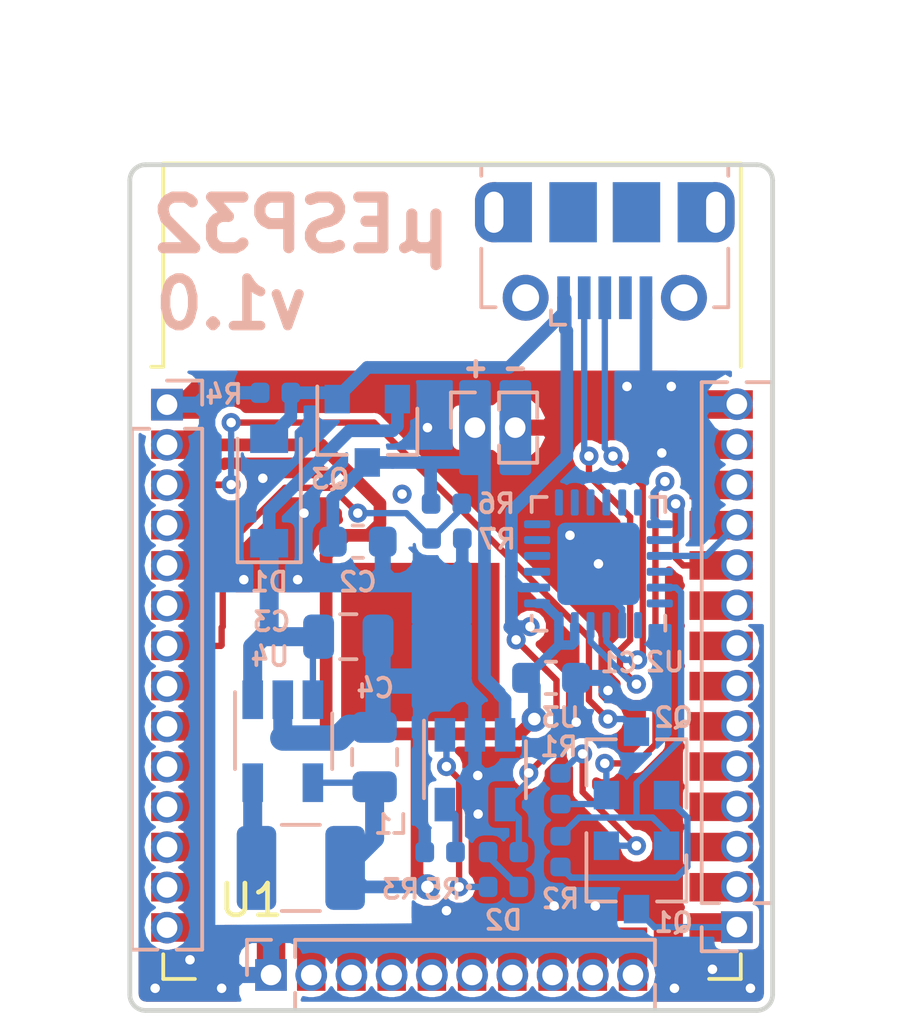
<source format=kicad_pcb>
(kicad_pcb (version 20171130) (host pcbnew "(5.0.2-5)-5")

  (general
    (thickness 0.6)
    (drawings 16)
    (tracks 268)
    (zones 0)
    (modules 26)
    (nets 65)
  )

  (page A4)
  (layers
    (0 F.Cu signal)
    (31 B.Cu signal)
    (32 B.Adhes user)
    (33 F.Adhes user)
    (34 B.Paste user)
    (35 F.Paste user)
    (36 B.SilkS user)
    (37 F.SilkS user)
    (38 B.Mask user)
    (39 F.Mask user)
    (40 Dwgs.User user)
    (41 Cmts.User user hide)
    (42 Eco1.User user)
    (43 Eco2.User user)
    (44 Edge.Cuts user)
    (45 Margin user)
    (46 B.CrtYd user hide)
    (47 F.CrtYd user hide)
    (48 B.Fab user hide)
    (49 F.Fab user hide)
  )

  (setup
    (last_trace_width 0.16)
    (user_trace_width 0.16)
    (user_trace_width 0.2)
    (user_trace_width 0.3)
    (user_trace_width 0.4)
    (user_trace_width 0.4)
    (user_trace_width 0.6)
    (user_trace_width 0.8)
    (trace_clearance 0.16)
    (zone_clearance 0.2)
    (zone_45_only no)
    (trace_min 0.16)
    (segment_width 0.2)
    (edge_width 0.15)
    (via_size 0.6)
    (via_drill 0.3)
    (via_min_size 0.2)
    (via_min_drill 0.3)
    (user_via 0.6 0.3)
    (user_via 0.8 0.4)
    (uvia_size 0.3)
    (uvia_drill 0.1)
    (uvias_allowed no)
    (uvia_min_size 0.2)
    (uvia_min_drill 0.1)
    (pcb_text_width 0.3)
    (pcb_text_size 1.5 1.5)
    (mod_edge_width 0.15)
    (mod_text_size 1 1)
    (mod_text_width 0.15)
    (pad_size 1.524 1.524)
    (pad_drill 0.762)
    (pad_to_mask_clearance 0.051)
    (solder_mask_min_width 0.25)
    (aux_axis_origin 0 0)
    (visible_elements FFFFFF7F)
    (pcbplotparams
      (layerselection 0x310fc_ffffffff)
      (usegerberextensions false)
      (usegerberattributes false)
      (usegerberadvancedattributes false)
      (creategerberjobfile false)
      (excludeedgelayer true)
      (linewidth 0.100000)
      (plotframeref false)
      (viasonmask false)
      (mode 1)
      (useauxorigin false)
      (hpglpennumber 1)
      (hpglpenspeed 20)
      (hpglpendiameter 15.000000)
      (psnegative false)
      (psa4output false)
      (plotreference true)
      (plotvalue true)
      (plotinvisibletext false)
      (padsonsilk false)
      (subtractmaskfromsilk false)
      (outputformat 1)
      (mirror false)
      (drillshape 0)
      (scaleselection 1)
      (outputdirectory "fabrication/"))
  )

  (net 0 "")
  (net 1 "Net-(U1-Pad32)")
  (net 2 "Net-(U2-Pad1)")
  (net 3 "Net-(U2-Pad9)")
  (net 4 "Net-(U2-Pad10)")
  (net 5 "Net-(U2-Pad11)")
  (net 6 "Net-(U2-Pad12)")
  (net 7 "Net-(U2-Pad13)")
  (net 8 "Net-(U2-Pad14)")
  (net 9 "Net-(U2-Pad15)")
  (net 10 "Net-(U2-Pad16)")
  (net 11 "Net-(U2-Pad17)")
  (net 12 "Net-(U2-Pad18)")
  (net 13 "Net-(U2-Pad22)")
  (net 14 "Net-(U2-Pad24)")
  (net 15 "Net-(J1-Pad2)")
  (net 16 "Net-(J1-Pad4)")
  (net 17 "Net-(J1-Pad3)")
  (net 18 GND)
  (net 19 +3V3)
  (net 20 RTS)
  (net 21 RXD0)
  (net 22 TXD0)
  (net 23 DTR)
  (net 24 "Net-(Q1-Pad1)")
  (net 25 "Net-(Q2-Pad1)")
  (net 26 RESET)
  (net 27 IO0)
  (net 28 "Net-(R3-Pad2)")
  (net 29 +BATT)
  (net 30 VBUS)
  (net 31 "Net-(D2-Pad2)")
  (net 32 "Net-(D2-Pad1)")
  (net 33 IO35)
  (net 34 "Net-(C3-Pad1)")
  (net 35 "Net-(L1-Pad1)")
  (net 36 "Net-(J3-Pad8)")
  (net 37 SENSOR_VP)
  (net 38 SENSOR_VN)
  (net 39 IO34)
  (net 40 IO32)
  (net 41 IO33)
  (net 42 IO25)
  (net 43 IO26)
  (net 44 IO27)
  (net 45 IO14)
  (net 46 IO12)
  (net 47 IO13)
  (net 48 SHD|SD2)
  (net 49 SWP|SD3)
  (net 50 SCS|CMD)
  (net 51 SCK|CLK)
  (net 52 SDO|SD0)
  (net 53 SDI|SD1)
  (net 54 IO15)
  (net 55 IO2)
  (net 56 IO4)
  (net 57 IO16)
  (net 58 IO17)
  (net 59 IO5)
  (net 60 IO18)
  (net 61 IO19)
  (net 62 IO21)
  (net 63 IO22)
  (net 64 IO23)

  (net_class Default "This is the default net class."
    (clearance 0.16)
    (trace_width 0.16)
    (via_dia 0.6)
    (via_drill 0.3)
    (uvia_dia 0.3)
    (uvia_drill 0.1)
    (add_net DTR)
    (add_net IO0)
    (add_net IO12)
    (add_net IO13)
    (add_net IO14)
    (add_net IO15)
    (add_net IO16)
    (add_net IO17)
    (add_net IO18)
    (add_net IO19)
    (add_net IO2)
    (add_net IO21)
    (add_net IO22)
    (add_net IO23)
    (add_net IO25)
    (add_net IO26)
    (add_net IO27)
    (add_net IO32)
    (add_net IO33)
    (add_net IO34)
    (add_net IO35)
    (add_net IO4)
    (add_net IO5)
    (add_net "Net-(C3-Pad1)")
    (add_net "Net-(D2-Pad1)")
    (add_net "Net-(D2-Pad2)")
    (add_net "Net-(J1-Pad2)")
    (add_net "Net-(J1-Pad3)")
    (add_net "Net-(J1-Pad4)")
    (add_net "Net-(J3-Pad8)")
    (add_net "Net-(L1-Pad1)")
    (add_net "Net-(Q1-Pad1)")
    (add_net "Net-(Q2-Pad1)")
    (add_net "Net-(R3-Pad2)")
    (add_net "Net-(U1-Pad32)")
    (add_net "Net-(U2-Pad1)")
    (add_net "Net-(U2-Pad10)")
    (add_net "Net-(U2-Pad11)")
    (add_net "Net-(U2-Pad12)")
    (add_net "Net-(U2-Pad13)")
    (add_net "Net-(U2-Pad14)")
    (add_net "Net-(U2-Pad15)")
    (add_net "Net-(U2-Pad16)")
    (add_net "Net-(U2-Pad17)")
    (add_net "Net-(U2-Pad18)")
    (add_net "Net-(U2-Pad22)")
    (add_net "Net-(U2-Pad24)")
    (add_net "Net-(U2-Pad9)")
    (add_net RESET)
    (add_net RTS)
    (add_net RXD0)
    (add_net SCK|CLK)
    (add_net SCS|CMD)
    (add_net SDI|SD1)
    (add_net SDO|SD0)
    (add_net SENSOR_VN)
    (add_net SENSOR_VP)
    (add_net SHD|SD2)
    (add_net SWP|SD3)
    (add_net TXD0)
  )

  (net_class POWER ""
    (clearance 0.2)
    (trace_width 0.5)
    (via_dia 0.8)
    (via_drill 0.4)
    (uvia_dia 0.3)
    (uvia_drill 0.1)
    (add_net +3V3)
    (add_net +BATT)
    (add_net GND)
    (add_net VBUS)
  )

  (module Connector_PinHeader_1.27mm:PinHeader_1x02_P1.27mm_Vertical (layer B.Cu) (tedit 5E5F7C83) (tstamp 5E6A0EF5)
    (at 83.5 53.3 270)
    (descr "Through hole straight pin header, 1x02, 1.27mm pitch, single row")
    (tags "Through hole pin header THT 1x02 1.27mm single row")
    (path /5E6BEB48)
    (fp_text reference J5 (at 0 1.695 270) (layer B.SilkS) hide
      (effects (font (size 1 1) (thickness 0.15)) (justify mirror))
    )
    (fp_text value Conn_01x02 (at 0 -2.965 270) (layer B.Fab)
      (effects (font (size 1 1) (thickness 0.15)) (justify mirror))
    )
    (fp_line (start -0.525 0.635) (end 1.05 0.635) (layer B.Fab) (width 0.1))
    (fp_line (start 1.05 0.635) (end 1.05 -1.905) (layer B.Fab) (width 0.1))
    (fp_line (start 1.05 -1.905) (end -1.05 -1.905) (layer B.Fab) (width 0.1))
    (fp_line (start -1.05 -1.905) (end -1.05 0.11) (layer B.Fab) (width 0.1))
    (fp_line (start -1.05 0.11) (end -0.525 0.635) (layer B.Fab) (width 0.1))
    (fp_line (start -1.11 -1.965) (end -0.30753 -1.965) (layer B.SilkS) (width 0.12))
    (fp_line (start 0.30753 -1.965) (end 1.11 -1.965) (layer B.SilkS) (width 0.12))
    (fp_line (start -1.11 -0.76) (end -1.11 -1.965) (layer B.SilkS) (width 0.12))
    (fp_line (start 1.11 -0.76) (end 1.11 -1.965) (layer B.SilkS) (width 0.12))
    (fp_line (start -1.11 -0.76) (end -0.563471 -0.76) (layer B.SilkS) (width 0.12))
    (fp_line (start 0.563471 -0.76) (end 1.11 -0.76) (layer B.SilkS) (width 0.12))
    (fp_line (start -1.11 0) (end -1.11 0.76) (layer B.SilkS) (width 0.12))
    (fp_line (start -1.11 0.76) (end 0 0.76) (layer B.SilkS) (width 0.12))
    (fp_line (start -1.55 1.15) (end -1.55 -2.45) (layer B.CrtYd) (width 0.05))
    (fp_line (start -1.55 -2.45) (end 1.55 -2.45) (layer B.CrtYd) (width 0.05))
    (fp_line (start 1.55 -2.45) (end 1.55 1.15) (layer B.CrtYd) (width 0.05))
    (fp_line (start 1.55 1.15) (end -1.55 1.15) (layer B.CrtYd) (width 0.05))
    (fp_text user %R (at 0 -0.635 180) (layer B.Fab)
      (effects (font (size 1 1) (thickness 0.15)) (justify mirror))
    )
    (pad 1 thru_hole rect (at 0 0 270) (size 1 1) (drill 0.65) (layers *.Cu *.Mask)
      (net 29 +BATT))
    (pad 2 thru_hole oval (at 0 -1.27 270) (size 1 1) (drill 0.65) (layers *.Cu *.Mask)
      (net 18 GND))
    (model ${KISYS3DMOD}/Connector_PinHeader_1.27mm.3dshapes/PinHeader_1x02_P1.27mm_Vertical.wrl
      (at (xyz 0 0 0))
      (scale (xyz 1 1 1))
      (rotate (xyz 0 0 0))
    )
  )

  (module Connector_PinHeader_1.27mm:PinHeader_1x10_P1.27mm_Vertical (layer B.Cu) (tedit 5E5F7EA0) (tstamp 5E608730)
    (at 77.06 70.58 270)
    (descr "Through hole straight pin header, 1x10, 1.27mm pitch, single row")
    (tags "Through hole pin header THT 1x10 1.27mm single row")
    (path /5E6409C8)
    (fp_text reference J4 (at 2.92 -0.29 270) (layer B.SilkS) hide
      (effects (font (size 1 1) (thickness 0.15)) (justify mirror))
    )
    (fp_text value Conn_01x10 (at 0 -13.125 270) (layer B.Fab)
      (effects (font (size 1 1) (thickness 0.15)) (justify mirror))
    )
    (fp_line (start -0.525 0.635) (end 1.05 0.635) (layer B.Fab) (width 0.1))
    (fp_line (start 1.05 0.635) (end 1.05 -12.065) (layer B.Fab) (width 0.1))
    (fp_line (start 1.05 -12.065) (end -1.05 -12.065) (layer B.Fab) (width 0.1))
    (fp_line (start -1.05 -12.065) (end -1.05 0.11) (layer B.Fab) (width 0.1))
    (fp_line (start -1.05 0.11) (end -0.525 0.635) (layer B.Fab) (width 0.1))
    (fp_line (start -1.11 -12.125) (end -0.30753 -12.125) (layer B.SilkS) (width 0.12))
    (fp_line (start 0.30753 -12.125) (end 1.11 -12.125) (layer B.SilkS) (width 0.12))
    (fp_line (start -1.11 -0.76) (end -1.11 -12.125) (layer B.SilkS) (width 0.12))
    (fp_line (start 1.11 -0.76) (end 1.11 -12.125) (layer B.SilkS) (width 0.12))
    (fp_line (start -1.11 -0.76) (end -0.563471 -0.76) (layer B.SilkS) (width 0.12))
    (fp_line (start 0.563471 -0.76) (end 1.11 -0.76) (layer B.SilkS) (width 0.12))
    (fp_line (start -1.11 0) (end -1.11 0.76) (layer B.SilkS) (width 0.12))
    (fp_line (start -1.11 0.76) (end 0 0.76) (layer B.SilkS) (width 0.12))
    (fp_line (start -1.55 1.15) (end -1.55 -12.6) (layer B.CrtYd) (width 0.05))
    (fp_line (start -1.55 -12.6) (end 1.55 -12.6) (layer B.CrtYd) (width 0.05))
    (fp_line (start 1.55 -12.6) (end 1.55 1.15) (layer B.CrtYd) (width 0.05))
    (fp_line (start 1.55 1.15) (end -1.55 1.15) (layer B.CrtYd) (width 0.05))
    (fp_text user %R (at 0 -5.715 180) (layer B.Fab)
      (effects (font (size 1 1) (thickness 0.15)) (justify mirror))
    )
    (pad 1 thru_hole rect (at 0 0 270) (size 1 1) (drill 0.65) (layers *.Cu *.Mask)
      (net 18 GND))
    (pad 2 thru_hole oval (at 0 -1.27 270) (size 1 1) (drill 0.65) (layers *.Cu *.Mask)
      (net 47 IO13))
    (pad 3 thru_hole oval (at 0 -2.54 270) (size 1 1) (drill 0.65) (layers *.Cu *.Mask)
      (net 48 SHD|SD2))
    (pad 4 thru_hole oval (at 0 -3.81 270) (size 1 1) (drill 0.65) (layers *.Cu *.Mask)
      (net 49 SWP|SD3))
    (pad 5 thru_hole oval (at 0 -5.08 270) (size 1 1) (drill 0.65) (layers *.Cu *.Mask)
      (net 50 SCS|CMD))
    (pad 6 thru_hole oval (at 0 -6.35 270) (size 1 1) (drill 0.65) (layers *.Cu *.Mask)
      (net 51 SCK|CLK))
    (pad 7 thru_hole oval (at 0 -7.62 270) (size 1 1) (drill 0.65) (layers *.Cu *.Mask)
      (net 52 SDO|SD0))
    (pad 8 thru_hole oval (at 0 -8.89 270) (size 1 1) (drill 0.65) (layers *.Cu *.Mask)
      (net 53 SDI|SD1))
    (pad 9 thru_hole oval (at 0 -10.16 270) (size 1 1) (drill 0.65) (layers *.Cu *.Mask)
      (net 54 IO15))
    (pad 10 thru_hole oval (at 0 -11.43 270) (size 1 1) (drill 0.65) (layers *.Cu *.Mask)
      (net 55 IO2))
    (model ${KISYS3DMOD}/Connector_PinHeader_1.27mm.3dshapes/PinHeader_1x10_P1.27mm_Vertical.wrl
      (at (xyz 0 0 0))
      (scale (xyz 1 1 1))
      (rotate (xyz 0 0 0))
    )
  )

  (module Connector_PinHeader_1.27mm:PinHeader_1x14_P1.27mm_Vertical (layer B.Cu) (tedit 5E5F7EA4) (tstamp 5E608710)
    (at 91.77 69.07)
    (descr "Through hole straight pin header, 1x14, 1.27mm pitch, single row")
    (tags "Through hole pin header THT 1x14 1.27mm single row")
    (path /5E64086A)
    (fp_text reference J3 (at 0 1.695) (layer B.SilkS) hide
      (effects (font (size 1 1) (thickness 0.15)) (justify mirror))
    )
    (fp_text value Conn_01x14 (at 0 -18.205) (layer B.Fab)
      (effects (font (size 1 1) (thickness 0.15)) (justify mirror))
    )
    (fp_line (start -0.525 0.635) (end 1.05 0.635) (layer B.Fab) (width 0.1))
    (fp_line (start 1.05 0.635) (end 1.05 -17.145) (layer B.Fab) (width 0.1))
    (fp_line (start 1.05 -17.145) (end -1.05 -17.145) (layer B.Fab) (width 0.1))
    (fp_line (start -1.05 -17.145) (end -1.05 0.11) (layer B.Fab) (width 0.1))
    (fp_line (start -1.05 0.11) (end -0.525 0.635) (layer B.Fab) (width 0.1))
    (fp_line (start -1.11 -17.205) (end -0.30753 -17.205) (layer B.SilkS) (width 0.12))
    (fp_line (start 0.30753 -17.205) (end 1.11 -17.205) (layer B.SilkS) (width 0.12))
    (fp_line (start -1.11 -0.76) (end -1.11 -17.205) (layer B.SilkS) (width 0.12))
    (fp_line (start 1.11 -0.76) (end 1.11 -17.205) (layer B.SilkS) (width 0.12))
    (fp_line (start -1.11 -0.76) (end -0.563471 -0.76) (layer B.SilkS) (width 0.12))
    (fp_line (start 0.563471 -0.76) (end 1.11 -0.76) (layer B.SilkS) (width 0.12))
    (fp_line (start -1.11 0) (end -1.11 0.76) (layer B.SilkS) (width 0.12))
    (fp_line (start -1.11 0.76) (end 0 0.76) (layer B.SilkS) (width 0.12))
    (fp_line (start -1.55 1.15) (end -1.55 -17.65) (layer B.CrtYd) (width 0.05))
    (fp_line (start -1.55 -17.65) (end 1.55 -17.65) (layer B.CrtYd) (width 0.05))
    (fp_line (start 1.55 -17.65) (end 1.55 1.15) (layer B.CrtYd) (width 0.05))
    (fp_line (start 1.55 1.15) (end -1.55 1.15) (layer B.CrtYd) (width 0.05))
    (fp_text user %R (at 0 -8.255 -90) (layer B.Fab)
      (effects (font (size 1 1) (thickness 0.15)) (justify mirror))
    )
    (pad 1 thru_hole rect (at 0 0) (size 1 1) (drill 0.65) (layers *.Cu *.Mask)
      (net 27 IO0))
    (pad 2 thru_hole oval (at 0 -1.27) (size 1 1) (drill 0.65) (layers *.Cu *.Mask)
      (net 56 IO4))
    (pad 3 thru_hole oval (at 0 -2.54) (size 1 1) (drill 0.65) (layers *.Cu *.Mask)
      (net 57 IO16))
    (pad 4 thru_hole oval (at 0 -3.81) (size 1 1) (drill 0.65) (layers *.Cu *.Mask)
      (net 58 IO17))
    (pad 5 thru_hole oval (at 0 -5.08) (size 1 1) (drill 0.65) (layers *.Cu *.Mask)
      (net 59 IO5))
    (pad 6 thru_hole oval (at 0 -6.35) (size 1 1) (drill 0.65) (layers *.Cu *.Mask)
      (net 60 IO18))
    (pad 7 thru_hole oval (at 0 -7.62) (size 1 1) (drill 0.65) (layers *.Cu *.Mask)
      (net 61 IO19))
    (pad 8 thru_hole oval (at 0 -8.89) (size 1 1) (drill 0.65) (layers *.Cu *.Mask)
      (net 36 "Net-(J3-Pad8)"))
    (pad 9 thru_hole oval (at 0 -10.16) (size 1 1) (drill 0.65) (layers *.Cu *.Mask)
      (net 62 IO21))
    (pad 10 thru_hole oval (at 0 -11.43) (size 1 1) (drill 0.65) (layers *.Cu *.Mask)
      (net 21 RXD0))
    (pad 11 thru_hole oval (at 0 -12.7) (size 1 1) (drill 0.65) (layers *.Cu *.Mask)
      (net 22 TXD0))
    (pad 12 thru_hole oval (at 0 -13.97) (size 1 1) (drill 0.65) (layers *.Cu *.Mask)
      (net 63 IO22))
    (pad 13 thru_hole oval (at 0 -15.24) (size 1 1) (drill 0.65) (layers *.Cu *.Mask)
      (net 64 IO23))
    (pad 14 thru_hole oval (at 0 -16.51) (size 1 1) (drill 0.65) (layers *.Cu *.Mask)
      (net 18 GND))
    (model ${KISYS3DMOD}/Connector_PinHeader_1.27mm.3dshapes/PinHeader_1x14_P1.27mm_Vertical.wrl
      (at (xyz 0 0 0))
      (scale (xyz 1 1 1))
      (rotate (xyz 0 0 0))
    )
  )

  (module Connector_PinHeader_1.27mm:PinHeader_1x14_P1.27mm_Vertical (layer B.Cu) (tedit 5E5F7EA9) (tstamp 5E6058C4)
    (at 73.775 52.575 180)
    (descr "Through hole straight pin header, 1x14, 1.27mm pitch, single row")
    (tags "Through hole pin header THT 1x14 1.27mm single row")
    (path /5E6405A3)
    (fp_text reference J2 (at 3.325 0.125 180) (layer B.SilkS) hide
      (effects (font (size 1 1) (thickness 0.15)) (justify mirror))
    )
    (fp_text value Conn_01x14 (at 0 -18.205 180) (layer B.Fab)
      (effects (font (size 1 1) (thickness 0.15)) (justify mirror))
    )
    (fp_line (start -0.525 0.635) (end 1.05 0.635) (layer B.Fab) (width 0.1))
    (fp_line (start 1.05 0.635) (end 1.05 -17.145) (layer B.Fab) (width 0.1))
    (fp_line (start 1.05 -17.145) (end -1.05 -17.145) (layer B.Fab) (width 0.1))
    (fp_line (start -1.05 -17.145) (end -1.05 0.11) (layer B.Fab) (width 0.1))
    (fp_line (start -1.05 0.11) (end -0.525 0.635) (layer B.Fab) (width 0.1))
    (fp_line (start -1.11 -17.205) (end -0.30753 -17.205) (layer B.SilkS) (width 0.12))
    (fp_line (start 0.30753 -17.205) (end 1.11 -17.205) (layer B.SilkS) (width 0.12))
    (fp_line (start -1.11 -0.76) (end -1.11 -17.205) (layer B.SilkS) (width 0.12))
    (fp_line (start 1.11 -0.76) (end 1.11 -17.205) (layer B.SilkS) (width 0.12))
    (fp_line (start -1.11 -0.76) (end -0.563471 -0.76) (layer B.SilkS) (width 0.12))
    (fp_line (start 0.563471 -0.76) (end 1.11 -0.76) (layer B.SilkS) (width 0.12))
    (fp_line (start -1.11 0) (end -1.11 0.76) (layer B.SilkS) (width 0.12))
    (fp_line (start -1.11 0.76) (end 0 0.76) (layer B.SilkS) (width 0.12))
    (fp_line (start -1.55 1.15) (end -1.55 -17.65) (layer B.CrtYd) (width 0.05))
    (fp_line (start -1.55 -17.65) (end 1.55 -17.65) (layer B.CrtYd) (width 0.05))
    (fp_line (start 1.55 -17.65) (end 1.55 1.15) (layer B.CrtYd) (width 0.05))
    (fp_line (start 1.55 1.15) (end -1.55 1.15) (layer B.CrtYd) (width 0.05))
    (fp_text user %R (at 0 -8.255 90) (layer B.Fab)
      (effects (font (size 1 1) (thickness 0.15)) (justify mirror))
    )
    (pad 1 thru_hole rect (at 0 0 180) (size 1 1) (drill 0.65) (layers *.Cu *.Mask)
      (net 18 GND))
    (pad 2 thru_hole oval (at 0 -1.27 180) (size 1 1) (drill 0.65) (layers *.Cu *.Mask)
      (net 19 +3V3))
    (pad 3 thru_hole oval (at 0 -2.54 180) (size 1 1) (drill 0.65) (layers *.Cu *.Mask)
      (net 26 RESET))
    (pad 4 thru_hole oval (at 0 -3.81 180) (size 1 1) (drill 0.65) (layers *.Cu *.Mask)
      (net 37 SENSOR_VP))
    (pad 5 thru_hole oval (at 0 -5.08 180) (size 1 1) (drill 0.65) (layers *.Cu *.Mask)
      (net 38 SENSOR_VN))
    (pad 6 thru_hole oval (at 0 -6.35 180) (size 1 1) (drill 0.65) (layers *.Cu *.Mask)
      (net 39 IO34))
    (pad 7 thru_hole oval (at 0 -7.62 180) (size 1 1) (drill 0.65) (layers *.Cu *.Mask)
      (net 33 IO35))
    (pad 8 thru_hole oval (at 0 -8.89 180) (size 1 1) (drill 0.65) (layers *.Cu *.Mask)
      (net 40 IO32))
    (pad 9 thru_hole oval (at 0 -10.16 180) (size 1 1) (drill 0.65) (layers *.Cu *.Mask)
      (net 41 IO33))
    (pad 10 thru_hole oval (at 0 -11.43 180) (size 1 1) (drill 0.65) (layers *.Cu *.Mask)
      (net 42 IO25))
    (pad 11 thru_hole oval (at 0 -12.7 180) (size 1 1) (drill 0.65) (layers *.Cu *.Mask)
      (net 43 IO26))
    (pad 12 thru_hole oval (at 0 -13.97 180) (size 1 1) (drill 0.65) (layers *.Cu *.Mask)
      (net 44 IO27))
    (pad 13 thru_hole oval (at 0 -15.24 180) (size 1 1) (drill 0.65) (layers *.Cu *.Mask)
      (net 45 IO14))
    (pad 14 thru_hole oval (at 0 -16.51 180) (size 1 1) (drill 0.65) (layers *.Cu *.Mask)
      (net 46 IO12))
    (model ${KISYS3DMOD}/Connector_PinHeader_1.27mm.3dshapes/PinHeader_1x14_P1.27mm_Vertical.wrl
      (at (xyz 0 0 0))
      (scale (xyz 1 1 1))
      (rotate (xyz 0 0 0))
    )
  )

  (module Capacitor_SMD:C_0805_2012Metric (layer B.Cu) (tedit 5E5F7DDD) (tstamp 5E5F5D85)
    (at 80.331521 63.7 90)
    (descr "Capacitor SMD 0805 (2012 Metric), square (rectangular) end terminal, IPC_7351 nominal, (Body size source: https://docs.google.com/spreadsheets/d/1BsfQQcO9C6DZCsRaXUlFlo91Tg2WpOkGARC1WS5S8t0/edit?usp=sharing), generated with kicad-footprint-generator")
    (tags capacitor)
    (path /5E611919)
    (attr smd)
    (fp_text reference C4 (at 2.175 0.018479 180) (layer B.SilkS)
      (effects (font (size 0.6 0.6) (thickness 0.12)) (justify mirror))
    )
    (fp_text value "22 uF" (at 0 -1.65 90) (layer B.Fab)
      (effects (font (size 1 1) (thickness 0.15)) (justify mirror))
    )
    (fp_text user %R (at -0.215001 -0.174999 90) (layer B.Fab)
      (effects (font (size 0.5 0.5) (thickness 0.08)) (justify mirror))
    )
    (fp_line (start 1.68 -0.95) (end -1.68 -0.95) (layer B.CrtYd) (width 0.05))
    (fp_line (start 1.68 0.95) (end 1.68 -0.95) (layer B.CrtYd) (width 0.05))
    (fp_line (start -1.68 0.95) (end 1.68 0.95) (layer B.CrtYd) (width 0.05))
    (fp_line (start -1.68 -0.95) (end -1.68 0.95) (layer B.CrtYd) (width 0.05))
    (fp_line (start -0.258578 -0.71) (end 0.258578 -0.71) (layer B.SilkS) (width 0.12))
    (fp_line (start -0.258578 0.71) (end 0.258578 0.71) (layer B.SilkS) (width 0.12))
    (fp_line (start 1 -0.6) (end -1 -0.6) (layer B.Fab) (width 0.1))
    (fp_line (start 1 0.6) (end 1 -0.6) (layer B.Fab) (width 0.1))
    (fp_line (start -1 0.6) (end 1 0.6) (layer B.Fab) (width 0.1))
    (fp_line (start -1 -0.6) (end -1 0.6) (layer B.Fab) (width 0.1))
    (pad 2 smd roundrect (at 0.9375 0 90) (size 0.975 1.4) (layers B.Cu B.Paste B.Mask) (roundrect_rratio 0.25)
      (net 18 GND))
    (pad 1 smd roundrect (at -0.9375 0 90) (size 0.975 1.4) (layers B.Cu B.Paste B.Mask) (roundrect_rratio 0.25)
      (net 19 +3V3))
    (model ${KISYS3DMOD}/Capacitor_SMD.3dshapes/C_0805_2012Metric.wrl
      (at (xyz 0 0 0))
      (scale (xyz 1 1 1))
      (rotate (xyz 0 0 0))
    )
  )

  (module Capacitor_SMD:C_0805_2012Metric (layer B.Cu) (tedit 5E5F7DBA) (tstamp 5E5F5D74)
    (at 79.5 59.9)
    (descr "Capacitor SMD 0805 (2012 Metric), square (rectangular) end terminal, IPC_7351 nominal, (Body size source: https://docs.google.com/spreadsheets/d/1BsfQQcO9C6DZCsRaXUlFlo91Tg2WpOkGARC1WS5S8t0/edit?usp=sharing), generated with kicad-footprint-generator")
    (tags capacitor)
    (path /5E6119B6)
    (attr smd)
    (fp_text reference C3 (at -2.425 -0.475) (layer B.SilkS)
      (effects (font (size 0.6 0.6) (thickness 0.12)) (justify mirror))
    )
    (fp_text value "10 uF" (at 0 -1.65) (layer B.Fab)
      (effects (font (size 1 1) (thickness 0.15)) (justify mirror))
    )
    (fp_line (start -1 -0.6) (end -1 0.6) (layer B.Fab) (width 0.1))
    (fp_line (start -1 0.6) (end 1 0.6) (layer B.Fab) (width 0.1))
    (fp_line (start 1 0.6) (end 1 -0.6) (layer B.Fab) (width 0.1))
    (fp_line (start 1 -0.6) (end -1 -0.6) (layer B.Fab) (width 0.1))
    (fp_line (start -0.258578 0.71) (end 0.258578 0.71) (layer B.SilkS) (width 0.12))
    (fp_line (start -0.258578 -0.71) (end 0.258578 -0.71) (layer B.SilkS) (width 0.12))
    (fp_line (start -1.68 -0.95) (end -1.68 0.95) (layer B.CrtYd) (width 0.05))
    (fp_line (start -1.68 0.95) (end 1.68 0.95) (layer B.CrtYd) (width 0.05))
    (fp_line (start 1.68 0.95) (end 1.68 -0.95) (layer B.CrtYd) (width 0.05))
    (fp_line (start 1.68 -0.95) (end -1.68 -0.95) (layer B.CrtYd) (width 0.05))
    (fp_text user %R (at 0 0) (layer B.Fab)
      (effects (font (size 0.5 0.5) (thickness 0.08)) (justify mirror))
    )
    (pad 1 smd roundrect (at -0.9375 0) (size 0.975 1.4) (layers B.Cu B.Paste B.Mask) (roundrect_rratio 0.25)
      (net 34 "Net-(C3-Pad1)"))
    (pad 2 smd roundrect (at 0.9375 0) (size 0.975 1.4) (layers B.Cu B.Paste B.Mask) (roundrect_rratio 0.25)
      (net 18 GND))
    (model ${KISYS3DMOD}/Capacitor_SMD.3dshapes/C_0805_2012Metric.wrl
      (at (xyz 0 0 0))
      (scale (xyz 1 1 1))
      (rotate (xyz 0 0 0))
    )
  )

  (module Inductor_SMD:L_1210_3225Metric (layer B.Cu) (tedit 5E5F7DF4) (tstamp 5E5F5CE3)
    (at 78 67.2)
    (descr "Inductor SMD 1210 (3225 Metric), square (rectangular) end terminal, IPC_7351 nominal, (Body size source: http://www.tortai-tech.com/upload/download/2011102023233369053.pdf), generated with kicad-footprint-generator")
    (tags inductor)
    (path /5E611831)
    (attr smd)
    (fp_text reference L1 (at 2.85 -1.375) (layer B.SilkS)
      (effects (font (size 0.6 0.6) (thickness 0.12)) (justify mirror))
    )
    (fp_text value "2.2 uH LQH32PN2R2NN0L" (at 0 -2.28) (layer B.Fab)
      (effects (font (size 1 1) (thickness 0.15)) (justify mirror))
    )
    (fp_line (start -1.6 -1.25) (end -1.6 1.25) (layer B.Fab) (width 0.1))
    (fp_line (start -1.6 1.25) (end 1.6 1.25) (layer B.Fab) (width 0.1))
    (fp_line (start 1.6 1.25) (end 1.6 -1.25) (layer B.Fab) (width 0.1))
    (fp_line (start 1.6 -1.25) (end -1.6 -1.25) (layer B.Fab) (width 0.1))
    (fp_line (start -0.602064 1.36) (end 0.602064 1.36) (layer B.SilkS) (width 0.12))
    (fp_line (start -0.602064 -1.36) (end 0.602064 -1.36) (layer B.SilkS) (width 0.12))
    (fp_line (start -2.28 -1.58) (end -2.28 1.58) (layer B.CrtYd) (width 0.05))
    (fp_line (start -2.28 1.58) (end 2.28 1.58) (layer B.CrtYd) (width 0.05))
    (fp_line (start 2.28 1.58) (end 2.28 -1.58) (layer B.CrtYd) (width 0.05))
    (fp_line (start 2.28 -1.58) (end -2.28 -1.58) (layer B.CrtYd) (width 0.05))
    (fp_text user %R (at -0.005001 -0.694999) (layer B.Fab)
      (effects (font (size 0.8 0.8) (thickness 0.12)) (justify mirror))
    )
    (pad 1 smd roundrect (at -1.4 0) (size 1.25 2.65) (layers B.Cu B.Paste B.Mask) (roundrect_rratio 0.2)
      (net 35 "Net-(L1-Pad1)"))
    (pad 2 smd roundrect (at 1.4 0) (size 1.25 2.65) (layers B.Cu B.Paste B.Mask) (roundrect_rratio 0.2)
      (net 19 +3V3))
    (model ${KISYS3DMOD}/Inductor_SMD.3dshapes/L_1210_3225Metric.wrl
      (at (xyz 0 0 0))
      (scale (xyz 1 1 1))
      (rotate (xyz 0 0 0))
    )
  )

  (module Package_TO_SOT_SMD:TSOT-23-5 (layer B.Cu) (tedit 5E5F7CEA) (tstamp 5E5F6554)
    (at 77.431521 63.2 270)
    (descr "5-pin TSOT23 package, http://cds.linear.com/docs/en/packaging/SOT_5_05-08-1635.pdf")
    (tags TSOT-23-5)
    (path /5E611719)
    (attr smd)
    (fp_text reference U4 (at -2.675 0.406521 180) (layer B.SilkS)
      (effects (font (size 0.6 0.6) (thickness 0.12)) (justify mirror))
    )
    (fp_text value LM3670MF (at 0 -2.5 270) (layer B.Fab)
      (effects (font (size 1 1) (thickness 0.15)) (justify mirror))
    )
    (fp_text user %R (at 0 0 180) (layer B.Fab)
      (effects (font (size 0.5 0.5) (thickness 0.075)) (justify mirror))
    )
    (fp_line (start -0.88 -1.56) (end 0.88 -1.56) (layer B.SilkS) (width 0.12))
    (fp_line (start 0.88 1.51) (end -1.55 1.51) (layer B.SilkS) (width 0.12))
    (fp_line (start -0.88 1) (end -0.43 1.45) (layer B.Fab) (width 0.1))
    (fp_line (start 0.88 1.45) (end -0.43 1.45) (layer B.Fab) (width 0.1))
    (fp_line (start -0.88 1) (end -0.88 -1.45) (layer B.Fab) (width 0.1))
    (fp_line (start 0.88 -1.45) (end -0.88 -1.45) (layer B.Fab) (width 0.1))
    (fp_line (start 0.88 1.45) (end 0.88 -1.45) (layer B.Fab) (width 0.1))
    (fp_line (start -2.17 1.7) (end 2.17 1.7) (layer B.CrtYd) (width 0.05))
    (fp_line (start -2.17 1.7) (end -2.17 -1.7) (layer B.CrtYd) (width 0.05))
    (fp_line (start 2.17 -1.7) (end 2.17 1.7) (layer B.CrtYd) (width 0.05))
    (fp_line (start 2.17 -1.7) (end -2.17 -1.7) (layer B.CrtYd) (width 0.05))
    (pad 1 smd rect (at -1.31 0.95 270) (size 1.22 0.65) (layers B.Cu B.Paste B.Mask)
      (net 34 "Net-(C3-Pad1)"))
    (pad 2 smd rect (at -1.31 0 270) (size 1.22 0.65) (layers B.Cu B.Paste B.Mask)
      (net 18 GND))
    (pad 3 smd rect (at -1.31 -0.95 270) (size 1.22 0.65) (layers B.Cu B.Paste B.Mask)
      (net 34 "Net-(C3-Pad1)"))
    (pad 4 smd rect (at 1.31 -0.95 270) (size 1.22 0.65) (layers B.Cu B.Paste B.Mask)
      (net 19 +3V3))
    (pad 5 smd rect (at 1.31 0.95 270) (size 1.22 0.65) (layers B.Cu B.Paste B.Mask)
      (net 35 "Net-(L1-Pad1)"))
    (model ${KISYS3DMOD}/Package_TO_SOT_SMD.3dshapes/TSOT-23-5.wrl
      (at (xyz 0 0 0))
      (scale (xyz 1 1 1))
      (rotate (xyz 0 0 0))
    )
  )

  (module Capacitor_SMD:C_0603_1608Metric (layer B.Cu) (tedit 5E5F7CD8) (tstamp 5E5F3134)
    (at 79.8 56.9)
    (descr "Capacitor SMD 0603 (1608 Metric), square (rectangular) end terminal, IPC_7351 nominal, (Body size source: http://www.tortai-tech.com/upload/download/2011102023233369053.pdf), generated with kicad-footprint-generator")
    (tags capacitor)
    (path /5E60DA62)
    (attr smd)
    (fp_text reference C2 (at 0 1.275) (layer B.SilkS)
      (effects (font (size 0.6 0.6) (thickness 0.12)) (justify mirror))
    )
    (fp_text value "10 uF" (at 0 -1.43) (layer B.Fab)
      (effects (font (size 1 1) (thickness 0.15)) (justify mirror))
    )
    (fp_line (start -0.8 -0.4) (end -0.8 0.4) (layer B.Fab) (width 0.1))
    (fp_line (start -0.8 0.4) (end 0.8 0.4) (layer B.Fab) (width 0.1))
    (fp_line (start 0.8 0.4) (end 0.8 -0.4) (layer B.Fab) (width 0.1))
    (fp_line (start 0.8 -0.4) (end -0.8 -0.4) (layer B.Fab) (width 0.1))
    (fp_line (start -0.162779 0.51) (end 0.162779 0.51) (layer B.SilkS) (width 0.12))
    (fp_line (start -0.162779 -0.51) (end 0.162779 -0.51) (layer B.SilkS) (width 0.12))
    (fp_line (start -1.48 -0.73) (end -1.48 0.73) (layer B.CrtYd) (width 0.05))
    (fp_line (start -1.48 0.73) (end 1.48 0.73) (layer B.CrtYd) (width 0.05))
    (fp_line (start 1.48 0.73) (end 1.48 -0.73) (layer B.CrtYd) (width 0.05))
    (fp_line (start 1.48 -0.73) (end -1.48 -0.73) (layer B.CrtYd) (width 0.05))
    (fp_text user %R (at 0 0) (layer B.Fab)
      (effects (font (size 0.4 0.4) (thickness 0.06)) (justify mirror))
    )
    (pad 1 smd roundrect (at -0.7875 0) (size 0.875 0.95) (layers B.Cu B.Paste B.Mask) (roundrect_rratio 0.25)
      (net 29 +BATT))
    (pad 2 smd roundrect (at 0.7875 0) (size 0.875 0.95) (layers B.Cu B.Paste B.Mask) (roundrect_rratio 0.25)
      (net 18 GND))
    (model ${KISYS3DMOD}/Capacitor_SMD.3dshapes/C_0603_1608Metric.wrl
      (at (xyz 0 0 0))
      (scale (xyz 1 1 1))
      (rotate (xyz 0 0 0))
    )
  )

  (module Resistor_SMD:R_0402_1005Metric (layer B.Cu) (tedit 5E5F7D4D) (tstamp 5E5F0CFB)
    (at 82.615 56.8)
    (descr "Resistor SMD 0402 (1005 Metric), square (rectangular) end terminal, IPC_7351 nominal, (Body size source: http://www.tortai-tech.com/upload/download/2011102023233369053.pdf), generated with kicad-footprint-generator")
    (tags resistor)
    (path /5E601FBD)
    (attr smd)
    (fp_text reference R7 (at 1.585 0.025) (layer B.SilkS)
      (effects (font (size 0.6 0.6) (thickness 0.12)) (justify mirror))
    )
    (fp_text value "100 KOhm" (at 0 -1.17) (layer B.Fab)
      (effects (font (size 1 1) (thickness 0.15)) (justify mirror))
    )
    (fp_text user %R (at 0 0) (layer B.Fab)
      (effects (font (size 0.25 0.25) (thickness 0.04)) (justify mirror))
    )
    (fp_line (start 0.93 -0.47) (end -0.93 -0.47) (layer B.CrtYd) (width 0.05))
    (fp_line (start 0.93 0.47) (end 0.93 -0.47) (layer B.CrtYd) (width 0.05))
    (fp_line (start -0.93 0.47) (end 0.93 0.47) (layer B.CrtYd) (width 0.05))
    (fp_line (start -0.93 -0.47) (end -0.93 0.47) (layer B.CrtYd) (width 0.05))
    (fp_line (start 0.5 -0.25) (end -0.5 -0.25) (layer B.Fab) (width 0.1))
    (fp_line (start 0.5 0.25) (end 0.5 -0.25) (layer B.Fab) (width 0.1))
    (fp_line (start -0.5 0.25) (end 0.5 0.25) (layer B.Fab) (width 0.1))
    (fp_line (start -0.5 -0.25) (end -0.5 0.25) (layer B.Fab) (width 0.1))
    (pad 2 smd roundrect (at 0.485 0) (size 0.59 0.64) (layers B.Cu B.Paste B.Mask) (roundrect_rratio 0.25)
      (net 18 GND))
    (pad 1 smd roundrect (at -0.485 0) (size 0.59 0.64) (layers B.Cu B.Paste B.Mask) (roundrect_rratio 0.25)
      (net 33 IO35))
    (model ${KISYS3DMOD}/Resistor_SMD.3dshapes/R_0402_1005Metric.wrl
      (at (xyz 0 0 0))
      (scale (xyz 1 1 1))
      (rotate (xyz 0 0 0))
    )
  )

  (module Resistor_SMD:R_0402_1005Metric (layer B.Cu) (tedit 5E5F7D40) (tstamp 5E5F0CEC)
    (at 82.6 55.7)
    (descr "Resistor SMD 0402 (1005 Metric), square (rectangular) end terminal, IPC_7351 nominal, (Body size source: http://www.tortai-tech.com/upload/download/2011102023233369053.pdf), generated with kicad-footprint-generator")
    (tags resistor)
    (path /5E601F43)
    (attr smd)
    (fp_text reference R6 (at 1.575 0) (layer B.SilkS)
      (effects (font (size 0.6 0.6) (thickness 0.12)) (justify mirror))
    )
    (fp_text value "100 KOhm" (at 0 -1.17) (layer B.Fab)
      (effects (font (size 1 1) (thickness 0.15)) (justify mirror))
    )
    (fp_line (start -0.5 -0.25) (end -0.5 0.25) (layer B.Fab) (width 0.1))
    (fp_line (start -0.5 0.25) (end 0.5 0.25) (layer B.Fab) (width 0.1))
    (fp_line (start 0.5 0.25) (end 0.5 -0.25) (layer B.Fab) (width 0.1))
    (fp_line (start 0.5 -0.25) (end -0.5 -0.25) (layer B.Fab) (width 0.1))
    (fp_line (start -0.93 -0.47) (end -0.93 0.47) (layer B.CrtYd) (width 0.05))
    (fp_line (start -0.93 0.47) (end 0.93 0.47) (layer B.CrtYd) (width 0.05))
    (fp_line (start 0.93 0.47) (end 0.93 -0.47) (layer B.CrtYd) (width 0.05))
    (fp_line (start 0.93 -0.47) (end -0.93 -0.47) (layer B.CrtYd) (width 0.05))
    (fp_text user %R (at 0 0) (layer B.Fab)
      (effects (font (size 0.25 0.25) (thickness 0.04)) (justify mirror))
    )
    (pad 1 smd roundrect (at -0.485 0) (size 0.59 0.64) (layers B.Cu B.Paste B.Mask) (roundrect_rratio 0.25)
      (net 29 +BATT))
    (pad 2 smd roundrect (at 0.485 0) (size 0.59 0.64) (layers B.Cu B.Paste B.Mask) (roundrect_rratio 0.25)
      (net 33 IO35))
    (model ${KISYS3DMOD}/Resistor_SMD.3dshapes/R_0402_1005Metric.wrl
      (at (xyz 0 0 0))
      (scale (xyz 1 1 1))
      (rotate (xyz 0 0 0))
    )
  )

  (module LED_SMD:LED_0402_1005Metric (layer B.Cu) (tedit 5E5F7E4A) (tstamp 5E5EEC74)
    (at 84.4 67.8)
    (descr "LED SMD 0402 (1005 Metric), square (rectangular) end terminal, IPC_7351 nominal, (Body size source: http://www.tortai-tech.com/upload/download/2011102023233369053.pdf), generated with kicad-footprint-generator")
    (tags LED)
    (path /5E5FEFE9)
    (attr smd)
    (fp_text reference D2 (at 0 1.05) (layer B.SilkS)
      (effects (font (size 0.6 0.6) (thickness 0.12)) (justify mirror))
    )
    (fp_text value LED (at 0 -1.17) (layer B.Fab)
      (effects (font (size 1 1) (thickness 0.15)) (justify mirror))
    )
    (fp_circle (center -1.09 0) (end -1.04 0) (layer B.SilkS) (width 0.1))
    (fp_line (start -0.5 -0.25) (end -0.5 0.25) (layer B.Fab) (width 0.1))
    (fp_line (start -0.5 0.25) (end 0.5 0.25) (layer B.Fab) (width 0.1))
    (fp_line (start 0.5 0.25) (end 0.5 -0.25) (layer B.Fab) (width 0.1))
    (fp_line (start 0.5 -0.25) (end -0.5 -0.25) (layer B.Fab) (width 0.1))
    (fp_line (start -0.4 -0.25) (end -0.4 0.25) (layer B.Fab) (width 0.1))
    (fp_line (start -0.3 -0.25) (end -0.3 0.25) (layer B.Fab) (width 0.1))
    (fp_line (start -0.93 -0.47) (end -0.93 0.47) (layer B.CrtYd) (width 0.05))
    (fp_line (start -0.93 0.47) (end 0.93 0.47) (layer B.CrtYd) (width 0.05))
    (fp_line (start 0.93 0.47) (end 0.93 -0.47) (layer B.CrtYd) (width 0.05))
    (fp_line (start 0.93 -0.47) (end -0.93 -0.47) (layer B.CrtYd) (width 0.05))
    (fp_text user %R (at 0 0) (layer B.Fab)
      (effects (font (size 0.25 0.25) (thickness 0.04)) (justify mirror))
    )
    (pad 1 smd roundrect (at -0.485 0) (size 0.59 0.64) (layers B.Cu B.Paste B.Mask) (roundrect_rratio 0.25)
      (net 32 "Net-(D2-Pad1)"))
    (pad 2 smd roundrect (at 0.485 0) (size 0.59 0.64) (layers B.Cu B.Paste B.Mask) (roundrect_rratio 0.25)
      (net 31 "Net-(D2-Pad2)"))
    (model ${KISYS3DMOD}/LED_SMD.3dshapes/LED_0402_1005Metric.wrl
      (at (xyz 0 0 0))
      (scale (xyz 1 1 1))
      (rotate (xyz 0 0 0))
    )
  )

  (module Resistor_SMD:R_0402_1005Metric (layer B.Cu) (tedit 5E5F7E56) (tstamp 5E5EEA84)
    (at 84.4 66.7 180)
    (descr "Resistor SMD 0402 (1005 Metric), square (rectangular) end terminal, IPC_7351 nominal, (Body size source: http://www.tortai-tech.com/upload/download/2011102023233369053.pdf), generated with kicad-footprint-generator")
    (tags resistor)
    (path /5E5FF224)
    (attr smd)
    (fp_text reference R5 (at 1.925 -1.175 180) (layer B.SilkS)
      (effects (font (size 0.6 0.6) (thickness 0.12)) (justify mirror))
    )
    (fp_text value "1 KOhm" (at 0 -1.17 180) (layer B.Fab)
      (effects (font (size 1 1) (thickness 0.15)) (justify mirror))
    )
    (fp_line (start -0.5 -0.25) (end -0.5 0.25) (layer B.Fab) (width 0.1))
    (fp_line (start -0.5 0.25) (end 0.5 0.25) (layer B.Fab) (width 0.1))
    (fp_line (start 0.5 0.25) (end 0.5 -0.25) (layer B.Fab) (width 0.1))
    (fp_line (start 0.5 -0.25) (end -0.5 -0.25) (layer B.Fab) (width 0.1))
    (fp_line (start -0.93 -0.47) (end -0.93 0.47) (layer B.CrtYd) (width 0.05))
    (fp_line (start -0.93 0.47) (end 0.93 0.47) (layer B.CrtYd) (width 0.05))
    (fp_line (start 0.93 0.47) (end 0.93 -0.47) (layer B.CrtYd) (width 0.05))
    (fp_line (start 0.93 -0.47) (end -0.93 -0.47) (layer B.CrtYd) (width 0.05))
    (fp_text user %R (at 0 0 180) (layer B.Fab)
      (effects (font (size 0.25 0.25) (thickness 0.04)) (justify mirror))
    )
    (pad 1 smd roundrect (at -0.485 0 180) (size 0.59 0.64) (layers B.Cu B.Paste B.Mask) (roundrect_rratio 0.25)
      (net 30 VBUS))
    (pad 2 smd roundrect (at 0.485 0 180) (size 0.59 0.64) (layers B.Cu B.Paste B.Mask) (roundrect_rratio 0.25)
      (net 31 "Net-(D2-Pad2)"))
    (model ${KISYS3DMOD}/Resistor_SMD.3dshapes/R_0402_1005Metric.wrl
      (at (xyz 0 0 0))
      (scale (xyz 1 1 1))
      (rotate (xyz 0 0 0))
    )
  )

  (module Diode_SMD:D_SOD-123 (layer B.Cu) (tedit 5E5F7CC8) (tstamp 5E5EC54A)
    (at 77 55.3 90)
    (descr SOD-123)
    (tags SOD-123)
    (path /5E5F5BF4)
    (attr smd)
    (fp_text reference D1 (at -2.875 0 180) (layer B.SilkS)
      (effects (font (size 0.6 0.6) (thickness 0.12)) (justify mirror))
    )
    (fp_text value MBR120 (at 0 -2.1 90) (layer B.Fab)
      (effects (font (size 1 1) (thickness 0.15)) (justify mirror))
    )
    (fp_text user %R (at 0 2 90) (layer B.Fab)
      (effects (font (size 1 1) (thickness 0.15)) (justify mirror))
    )
    (fp_line (start -2.25 1) (end -2.25 -1) (layer B.SilkS) (width 0.12))
    (fp_line (start 0.25 0) (end 0.75 0) (layer B.Fab) (width 0.1))
    (fp_line (start 0.25 -0.4) (end -0.35 0) (layer B.Fab) (width 0.1))
    (fp_line (start 0.25 0.4) (end 0.25 -0.4) (layer B.Fab) (width 0.1))
    (fp_line (start -0.35 0) (end 0.25 0.4) (layer B.Fab) (width 0.1))
    (fp_line (start -0.35 0) (end -0.35 -0.55) (layer B.Fab) (width 0.1))
    (fp_line (start -0.35 0) (end -0.35 0.55) (layer B.Fab) (width 0.1))
    (fp_line (start -0.75 0) (end -0.35 0) (layer B.Fab) (width 0.1))
    (fp_line (start -1.4 -0.9) (end -1.4 0.9) (layer B.Fab) (width 0.1))
    (fp_line (start 1.4 -0.9) (end -1.4 -0.9) (layer B.Fab) (width 0.1))
    (fp_line (start 1.4 0.9) (end 1.4 -0.9) (layer B.Fab) (width 0.1))
    (fp_line (start -1.4 0.9) (end 1.4 0.9) (layer B.Fab) (width 0.1))
    (fp_line (start -2.35 1.15) (end 2.35 1.15) (layer B.CrtYd) (width 0.05))
    (fp_line (start 2.35 1.15) (end 2.35 -1.15) (layer B.CrtYd) (width 0.05))
    (fp_line (start 2.35 -1.15) (end -2.35 -1.15) (layer B.CrtYd) (width 0.05))
    (fp_line (start -2.35 1.15) (end -2.35 -1.15) (layer B.CrtYd) (width 0.05))
    (fp_line (start -2.25 -1) (end 1.65 -1) (layer B.SilkS) (width 0.12))
    (fp_line (start -2.25 1) (end 1.65 1) (layer B.SilkS) (width 0.12))
    (pad 1 smd rect (at -1.65 0 90) (size 0.9 1.2) (layers B.Cu B.Paste B.Mask)
      (net 34 "Net-(C3-Pad1)"))
    (pad 2 smd rect (at 1.65 0 90) (size 0.9 1.2) (layers B.Cu B.Paste B.Mask)
      (net 30 VBUS))
    (model ${KISYS3DMOD}/Diode_SMD.3dshapes/D_SOD-123.wrl
      (at (xyz 0 0 0))
      (scale (xyz 1 1 1))
      (rotate (xyz 0 0 0))
    )
  )

  (module Package_TO_SOT_SMD:SOT-23 (layer B.Cu) (tedit 5E5F7C71) (tstamp 5E5EC4CF)
    (at 80.1 53.4 270)
    (descr "SOT-23, Standard")
    (tags SOT-23)
    (path /5E5F59AD)
    (attr smd)
    (fp_text reference Q3 (at 1.525 1.175) (layer B.SilkS)
      (effects (font (size 0.6 0.6) (thickness 0.12)) (justify mirror))
    )
    (fp_text value Si2323 (at 0 -2.5 270) (layer B.Fab)
      (effects (font (size 1 1) (thickness 0.15)) (justify mirror))
    )
    (fp_text user %R (at 0 0 180) (layer B.Fab)
      (effects (font (size 0.5 0.5) (thickness 0.075)) (justify mirror))
    )
    (fp_line (start -0.7 0.95) (end -0.7 -1.5) (layer B.Fab) (width 0.1))
    (fp_line (start -0.15 1.52) (end 0.7 1.52) (layer B.Fab) (width 0.1))
    (fp_line (start -0.7 0.95) (end -0.15 1.52) (layer B.Fab) (width 0.1))
    (fp_line (start 0.7 1.52) (end 0.7 -1.52) (layer B.Fab) (width 0.1))
    (fp_line (start -0.7 -1.52) (end 0.7 -1.52) (layer B.Fab) (width 0.1))
    (fp_line (start 0.76 -1.58) (end 0.76 -0.65) (layer B.SilkS) (width 0.12))
    (fp_line (start 0.76 1.58) (end 0.76 0.65) (layer B.SilkS) (width 0.12))
    (fp_line (start -1.7 1.75) (end 1.7 1.75) (layer B.CrtYd) (width 0.05))
    (fp_line (start 1.7 1.75) (end 1.7 -1.75) (layer B.CrtYd) (width 0.05))
    (fp_line (start 1.7 -1.75) (end -1.7 -1.75) (layer B.CrtYd) (width 0.05))
    (fp_line (start -1.7 -1.75) (end -1.7 1.75) (layer B.CrtYd) (width 0.05))
    (fp_line (start 0.76 1.58) (end -1.4 1.58) (layer B.SilkS) (width 0.12))
    (fp_line (start 0.76 -1.58) (end -0.7 -1.58) (layer B.SilkS) (width 0.12))
    (pad 1 smd rect (at -1 0.95 270) (size 0.9 0.8) (layers B.Cu B.Paste B.Mask)
      (net 30 VBUS))
    (pad 2 smd rect (at -1 -0.95 270) (size 0.9 0.8) (layers B.Cu B.Paste B.Mask)
      (net 34 "Net-(C3-Pad1)"))
    (pad 3 smd rect (at 1 0 270) (size 0.9 0.8) (layers B.Cu B.Paste B.Mask)
      (net 29 +BATT))
    (model ${KISYS3DMOD}/Package_TO_SOT_SMD.3dshapes/SOT-23.wrl
      (at (xyz 0 0 0))
      (scale (xyz 1 1 1))
      (rotate (xyz 0 0 0))
    )
  )

  (module Resistor_SMD:R_0402_1005Metric (layer B.Cu) (tedit 5E5F7C57) (tstamp 5E5EC366)
    (at 77.2 52.2 180)
    (descr "Resistor SMD 0402 (1005 Metric), square (rectangular) end terminal, IPC_7351 nominal, (Body size source: http://www.tortai-tech.com/upload/download/2011102023233369053.pdf), generated with kicad-footprint-generator")
    (tags resistor)
    (path /5E5F9B7A)
    (attr smd)
    (fp_text reference R4 (at 1.625 -0.05) (layer B.SilkS)
      (effects (font (size 0.6 0.6) (thickness 0.12)) (justify mirror))
    )
    (fp_text value "100 KOhm" (at 0 -1.17 180) (layer B.Fab)
      (effects (font (size 1 1) (thickness 0.15)) (justify mirror))
    )
    (fp_line (start -0.5 -0.25) (end -0.5 0.25) (layer B.Fab) (width 0.1))
    (fp_line (start -0.5 0.25) (end 0.5 0.25) (layer B.Fab) (width 0.1))
    (fp_line (start 0.5 0.25) (end 0.5 -0.25) (layer B.Fab) (width 0.1))
    (fp_line (start 0.5 -0.25) (end -0.5 -0.25) (layer B.Fab) (width 0.1))
    (fp_line (start -0.93 -0.47) (end -0.93 0.47) (layer B.CrtYd) (width 0.05))
    (fp_line (start -0.93 0.47) (end 0.93 0.47) (layer B.CrtYd) (width 0.05))
    (fp_line (start 0.93 0.47) (end 0.93 -0.47) (layer B.CrtYd) (width 0.05))
    (fp_line (start 0.93 -0.47) (end -0.93 -0.47) (layer B.CrtYd) (width 0.05))
    (fp_text user %R (at 0 0 180) (layer B.Fab)
      (effects (font (size 0.25 0.25) (thickness 0.04)) (justify mirror))
    )
    (pad 1 smd roundrect (at -0.485 0 180) (size 0.59 0.64) (layers B.Cu B.Paste B.Mask) (roundrect_rratio 0.25)
      (net 30 VBUS))
    (pad 2 smd roundrect (at 0.485 0 180) (size 0.59 0.64) (layers B.Cu B.Paste B.Mask) (roundrect_rratio 0.25)
      (net 18 GND))
    (model ${KISYS3DMOD}/Resistor_SMD.3dshapes/R_0402_1005Metric.wrl
      (at (xyz 0 0 0))
      (scale (xyz 1 1 1))
      (rotate (xyz 0 0 0))
    )
  )

  (module Capacitor_SMD:C_0603_1608Metric (layer B.Cu) (tedit 5E5F7D6D) (tstamp 5E5E83D6)
    (at 85.9 61.2)
    (descr "Capacitor SMD 0603 (1608 Metric), square (rectangular) end terminal, IPC_7351 nominal, (Body size source: http://www.tortai-tech.com/upload/download/2011102023233369053.pdf), generated with kicad-footprint-generator")
    (tags capacitor)
    (path /5E5E601D)
    (attr smd)
    (fp_text reference C1 (at 2.15 -0.475) (layer B.SilkS)
      (effects (font (size 0.6 0.6) (thickness 0.12)) (justify mirror))
    )
    (fp_text value "10 uF" (at 0 -1.43) (layer B.Fab)
      (effects (font (size 1 1) (thickness 0.15)) (justify mirror))
    )
    (fp_line (start -0.8 -0.4) (end -0.8 0.4) (layer B.Fab) (width 0.1))
    (fp_line (start -0.8 0.4) (end 0.8 0.4) (layer B.Fab) (width 0.1))
    (fp_line (start 0.8 0.4) (end 0.8 -0.4) (layer B.Fab) (width 0.1))
    (fp_line (start 0.8 -0.4) (end -0.8 -0.4) (layer B.Fab) (width 0.1))
    (fp_line (start -0.162779 0.51) (end 0.162779 0.51) (layer B.SilkS) (width 0.12))
    (fp_line (start -0.162779 -0.51) (end 0.162779 -0.51) (layer B.SilkS) (width 0.12))
    (fp_line (start -1.48 -0.73) (end -1.48 0.73) (layer B.CrtYd) (width 0.05))
    (fp_line (start -1.48 0.73) (end 1.48 0.73) (layer B.CrtYd) (width 0.05))
    (fp_line (start 1.48 0.73) (end 1.48 -0.73) (layer B.CrtYd) (width 0.05))
    (fp_line (start 1.48 -0.73) (end -1.48 -0.73) (layer B.CrtYd) (width 0.05))
    (fp_text user %R (at 0 0) (layer B.Fab)
      (effects (font (size 0.4 0.4) (thickness 0.06)) (justify mirror))
    )
    (pad 1 smd roundrect (at -0.7875 0) (size 0.875 0.95) (layers B.Cu B.Paste B.Mask) (roundrect_rratio 0.25)
      (net 19 +3V3))
    (pad 2 smd roundrect (at 0.7875 0) (size 0.875 0.95) (layers B.Cu B.Paste B.Mask) (roundrect_rratio 0.25)
      (net 18 GND))
    (model ${KISYS3DMOD}/Capacitor_SMD.3dshapes/C_0603_1608Metric.wrl
      (at (xyz 0 0 0))
      (scale (xyz 1 1 1))
      (rotate (xyz 0 0 0))
    )
  )

  (module Package_TO_SOT_SMD:SOT-23-5 (layer B.Cu) (tedit 5E5F7DD2) (tstamp 5E5E82C3)
    (at 83.5 64.1 270)
    (descr "5-pin SOT23 package")
    (tags SOT-23-5)
    (path /5E5F099C)
    (attr smd)
    (fp_text reference U3 (at -1.65 -2.7) (layer B.SilkS)
      (effects (font (size 0.6 0.6) (thickness 0.12)) (justify mirror))
    )
    (fp_text value MCP73831-2-OT (at 0 -2.9 270) (layer B.Fab)
      (effects (font (size 1 1) (thickness 0.15)) (justify mirror))
    )
    (fp_text user %R (at 0 0 180) (layer B.Fab)
      (effects (font (size 0.5 0.5) (thickness 0.075)) (justify mirror))
    )
    (fp_line (start -0.9 -1.61) (end 0.9 -1.61) (layer B.SilkS) (width 0.12))
    (fp_line (start 0.9 1.61) (end -1.55 1.61) (layer B.SilkS) (width 0.12))
    (fp_line (start -1.9 1.8) (end 1.9 1.8) (layer B.CrtYd) (width 0.05))
    (fp_line (start 1.9 1.8) (end 1.9 -1.8) (layer B.CrtYd) (width 0.05))
    (fp_line (start 1.9 -1.8) (end -1.9 -1.8) (layer B.CrtYd) (width 0.05))
    (fp_line (start -1.9 -1.8) (end -1.9 1.8) (layer B.CrtYd) (width 0.05))
    (fp_line (start -0.9 0.9) (end -0.25 1.55) (layer B.Fab) (width 0.1))
    (fp_line (start 0.9 1.55) (end -0.25 1.55) (layer B.Fab) (width 0.1))
    (fp_line (start -0.9 0.9) (end -0.9 -1.55) (layer B.Fab) (width 0.1))
    (fp_line (start 0.9 -1.55) (end -0.9 -1.55) (layer B.Fab) (width 0.1))
    (fp_line (start 0.9 1.55) (end 0.9 -1.55) (layer B.Fab) (width 0.1))
    (pad 1 smd rect (at -1.1 0.95 270) (size 1.06 0.65) (layers B.Cu B.Paste B.Mask)
      (net 32 "Net-(D2-Pad1)"))
    (pad 2 smd rect (at -1.1 0 270) (size 1.06 0.65) (layers B.Cu B.Paste B.Mask)
      (net 18 GND))
    (pad 3 smd rect (at -1.1 -0.95 270) (size 1.06 0.65) (layers B.Cu B.Paste B.Mask)
      (net 29 +BATT))
    (pad 4 smd rect (at 1.1 -0.95 270) (size 1.06 0.65) (layers B.Cu B.Paste B.Mask)
      (net 30 VBUS))
    (pad 5 smd rect (at 1.1 0.95 270) (size 1.06 0.65) (layers B.Cu B.Paste B.Mask)
      (net 28 "Net-(R3-Pad2)"))
    (model ${KISYS3DMOD}/Package_TO_SOT_SMD.3dshapes/SOT-23-5.wrl
      (at (xyz 0 0 0))
      (scale (xyz 1 1 1))
      (rotate (xyz 0 0 0))
    )
  )

  (module Resistor_SMD:R_0402_1005Metric (layer B.Cu) (tedit 5E5F7E4F) (tstamp 5E5E81D2)
    (at 82.4 66.7)
    (descr "Resistor SMD 0402 (1005 Metric), square (rectangular) end terminal, IPC_7351 nominal, (Body size source: http://www.tortai-tech.com/upload/download/2011102023233369053.pdf), generated with kicad-footprint-generator")
    (tags resistor)
    (path /5E5F0D76)
    (attr smd)
    (fp_text reference R3 (at -1.25 1.175) (layer B.SilkS)
      (effects (font (size 0.6 0.6) (thickness 0.12)) (justify mirror))
    )
    (fp_text value "5 KOhm" (at 0 -1.17) (layer B.Fab)
      (effects (font (size 1 1) (thickness 0.15)) (justify mirror))
    )
    (fp_line (start -0.5 -0.25) (end -0.5 0.25) (layer B.Fab) (width 0.1))
    (fp_line (start -0.5 0.25) (end 0.5 0.25) (layer B.Fab) (width 0.1))
    (fp_line (start 0.5 0.25) (end 0.5 -0.25) (layer B.Fab) (width 0.1))
    (fp_line (start 0.5 -0.25) (end -0.5 -0.25) (layer B.Fab) (width 0.1))
    (fp_line (start -0.93 -0.47) (end -0.93 0.47) (layer B.CrtYd) (width 0.05))
    (fp_line (start -0.93 0.47) (end 0.93 0.47) (layer B.CrtYd) (width 0.05))
    (fp_line (start 0.93 0.47) (end 0.93 -0.47) (layer B.CrtYd) (width 0.05))
    (fp_line (start 0.93 -0.47) (end -0.93 -0.47) (layer B.CrtYd) (width 0.05))
    (fp_text user %R (at 0 0) (layer B.Fab)
      (effects (font (size 0.25 0.25) (thickness 0.04)) (justify mirror))
    )
    (pad 1 smd roundrect (at -0.485 0) (size 0.59 0.64) (layers B.Cu B.Paste B.Mask) (roundrect_rratio 0.25)
      (net 18 GND))
    (pad 2 smd roundrect (at 0.485 0) (size 0.59 0.64) (layers B.Cu B.Paste B.Mask) (roundrect_rratio 0.25)
      (net 28 "Net-(R3-Pad2)"))
    (model ${KISYS3DMOD}/Resistor_SMD.3dshapes/R_0402_1005Metric.wrl
      (at (xyz 0 0 0))
      (scale (xyz 1 1 1))
      (rotate (xyz 0 0 0))
    )
  )

  (module Resistor_SMD:R_0402_1005Metric (layer B.Cu) (tedit 5E5F7E3D) (tstamp 5E5E81B6)
    (at 86.2 66.685 270)
    (descr "Resistor SMD 0402 (1005 Metric), square (rectangular) end terminal, IPC_7351 nominal, (Body size source: http://www.tortai-tech.com/upload/download/2011102023233369053.pdf), generated with kicad-footprint-generator")
    (tags resistor)
    (path /5E5F2AA7)
    (attr smd)
    (fp_text reference R2 (at 1.49 0 180) (layer B.SilkS)
      (effects (font (size 0.6 0.6) (thickness 0.12)) (justify mirror))
    )
    (fp_text value "10 KOhm" (at 0 -1.17 270) (layer B.Fab)
      (effects (font (size 1 1) (thickness 0.15)) (justify mirror))
    )
    (fp_text user %R (at 0 0 270) (layer B.Fab)
      (effects (font (size 0.25 0.25) (thickness 0.04)) (justify mirror))
    )
    (fp_line (start 0.93 -0.47) (end -0.93 -0.47) (layer B.CrtYd) (width 0.05))
    (fp_line (start 0.93 0.47) (end 0.93 -0.47) (layer B.CrtYd) (width 0.05))
    (fp_line (start -0.93 0.47) (end 0.93 0.47) (layer B.CrtYd) (width 0.05))
    (fp_line (start -0.93 -0.47) (end -0.93 0.47) (layer B.CrtYd) (width 0.05))
    (fp_line (start 0.5 -0.25) (end -0.5 -0.25) (layer B.Fab) (width 0.1))
    (fp_line (start 0.5 0.25) (end 0.5 -0.25) (layer B.Fab) (width 0.1))
    (fp_line (start -0.5 0.25) (end 0.5 0.25) (layer B.Fab) (width 0.1))
    (fp_line (start -0.5 -0.25) (end -0.5 0.25) (layer B.Fab) (width 0.1))
    (pad 2 smd roundrect (at 0.485 0 270) (size 0.59 0.64) (layers B.Cu B.Paste B.Mask) (roundrect_rratio 0.25)
      (net 25 "Net-(Q2-Pad1)"))
    (pad 1 smd roundrect (at -0.485 0 270) (size 0.59 0.64) (layers B.Cu B.Paste B.Mask) (roundrect_rratio 0.25)
      (net 23 DTR))
    (model ${KISYS3DMOD}/Resistor_SMD.3dshapes/R_0402_1005Metric.wrl
      (at (xyz 0 0 0))
      (scale (xyz 1 1 1))
      (rotate (xyz 0 0 0))
    )
  )

  (module Resistor_SMD:R_0402_1005Metric (layer B.Cu) (tedit 5E5F7E2A) (tstamp 5E5E81A8)
    (at 86.2 64.7 90)
    (descr "Resistor SMD 0402 (1005 Metric), square (rectangular) end terminal, IPC_7351 nominal, (Body size source: http://www.tortai-tech.com/upload/download/2011102023233369053.pdf), generated with kicad-footprint-generator")
    (tags resistor)
    (path /5E5F2B10)
    (attr smd)
    (fp_text reference R1 (at 1.325 -0.05) (layer B.SilkS)
      (effects (font (size 0.6 0.6) (thickness 0.12)) (justify mirror))
    )
    (fp_text value "10 KOhm" (at 0 -1.17 90) (layer B.Fab)
      (effects (font (size 1 1) (thickness 0.15)) (justify mirror))
    )
    (fp_line (start -0.5 -0.25) (end -0.5 0.25) (layer B.Fab) (width 0.1))
    (fp_line (start -0.5 0.25) (end 0.5 0.25) (layer B.Fab) (width 0.1))
    (fp_line (start 0.5 0.25) (end 0.5 -0.25) (layer B.Fab) (width 0.1))
    (fp_line (start 0.5 -0.25) (end -0.5 -0.25) (layer B.Fab) (width 0.1))
    (fp_line (start -0.93 -0.47) (end -0.93 0.47) (layer B.CrtYd) (width 0.05))
    (fp_line (start -0.93 0.47) (end 0.93 0.47) (layer B.CrtYd) (width 0.05))
    (fp_line (start 0.93 0.47) (end 0.93 -0.47) (layer B.CrtYd) (width 0.05))
    (fp_line (start 0.93 -0.47) (end -0.93 -0.47) (layer B.CrtYd) (width 0.05))
    (fp_text user %R (at 0 0 90) (layer B.Fab)
      (effects (font (size 0.25 0.25) (thickness 0.04)) (justify mirror))
    )
    (pad 1 smd roundrect (at -0.485 0 90) (size 0.59 0.64) (layers B.Cu B.Paste B.Mask) (roundrect_rratio 0.25)
      (net 20 RTS))
    (pad 2 smd roundrect (at 0.485 0 90) (size 0.59 0.64) (layers B.Cu B.Paste B.Mask) (roundrect_rratio 0.25)
      (net 24 "Net-(Q1-Pad1)"))
    (model ${KISYS3DMOD}/Resistor_SMD.3dshapes/R_0402_1005Metric.wrl
      (at (xyz 0 0 0))
      (scale (xyz 1 1 1))
      (rotate (xyz 0 0 0))
    )
  )

  (module Package_TO_SOT_SMD:SOT-23 (layer B.Cu) (tedit 5E5F7E0D) (tstamp 5E5F4198)
    (at 88.6 63.9 90)
    (descr "SOT-23, Standard")
    (tags SOT-23)
    (path /5E5F0E90)
    (attr smd)
    (fp_text reference Q2 (at 1.45 1.175 180) (layer B.SilkS)
      (effects (font (size 0.6 0.6) (thickness 0.12)) (justify mirror))
    )
    (fp_text value MMBT2222 (at 0 -2.5 90) (layer B.Fab)
      (effects (font (size 1 1) (thickness 0.15)) (justify mirror))
    )
    (fp_line (start 0.76 -1.58) (end -0.7 -1.58) (layer B.SilkS) (width 0.12))
    (fp_line (start 0.76 1.58) (end -1.4 1.58) (layer B.SilkS) (width 0.12))
    (fp_line (start -1.7 -1.75) (end -1.7 1.75) (layer B.CrtYd) (width 0.05))
    (fp_line (start 1.7 -1.75) (end -1.7 -1.75) (layer B.CrtYd) (width 0.05))
    (fp_line (start 1.7 1.75) (end 1.7 -1.75) (layer B.CrtYd) (width 0.05))
    (fp_line (start -1.7 1.75) (end 1.7 1.75) (layer B.CrtYd) (width 0.05))
    (fp_line (start 0.76 1.58) (end 0.76 0.65) (layer B.SilkS) (width 0.12))
    (fp_line (start 0.76 -1.58) (end 0.76 -0.65) (layer B.SilkS) (width 0.12))
    (fp_line (start -0.7 -1.52) (end 0.7 -1.52) (layer B.Fab) (width 0.1))
    (fp_line (start 0.7 1.52) (end 0.7 -1.52) (layer B.Fab) (width 0.1))
    (fp_line (start -0.7 0.95) (end -0.15 1.52) (layer B.Fab) (width 0.1))
    (fp_line (start -0.15 1.52) (end 0.7 1.52) (layer B.Fab) (width 0.1))
    (fp_line (start -0.7 0.95) (end -0.7 -1.5) (layer B.Fab) (width 0.1))
    (fp_text user %R (at 0 0) (layer B.Fab)
      (effects (font (size 0.5 0.5) (thickness 0.075)) (justify mirror))
    )
    (pad 3 smd rect (at 1 0 90) (size 0.9 0.8) (layers B.Cu B.Paste B.Mask)
      (net 26 RESET))
    (pad 2 smd rect (at -1 -0.95 90) (size 0.9 0.8) (layers B.Cu B.Paste B.Mask)
      (net 20 RTS))
    (pad 1 smd rect (at -1 0.95 90) (size 0.9 0.8) (layers B.Cu B.Paste B.Mask)
      (net 25 "Net-(Q2-Pad1)"))
    (model ${KISYS3DMOD}/Package_TO_SOT_SMD.3dshapes/SOT-23.wrl
      (at (xyz 0 0 0))
      (scale (xyz 1 1 1))
      (rotate (xyz 0 0 0))
    )
  )

  (module Package_TO_SOT_SMD:SOT-23 (layer B.Cu) (tedit 5E5F7E1A) (tstamp 5E5F4183)
    (at 88.6 67.5 270)
    (descr "SOT-23, Standard")
    (tags SOT-23)
    (path /5E5F0E26)
    (attr smd)
    (fp_text reference Q1 (at 1.425 -1.175) (layer B.SilkS)
      (effects (font (size 0.6 0.6) (thickness 0.12)) (justify mirror))
    )
    (fp_text value MMBT2222 (at 0 -2.5 270) (layer B.Fab)
      (effects (font (size 1 1) (thickness 0.15)) (justify mirror))
    )
    (fp_text user %R (at 0 0 180) (layer B.Fab)
      (effects (font (size 0.5 0.5) (thickness 0.075)) (justify mirror))
    )
    (fp_line (start -0.7 0.95) (end -0.7 -1.5) (layer B.Fab) (width 0.1))
    (fp_line (start -0.15 1.52) (end 0.7 1.52) (layer B.Fab) (width 0.1))
    (fp_line (start -0.7 0.95) (end -0.15 1.52) (layer B.Fab) (width 0.1))
    (fp_line (start 0.7 1.52) (end 0.7 -1.52) (layer B.Fab) (width 0.1))
    (fp_line (start -0.7 -1.52) (end 0.7 -1.52) (layer B.Fab) (width 0.1))
    (fp_line (start 0.76 -1.58) (end 0.76 -0.65) (layer B.SilkS) (width 0.12))
    (fp_line (start 0.76 1.58) (end 0.76 0.65) (layer B.SilkS) (width 0.12))
    (fp_line (start -1.7 1.75) (end 1.7 1.75) (layer B.CrtYd) (width 0.05))
    (fp_line (start 1.7 1.75) (end 1.7 -1.75) (layer B.CrtYd) (width 0.05))
    (fp_line (start 1.7 -1.75) (end -1.7 -1.75) (layer B.CrtYd) (width 0.05))
    (fp_line (start -1.7 -1.75) (end -1.7 1.75) (layer B.CrtYd) (width 0.05))
    (fp_line (start 0.76 1.58) (end -1.4 1.58) (layer B.SilkS) (width 0.12))
    (fp_line (start 0.76 -1.58) (end -0.7 -1.58) (layer B.SilkS) (width 0.12))
    (pad 1 smd rect (at -1 0.95 270) (size 0.9 0.8) (layers B.Cu B.Paste B.Mask)
      (net 24 "Net-(Q1-Pad1)"))
    (pad 2 smd rect (at -1 -0.95 270) (size 0.9 0.8) (layers B.Cu B.Paste B.Mask)
      (net 23 DTR))
    (pad 3 smd rect (at 1 0 270) (size 0.9 0.8) (layers B.Cu B.Paste B.Mask)
      (net 27 IO0))
    (model ${KISYS3DMOD}/Package_TO_SOT_SMD.3dshapes/SOT-23.wrl
      (at (xyz 0 0 0))
      (scale (xyz 1 1 1))
      (rotate (xyz 0 0 0))
    )
  )

  (module Connector_USB:USB_Micro-B_Molex-105017-0001 (layer B.Cu) (tedit 5E5F7CBC) (tstamp 5E5F2042)
    (at 87.6 47.7375)
    (descr http://www.molex.com/pdm_docs/sd/1050170001_sd.pdf)
    (tags "Micro-USB SMD Typ-B")
    (path /5E5EE9EE)
    (attr smd)
    (fp_text reference J1 (at 0 3.1125) (layer B.SilkS) hide
      (effects (font (size 1 1) (thickness 0.15)) (justify mirror))
    )
    (fp_text value USB_B_Micro (at 0.3 -4.3375) (layer B.Fab)
      (effects (font (size 1 1) (thickness 0.15)) (justify mirror))
    )
    (fp_text user "PCB Edge" (at 0 -2.6875) (layer Dwgs.User)
      (effects (font (size 0.5 0.5) (thickness 0.08)))
    )
    (fp_text user %R (at 0 -0.8) (layer B.Fab)
      (effects (font (size 1 1) (thickness 0.15)) (justify mirror))
    )
    (fp_line (start -4.4 -3.64) (end 4.4 -3.64) (layer B.CrtYd) (width 0.05))
    (fp_line (start 4.4 2.46) (end 4.4 -3.64) (layer B.CrtYd) (width 0.05))
    (fp_line (start -4.4 2.46) (end 4.4 2.46) (layer B.CrtYd) (width 0.05))
    (fp_line (start -4.4 -3.64) (end -4.4 2.46) (layer B.CrtYd) (width 0.05))
    (fp_line (start -3.9 1.7625) (end -3.45 1.7625) (layer B.SilkS) (width 0.12))
    (fp_line (start -3.9 -0.0875) (end -3.9 1.7625) (layer B.SilkS) (width 0.12))
    (fp_line (start 3.9 -2.6375) (end 3.9 -2.3875) (layer B.SilkS) (width 0.12))
    (fp_line (start 3.75 -3.3875) (end 3.75 1.6125) (layer B.Fab) (width 0.1))
    (fp_line (start -3 -2.689204) (end 3 -2.689204) (layer B.Fab) (width 0.1))
    (fp_line (start -3.75 -3.389204) (end 3.75 -3.389204) (layer B.Fab) (width 0.1))
    (fp_line (start -3.75 1.6125) (end 3.75 1.6125) (layer B.Fab) (width 0.1))
    (fp_line (start -3.75 -3.3875) (end -3.75 1.6125) (layer B.Fab) (width 0.1))
    (fp_line (start -3.9 -2.6375) (end -3.9 -2.3875) (layer B.SilkS) (width 0.12))
    (fp_line (start 3.9 -0.0875) (end 3.9 1.7625) (layer B.SilkS) (width 0.12))
    (fp_line (start 3.9 1.7625) (end 3.45 1.7625) (layer B.SilkS) (width 0.12))
    (fp_line (start -1.7 2.3125) (end -1.25 2.3125) (layer B.SilkS) (width 0.12))
    (fp_line (start -1.7 2.3125) (end -1.7 1.8625) (layer B.SilkS) (width 0.12))
    (fp_line (start -1.3 1.7125) (end -1.5 1.9125) (layer B.Fab) (width 0.1))
    (fp_line (start -1.1 1.9125) (end -1.3 1.7125) (layer B.Fab) (width 0.1))
    (fp_line (start -1.5 2.1225) (end -1.1 2.1225) (layer B.Fab) (width 0.1))
    (fp_line (start -1.5 2.1225) (end -1.5 1.9125) (layer B.Fab) (width 0.1))
    (fp_line (start -1.1 2.1225) (end -1.1 1.9125) (layer B.Fab) (width 0.1))
    (pad 6 smd rect (at 1 -1.2375) (size 1.5 1.9) (layers B.Cu B.Paste B.Mask)
      (net 18 GND))
    (pad 6 thru_hole circle (at -2.5 1.4625) (size 1.45 1.45) (drill 0.85) (layers *.Cu *.Mask)
      (net 18 GND))
    (pad 2 smd rect (at -0.65 1.4625) (size 0.4 1.35) (layers B.Cu B.Paste B.Mask)
      (net 15 "Net-(J1-Pad2)"))
    (pad 1 smd rect (at -1.3 1.4625) (size 0.4 1.35) (layers B.Cu B.Paste B.Mask)
      (net 30 VBUS))
    (pad 5 smd rect (at 1.3 1.4625) (size 0.4 1.35) (layers B.Cu B.Paste B.Mask)
      (net 18 GND))
    (pad 4 smd rect (at 0.65 1.4625) (size 0.4 1.35) (layers B.Cu B.Paste B.Mask)
      (net 16 "Net-(J1-Pad4)"))
    (pad 3 smd rect (at 0 1.4625) (size 0.4 1.35) (layers B.Cu B.Paste B.Mask)
      (net 17 "Net-(J1-Pad3)"))
    (pad 6 thru_hole circle (at 2.5 1.4625) (size 1.45 1.45) (drill 0.85) (layers *.Cu *.Mask)
      (net 18 GND))
    (pad 6 smd rect (at -1 -1.2375) (size 1.5 1.9) (layers B.Cu B.Paste B.Mask)
      (net 18 GND))
    (pad 6 thru_hole oval (at -3.5 -1.2375 180) (size 1.2 1.9) (drill oval 0.6 1.3) (layers *.Cu *.Mask)
      (net 18 GND))
    (pad 6 thru_hole oval (at 3.5 -1.2375) (size 1.2 1.9) (drill oval 0.6 1.3) (layers *.Cu *.Mask)
      (net 18 GND))
    (pad 6 smd rect (at 2.9 -1.2375) (size 1.2 1.9) (layers B.Cu B.Mask)
      (net 18 GND))
    (pad 6 smd rect (at -2.9 -1.2375) (size 1.2 1.9) (layers B.Cu B.Mask)
      (net 18 GND))
    (model ${KISYS3DMOD}/Connector_USB.3dshapes/USB_Micro-B_Molex-105017-0001.step
      (offset (xyz 0 -1 1.15))
      (scale (xyz 1 1 1))
      (rotate (xyz 0 0 0))
    )
  )

  (module Package_DFN_QFN:QFN-24-1EP_4x4mm_P0.5mm_EP2.6x2.6mm (layer B.Cu) (tedit 5E5F7D62) (tstamp 5E5F2019)
    (at 87.4 57.6 90)
    (descr "QFN, 24 Pin (http://ww1.microchip.com/downloads/en/PackagingSpec/00000049BQ.pdf (Page 278)), generated with kicad-footprint-generator ipc_dfn_qfn_generator.py")
    (tags "QFN DFN_QFN")
    (path /5E5EED7F)
    (attr smd)
    (fp_text reference U2 (at -3.1 2.1 180) (layer B.SilkS)
      (effects (font (size 0.6 0.6) (thickness 0.12)) (justify mirror))
    )
    (fp_text value CP2104 (at 0 -3.3 90) (layer B.Fab)
      (effects (font (size 1 1) (thickness 0.15)) (justify mirror))
    )
    (fp_line (start 1.635 2.11) (end 2.11 2.11) (layer B.SilkS) (width 0.12))
    (fp_line (start 2.11 2.11) (end 2.11 1.635) (layer B.SilkS) (width 0.12))
    (fp_line (start -1.635 -2.11) (end -2.11 -2.11) (layer B.SilkS) (width 0.12))
    (fp_line (start -2.11 -2.11) (end -2.11 -1.635) (layer B.SilkS) (width 0.12))
    (fp_line (start 1.635 -2.11) (end 2.11 -2.11) (layer B.SilkS) (width 0.12))
    (fp_line (start 2.11 -2.11) (end 2.11 -1.635) (layer B.SilkS) (width 0.12))
    (fp_line (start -1.635 2.11) (end -2.11 2.11) (layer B.SilkS) (width 0.12))
    (fp_line (start -1 2) (end 2 2) (layer B.Fab) (width 0.1))
    (fp_line (start 2 2) (end 2 -2) (layer B.Fab) (width 0.1))
    (fp_line (start 2 -2) (end -2 -2) (layer B.Fab) (width 0.1))
    (fp_line (start -2 -2) (end -2 1) (layer B.Fab) (width 0.1))
    (fp_line (start -2 1) (end -1 2) (layer B.Fab) (width 0.1))
    (fp_line (start -2.6 2.6) (end -2.6 -2.6) (layer B.CrtYd) (width 0.05))
    (fp_line (start -2.6 -2.6) (end 2.6 -2.6) (layer B.CrtYd) (width 0.05))
    (fp_line (start 2.6 -2.6) (end 2.6 2.6) (layer B.CrtYd) (width 0.05))
    (fp_line (start 2.6 2.6) (end -2.6 2.6) (layer B.CrtYd) (width 0.05))
    (fp_text user %R (at 0 0 90) (layer B.Fab)
      (effects (font (size 1 1) (thickness 0.15)) (justify mirror))
    )
    (pad 25 smd roundrect (at 0 0 90) (size 2.6 2.6) (layers B.Cu B.Mask) (roundrect_rratio 0.096154)
      (net 18 GND))
    (pad "" smd roundrect (at -0.65 0.65 90) (size 1.05 1.05) (layers B.Paste) (roundrect_rratio 0.238095))
    (pad "" smd roundrect (at -0.65 -0.65 90) (size 1.05 1.05) (layers B.Paste) (roundrect_rratio 0.238095))
    (pad "" smd roundrect (at 0.65 0.65 90) (size 1.05 1.05) (layers B.Paste) (roundrect_rratio 0.238095))
    (pad "" smd roundrect (at 0.65 -0.65 90) (size 1.05 1.05) (layers B.Paste) (roundrect_rratio 0.238095))
    (pad 1 smd roundrect (at -1.9375 1.25 90) (size 0.825 0.25) (layers B.Cu B.Paste B.Mask) (roundrect_rratio 0.25)
      (net 2 "Net-(U2-Pad1)"))
    (pad 2 smd roundrect (at -1.9375 0.75 90) (size 0.825 0.25) (layers B.Cu B.Paste B.Mask) (roundrect_rratio 0.25)
      (net 18 GND))
    (pad 3 smd roundrect (at -1.9375 0.25 90) (size 0.825 0.25) (layers B.Cu B.Paste B.Mask) (roundrect_rratio 0.25)
      (net 17 "Net-(J1-Pad3)"))
    (pad 4 smd roundrect (at -1.9375 -0.25 90) (size 0.825 0.25) (layers B.Cu B.Paste B.Mask) (roundrect_rratio 0.25)
      (net 15 "Net-(J1-Pad2)"))
    (pad 5 smd roundrect (at -1.9375 -0.75 90) (size 0.825 0.25) (layers B.Cu B.Paste B.Mask) (roundrect_rratio 0.25)
      (net 19 +3V3))
    (pad 6 smd roundrect (at -1.9375 -1.25 90) (size 0.825 0.25) (layers B.Cu B.Paste B.Mask) (roundrect_rratio 0.25)
      (net 19 +3V3))
    (pad 7 smd roundrect (at -1.25 -1.9375 90) (size 0.25 0.825) (layers B.Cu B.Paste B.Mask) (roundrect_rratio 0.25)
      (net 19 +3V3))
    (pad 8 smd roundrect (at -0.75 -1.9375 90) (size 0.25 0.825) (layers B.Cu B.Paste B.Mask) (roundrect_rratio 0.25)
      (net 30 VBUS))
    (pad 9 smd roundrect (at -0.25 -1.9375 90) (size 0.25 0.825) (layers B.Cu B.Paste B.Mask) (roundrect_rratio 0.25)
      (net 3 "Net-(U2-Pad9)"))
    (pad 10 smd roundrect (at 0.25 -1.9375 90) (size 0.25 0.825) (layers B.Cu B.Paste B.Mask) (roundrect_rratio 0.25)
      (net 4 "Net-(U2-Pad10)"))
    (pad 11 smd roundrect (at 0.75 -1.9375 90) (size 0.25 0.825) (layers B.Cu B.Paste B.Mask) (roundrect_rratio 0.25)
      (net 5 "Net-(U2-Pad11)"))
    (pad 12 smd roundrect (at 1.25 -1.9375 90) (size 0.25 0.825) (layers B.Cu B.Paste B.Mask) (roundrect_rratio 0.25)
      (net 6 "Net-(U2-Pad12)"))
    (pad 13 smd roundrect (at 1.9375 -1.25 90) (size 0.825 0.25) (layers B.Cu B.Paste B.Mask) (roundrect_rratio 0.25)
      (net 7 "Net-(U2-Pad13)"))
    (pad 14 smd roundrect (at 1.9375 -0.75 90) (size 0.825 0.25) (layers B.Cu B.Paste B.Mask) (roundrect_rratio 0.25)
      (net 8 "Net-(U2-Pad14)"))
    (pad 15 smd roundrect (at 1.9375 -0.25 90) (size 0.825 0.25) (layers B.Cu B.Paste B.Mask) (roundrect_rratio 0.25)
      (net 9 "Net-(U2-Pad15)"))
    (pad 16 smd roundrect (at 1.9375 0.25 90) (size 0.825 0.25) (layers B.Cu B.Paste B.Mask) (roundrect_rratio 0.25)
      (net 10 "Net-(U2-Pad16)"))
    (pad 17 smd roundrect (at 1.9375 0.75 90) (size 0.825 0.25) (layers B.Cu B.Paste B.Mask) (roundrect_rratio 0.25)
      (net 11 "Net-(U2-Pad17)"))
    (pad 18 smd roundrect (at 1.9375 1.25 90) (size 0.825 0.25) (layers B.Cu B.Paste B.Mask) (roundrect_rratio 0.25)
      (net 12 "Net-(U2-Pad18)"))
    (pad 19 smd roundrect (at 1.25 1.9375 90) (size 0.25 0.825) (layers B.Cu B.Paste B.Mask) (roundrect_rratio 0.25)
      (net 20 RTS))
    (pad 20 smd roundrect (at 0.75 1.9375 90) (size 0.25 0.825) (layers B.Cu B.Paste B.Mask) (roundrect_rratio 0.25)
      (net 21 RXD0))
    (pad 21 smd roundrect (at 0.25 1.9375 90) (size 0.25 0.825) (layers B.Cu B.Paste B.Mask) (roundrect_rratio 0.25)
      (net 22 TXD0))
    (pad 22 smd roundrect (at -0.25 1.9375 90) (size 0.25 0.825) (layers B.Cu B.Paste B.Mask) (roundrect_rratio 0.25)
      (net 13 "Net-(U2-Pad22)"))
    (pad 23 smd roundrect (at -0.75 1.9375 90) (size 0.25 0.825) (layers B.Cu B.Paste B.Mask) (roundrect_rratio 0.25)
      (net 23 DTR))
    (pad 24 smd roundrect (at -1.25 1.9375 90) (size 0.25 0.825) (layers B.Cu B.Paste B.Mask) (roundrect_rratio 0.25)
      (net 14 "Net-(U2-Pad24)"))
    (model ${KISYS3DMOD}/Package_DFN_QFN.3dshapes/QFN-24-1EP_4x4mm_P0.5mm_EP2.6x2.6mm.wrl
      (at (xyz 0 0 0))
      (scale (xyz 1 1 1))
      (rotate (xyz 0 0 0))
    )
  )

  (module RF_Module:ESP32-WROOM-32 (layer F.Cu) (tedit 5B5B4654) (tstamp 5E5F1FE7)
    (at 82.775001 60.825001)
    (descr "Single 2.4 GHz Wi-Fi and Bluetooth combo chip https://www.espressif.com/sites/default/files/documentation/esp32-wroom-32_datasheet_en.pdf")
    (tags "Single 2.4 GHz Wi-Fi and Bluetooth combo  chip")
    (path /5E5E4170)
    (attr smd)
    (fp_text reference U1 (at -6.350001 7.399999) (layer F.SilkS)
      (effects (font (size 1 1) (thickness 0.15)))
    )
    (fp_text value ESP32-WROOM-32 (at 0 11.5) (layer F.Fab)
      (effects (font (size 1 1) (thickness 0.15)))
    )
    (fp_text user %R (at 0 0) (layer F.Fab)
      (effects (font (size 1 1) (thickness 0.15)))
    )
    (fp_text user "KEEP-OUT ZONE" (at 0 -19) (layer Cmts.User)
      (effects (font (size 1 1) (thickness 0.15)))
    )
    (fp_text user Antenna (at 0 -13) (layer Cmts.User)
      (effects (font (size 1 1) (thickness 0.15)))
    )
    (fp_text user "5 mm" (at 11.8 -14.375) (layer Cmts.User)
      (effects (font (size 0.5 0.5) (thickness 0.1)))
    )
    (fp_text user "5 mm" (at -11.2 -14.375) (layer Cmts.User)
      (effects (font (size 0.5 0.5) (thickness 0.1)))
    )
    (fp_text user "5 mm" (at 7.8 -19.075 90) (layer Cmts.User)
      (effects (font (size 0.5 0.5) (thickness 0.1)))
    )
    (fp_line (start -14 -9.97) (end -14 -20.75) (layer Dwgs.User) (width 0.1))
    (fp_line (start 9 9.76) (end 9 -15.745) (layer F.Fab) (width 0.1))
    (fp_line (start -9 9.76) (end 9 9.76) (layer F.Fab) (width 0.1))
    (fp_line (start -9 -15.745) (end -9 -10.02) (layer F.Fab) (width 0.1))
    (fp_line (start -9 -15.745) (end 9 -15.745) (layer F.Fab) (width 0.1))
    (fp_line (start -9.75 10.5) (end -9.75 -9.72) (layer F.CrtYd) (width 0.05))
    (fp_line (start -9.75 10.5) (end 9.75 10.5) (layer F.CrtYd) (width 0.05))
    (fp_line (start 9.75 -9.72) (end 9.75 10.5) (layer F.CrtYd) (width 0.05))
    (fp_line (start -14.25 -21) (end 14.25 -21) (layer F.CrtYd) (width 0.05))
    (fp_line (start -9 -9.02) (end -9 9.76) (layer F.Fab) (width 0.1))
    (fp_line (start -8.5 -9.52) (end -9 -10.02) (layer F.Fab) (width 0.1))
    (fp_line (start -9 -9.02) (end -8.5 -9.52) (layer F.Fab) (width 0.1))
    (fp_line (start 14 -9.97) (end -14 -9.97) (layer Dwgs.User) (width 0.1))
    (fp_line (start 14 -9.97) (end 14 -20.75) (layer Dwgs.User) (width 0.1))
    (fp_line (start 14 -20.75) (end -14 -20.75) (layer Dwgs.User) (width 0.1))
    (fp_line (start -14.25 -21) (end -14.25 -9.72) (layer F.CrtYd) (width 0.05))
    (fp_line (start 14.25 -21) (end 14.25 -9.72) (layer F.CrtYd) (width 0.05))
    (fp_line (start -14.25 -9.72) (end -9.75 -9.72) (layer F.CrtYd) (width 0.05))
    (fp_line (start 9.75 -9.72) (end 14.25 -9.72) (layer F.CrtYd) (width 0.05))
    (fp_line (start -12.525 -20.75) (end -14 -19.66) (layer Dwgs.User) (width 0.1))
    (fp_line (start -10.525 -20.75) (end -14 -18.045) (layer Dwgs.User) (width 0.1))
    (fp_line (start -8.525 -20.75) (end -14 -16.43) (layer Dwgs.User) (width 0.1))
    (fp_line (start -6.525 -20.75) (end -14 -14.815) (layer Dwgs.User) (width 0.1))
    (fp_line (start -4.525 -20.75) (end -14 -13.2) (layer Dwgs.User) (width 0.1))
    (fp_line (start -2.525 -20.75) (end -14 -11.585) (layer Dwgs.User) (width 0.1))
    (fp_line (start -0.525 -20.75) (end -14 -9.97) (layer Dwgs.User) (width 0.1))
    (fp_line (start 1.475 -20.75) (end -12 -9.97) (layer Dwgs.User) (width 0.1))
    (fp_line (start 3.475 -20.75) (end -10 -9.97) (layer Dwgs.User) (width 0.1))
    (fp_line (start -8 -9.97) (end 5.475 -20.75) (layer Dwgs.User) (width 0.1))
    (fp_line (start 7.475 -20.75) (end -6 -9.97) (layer Dwgs.User) (width 0.1))
    (fp_line (start 9.475 -20.75) (end -4 -9.97) (layer Dwgs.User) (width 0.1))
    (fp_line (start 11.475 -20.75) (end -2 -9.97) (layer Dwgs.User) (width 0.1))
    (fp_line (start 13.475 -20.75) (end 0 -9.97) (layer Dwgs.User) (width 0.1))
    (fp_line (start 14 -19.66) (end 2 -9.97) (layer Dwgs.User) (width 0.1))
    (fp_line (start 14 -18.045) (end 4 -9.97) (layer Dwgs.User) (width 0.1))
    (fp_line (start 14 -16.43) (end 6 -9.97) (layer Dwgs.User) (width 0.1))
    (fp_line (start 14 -14.815) (end 8 -9.97) (layer Dwgs.User) (width 0.1))
    (fp_line (start 14 -13.2) (end 10 -9.97) (layer Dwgs.User) (width 0.1))
    (fp_line (start 14 -11.585) (end 12 -9.97) (layer Dwgs.User) (width 0.1))
    (fp_line (start 9.2 -13.875) (end 13.8 -13.875) (layer Cmts.User) (width 0.1))
    (fp_line (start 13.8 -13.875) (end 13.6 -14.075) (layer Cmts.User) (width 0.1))
    (fp_line (start 13.8 -13.875) (end 13.6 -13.675) (layer Cmts.User) (width 0.1))
    (fp_line (start 9.2 -13.875) (end 9.4 -14.075) (layer Cmts.User) (width 0.1))
    (fp_line (start 9.2 -13.875) (end 9.4 -13.675) (layer Cmts.User) (width 0.1))
    (fp_line (start -13.8 -13.875) (end -13.6 -14.075) (layer Cmts.User) (width 0.1))
    (fp_line (start -13.8 -13.875) (end -13.6 -13.675) (layer Cmts.User) (width 0.1))
    (fp_line (start -9.2 -13.875) (end -9.4 -13.675) (layer Cmts.User) (width 0.1))
    (fp_line (start -13.8 -13.875) (end -9.2 -13.875) (layer Cmts.User) (width 0.1))
    (fp_line (start -9.2 -13.875) (end -9.4 -14.075) (layer Cmts.User) (width 0.1))
    (fp_line (start 8.4 -16) (end 8.2 -16.2) (layer Cmts.User) (width 0.1))
    (fp_line (start 8.4 -16) (end 8.6 -16.2) (layer Cmts.User) (width 0.1))
    (fp_line (start 8.4 -20.6) (end 8.6 -20.4) (layer Cmts.User) (width 0.1))
    (fp_line (start 8.4 -16) (end 8.4 -20.6) (layer Cmts.User) (width 0.1))
    (fp_line (start 8.4 -20.6) (end 8.2 -20.4) (layer Cmts.User) (width 0.1))
    (fp_line (start -9.12 9.1) (end -9.12 9.88) (layer F.SilkS) (width 0.12))
    (fp_line (start -9.12 9.88) (end -8.12 9.88) (layer F.SilkS) (width 0.12))
    (fp_line (start 9.12 9.1) (end 9.12 9.88) (layer F.SilkS) (width 0.12))
    (fp_line (start 9.12 9.88) (end 8.12 9.88) (layer F.SilkS) (width 0.12))
    (fp_line (start -9.12 -15.865) (end 9.12 -15.865) (layer F.SilkS) (width 0.12))
    (fp_line (start 9.12 -15.865) (end 9.12 -9.445) (layer F.SilkS) (width 0.12))
    (fp_line (start -9.12 -15.865) (end -9.12 -9.445) (layer F.SilkS) (width 0.12))
    (fp_line (start -9.12 -9.445) (end -9.5 -9.445) (layer F.SilkS) (width 0.12))
    (pad 39 smd rect (at -1 -0.755) (size 5 5) (layers F.Cu F.Paste F.Mask))
    (pad 1 smd rect (at -8.5 -8.255) (size 2 0.9) (layers F.Cu F.Paste F.Mask)
      (net 18 GND))
    (pad 2 smd rect (at -8.5 -6.985) (size 2 0.9) (layers F.Cu F.Paste F.Mask)
      (net 19 +3V3))
    (pad 3 smd rect (at -8.5 -5.715) (size 2 0.9) (layers F.Cu F.Paste F.Mask)
      (net 26 RESET))
    (pad 4 smd rect (at -8.5 -4.445) (size 2 0.9) (layers F.Cu F.Paste F.Mask)
      (net 37 SENSOR_VP))
    (pad 5 smd rect (at -8.5 -3.175) (size 2 0.9) (layers F.Cu F.Paste F.Mask)
      (net 38 SENSOR_VN))
    (pad 6 smd rect (at -8.5 -1.905) (size 2 0.9) (layers F.Cu F.Paste F.Mask)
      (net 39 IO34))
    (pad 7 smd rect (at -8.5 -0.635) (size 2 0.9) (layers F.Cu F.Paste F.Mask)
      (net 33 IO35))
    (pad 8 smd rect (at -8.5 0.635) (size 2 0.9) (layers F.Cu F.Paste F.Mask)
      (net 40 IO32))
    (pad 9 smd rect (at -8.5 1.905) (size 2 0.9) (layers F.Cu F.Paste F.Mask)
      (net 41 IO33))
    (pad 10 smd rect (at -8.5 3.175) (size 2 0.9) (layers F.Cu F.Paste F.Mask)
      (net 42 IO25))
    (pad 11 smd rect (at -8.5 4.445) (size 2 0.9) (layers F.Cu F.Paste F.Mask)
      (net 43 IO26))
    (pad 12 smd rect (at -8.5 5.715) (size 2 0.9) (layers F.Cu F.Paste F.Mask)
      (net 44 IO27))
    (pad 13 smd rect (at -8.5 6.985) (size 2 0.9) (layers F.Cu F.Paste F.Mask)
      (net 45 IO14))
    (pad 14 smd rect (at -8.5 8.255) (size 2 0.9) (layers F.Cu F.Paste F.Mask)
      (net 46 IO12))
    (pad 15 smd rect (at -5.715 9.255 90) (size 2 0.9) (layers F.Cu F.Paste F.Mask)
      (net 18 GND))
    (pad 16 smd rect (at -4.445 9.255 90) (size 2 0.9) (layers F.Cu F.Paste F.Mask)
      (net 47 IO13))
    (pad 17 smd rect (at -3.175 9.255 90) (size 2 0.9) (layers F.Cu F.Paste F.Mask)
      (net 48 SHD|SD2))
    (pad 18 smd rect (at -1.905 9.255 90) (size 2 0.9) (layers F.Cu F.Paste F.Mask)
      (net 49 SWP|SD3))
    (pad 19 smd rect (at -0.635 9.255 90) (size 2 0.9) (layers F.Cu F.Paste F.Mask)
      (net 50 SCS|CMD))
    (pad 20 smd rect (at 0.635 9.255 90) (size 2 0.9) (layers F.Cu F.Paste F.Mask)
      (net 51 SCK|CLK))
    (pad 21 smd rect (at 1.905 9.255 90) (size 2 0.9) (layers F.Cu F.Paste F.Mask)
      (net 52 SDO|SD0))
    (pad 22 smd rect (at 3.175 9.255 90) (size 2 0.9) (layers F.Cu F.Paste F.Mask)
      (net 53 SDI|SD1))
    (pad 23 smd rect (at 4.445 9.255 90) (size 2 0.9) (layers F.Cu F.Paste F.Mask)
      (net 54 IO15))
    (pad 24 smd rect (at 5.715 9.255 90) (size 2 0.9) (layers F.Cu F.Paste F.Mask)
      (net 55 IO2))
    (pad 25 smd rect (at 8.5 8.255) (size 2 0.9) (layers F.Cu F.Paste F.Mask)
      (net 27 IO0))
    (pad 26 smd rect (at 8.5 6.985) (size 2 0.9) (layers F.Cu F.Paste F.Mask)
      (net 56 IO4))
    (pad 27 smd rect (at 8.5 5.715) (size 2 0.9) (layers F.Cu F.Paste F.Mask)
      (net 57 IO16))
    (pad 28 smd rect (at 8.5 4.445) (size 2 0.9) (layers F.Cu F.Paste F.Mask)
      (net 58 IO17))
    (pad 29 smd rect (at 8.5 3.175) (size 2 0.9) (layers F.Cu F.Paste F.Mask)
      (net 59 IO5))
    (pad 30 smd rect (at 8.5 1.905) (size 2 0.9) (layers F.Cu F.Paste F.Mask)
      (net 60 IO18))
    (pad 31 smd rect (at 8.5 0.635) (size 2 0.9) (layers F.Cu F.Paste F.Mask)
      (net 61 IO19))
    (pad 32 smd rect (at 8.5 -0.635) (size 2 0.9) (layers F.Cu F.Paste F.Mask)
      (net 1 "Net-(U1-Pad32)"))
    (pad 33 smd rect (at 8.5 -1.905) (size 2 0.9) (layers F.Cu F.Paste F.Mask)
      (net 62 IO21))
    (pad 34 smd rect (at 8.5 -3.175) (size 2 0.9) (layers F.Cu F.Paste F.Mask)
      (net 21 RXD0))
    (pad 35 smd rect (at 8.5 -4.445) (size 2 0.9) (layers F.Cu F.Paste F.Mask)
      (net 22 TXD0))
    (pad 36 smd rect (at 8.5 -5.715) (size 2 0.9) (layers F.Cu F.Paste F.Mask)
      (net 63 IO22))
    (pad 37 smd rect (at 8.5 -6.985) (size 2 0.9) (layers F.Cu F.Paste F.Mask)
      (net 64 IO23))
    (pad 38 smd rect (at 8.5 -8.255) (size 2 0.9) (layers F.Cu F.Paste F.Mask)
      (net 18 GND))
    (model ${KISYS3DMOD}/RF_Module.3dshapes/ESP32-WROOM-32.wrl
      (at (xyz 0 0 0))
      (scale (xyz 1 1 1))
      (rotate (xyz 0 0 0))
    )
  )

  (gr_text - (at 84.775 51.4) (layer B.SilkS) (tstamp 5E5F862A)
    (effects (font (size 0.6 0.6) (thickness 0.15)) (justify mirror))
  )
  (gr_text + (at 83.525 51.4) (layer B.SilkS)
    (effects (font (size 0.6 0.6) (thickness 0.15)) (justify mirror))
  )
  (gr_text v1.0 (at 75.8 49.4) (layer B.SilkS)
    (effects (font (size 1.5 1.5) (thickness 0.3)) (justify mirror))
  )
  (gr_text μESP32 (at 78 46.9) (layer B.SilkS)
    (effects (font (size 1.6 1.6) (thickness 0.35)) (justify mirror))
  )
  (gr_arc (start 73.1 45.5) (end 73.1 45) (angle -90) (layer Edge.Cuts) (width 0.15))
  (gr_arc (start 92.4 45.5) (end 92.9 45.5) (angle -90) (layer Edge.Cuts) (width 0.15))
  (gr_arc (start 73.1 71.2) (end 72.6 71.2) (angle -90) (layer Edge.Cuts) (width 0.15))
  (gr_arc (start 92.4 71.2) (end 92.4 71.7) (angle -90) (layer Edge.Cuts) (width 0.15))
  (gr_line (start 72.6 45.5) (end 72.6 71.2) (layer Edge.Cuts) (width 0.15) (tstamp 5E60C834))
  (gr_line (start 73.1 45) (end 92.4 45) (layer Edge.Cuts) (width 0.15))
  (gr_line (start 92.9 71.2) (end 92.9 45.5) (layer Edge.Cuts) (width 0.15))
  (gr_line (start 73.1 71.7) (end 92.4 71.7) (layer Edge.Cuts) (width 0.15))
  (gr_line (start 82.79 48.18) (end 82.79 44.97) (layer Dwgs.User) (width 0.2))
  (gr_line (start 73.66 51.4) (end 91.9 44.98) (layer Dwgs.User) (width 0.2))
  (gr_line (start 91.89 51.4) (end 73.65 51.4) (layer Dwgs.User) (width 0.2))
  (gr_line (start 73.66 44.97) (end 91.89 51.4) (layer Dwgs.User) (width 0.2))

  (via (at 81.2 55.4) (size 0.6) (drill 0.3) (layers F.Cu B.Cu) (net 0))
  (via (at 88.6 61.4) (size 0.6) (drill 0.3) (layers F.Cu B.Cu) (net 15))
  (segment (start 88.49087 61.4) (end 88.6 61.4) (width 0.2) (layer B.Cu) (net 15))
  (segment (start 87.15 60.05913) (end 88.49087 61.4) (width 0.2) (layer B.Cu) (net 15))
  (segment (start 87.15 59.5375) (end 87.15 60.05913) (width 0.2) (layer B.Cu) (net 15))
  (segment (start 86.95 54.049989) (end 87.100011 54.2) (width 0.2) (layer B.Cu) (net 15))
  (segment (start 87.100011 54.824275) (end 87.100011 54.624264) (width 0.2) (layer F.Cu) (net 15))
  (segment (start 88.08 60.88) (end 88.08 60.32) (width 0.2) (layer F.Cu) (net 15))
  (segment (start 86.95 49.2) (end 86.95 54.049989) (width 0.2) (layer B.Cu) (net 15))
  (segment (start 88.6 61.4) (end 88.08 60.88) (width 0.2) (layer F.Cu) (net 15))
  (via (at 87.100011 54.2) (size 0.6) (drill 0.3) (layers F.Cu B.Cu) (net 15))
  (segment (start 88.4 60) (end 88.4 56.124264) (width 0.2) (layer F.Cu) (net 15))
  (segment (start 87.100011 54.624264) (end 87.100011 54.2) (width 0.2) (layer F.Cu) (net 15))
  (segment (start 88.08 60.32) (end 88.4 60) (width 0.2) (layer F.Cu) (net 15))
  (segment (start 88.4 56.124264) (end 87.100011 54.824275) (width 0.2) (layer F.Cu) (net 15))
  (via (at 88.640001 60.630963) (size 0.6) (drill 0.3) (layers F.Cu B.Cu) (net 17))
  (segment (start 88.230963 60.630963) (end 88.640001 60.630963) (width 0.2) (layer B.Cu) (net 17))
  (segment (start 87.65 60.05) (end 88.230963 60.630963) (width 0.2) (layer B.Cu) (net 17))
  (segment (start 87.65 59.5375) (end 87.65 60.05) (width 0.2) (layer B.Cu) (net 17))
  (via (at 87.860024 54.2) (size 0.6) (drill 0.3) (layers F.Cu B.Cu) (net 17))
  (segment (start 88.640001 60.630963) (end 88.8 60.470964) (width 0.2) (layer F.Cu) (net 17))
  (segment (start 88.8 60.470964) (end 88.8 55.139976) (width 0.2) (layer F.Cu) (net 17))
  (segment (start 87.6 49.2) (end 87.6 53.939976) (width 0.2) (layer B.Cu) (net 17))
  (segment (start 87.6 53.939976) (end 87.860024 54.2) (width 0.2) (layer B.Cu) (net 17))
  (segment (start 88.8 55.139976) (end 88.160023 54.499999) (width 0.2) (layer F.Cu) (net 17))
  (segment (start 88.160023 54.499999) (end 87.860024 54.2) (width 0.2) (layer F.Cu) (net 17))
  (via (at 86.5 56.7) (size 0.6) (drill 0.3) (layers F.Cu B.Cu) (net 18))
  (segment (start 80.4375 62.656521) (end 80.331521 62.7625) (width 0.8) (layer B.Cu) (net 18))
  (segment (start 77.431521 63.1) (end 77.531521 63.2) (width 0.6) (layer B.Cu) (net 18))
  (segment (start 77.431521 61.89) (end 77.431521 63.1) (width 0.6) (layer B.Cu) (net 18))
  (segment (start 79.531521 62.7625) (end 80.331521 62.7625) (width 0.8) (layer B.Cu) (net 18))
  (segment (start 79.194021 63.1) (end 79.531521 62.7625) (width 0.8) (layer B.Cu) (net 18))
  (segment (start 77.431521 63.1) (end 79.194021 63.1) (width 0.8) (layer B.Cu) (net 18))
  (segment (start 80.4375 59.9) (end 80.4375 61.3) (width 0.8) (layer B.Cu) (net 18))
  (segment (start 80.4375 61.3) (end 80.4375 62.656521) (width 0.8) (layer B.Cu) (net 18))
  (segment (start 88.15 59.025) (end 87.4 58.275) (width 0.2) (layer B.Cu) (net 18))
  (segment (start 87.4 58.275) (end 87.4 57.6) (width 0.2) (layer B.Cu) (net 18))
  (segment (start 88.15 59.5375) (end 88.15 59.025) (width 0.2) (layer B.Cu) (net 18))
  (segment (start 87.4 57.6) (end 87.4 57.6) (width 0.2) (layer B.Cu) (net 18) (tstamp 5E5F54FE))
  (via (at 87.4 57.6) (size 0.6) (drill 0.3) (layers F.Cu B.Cu) (net 18))
  (via (at 87.7 61.6) (size 0.6) (drill 0.3) (layers F.Cu B.Cu) (net 18))
  (segment (start 87.3 61.2) (end 87.7 61.6) (width 0.2) (layer B.Cu) (net 18))
  (segment (start 86.6875 61.2) (end 87.3 61.2) (width 0.2) (layer B.Cu) (net 18))
  (segment (start 80.5875 57.475) (end 80.6 57.4875) (width 0.4) (layer B.Cu) (net 18))
  (segment (start 80.5875 56.9) (end 80.5875 57.475) (width 0.4) (layer B.Cu) (net 18))
  (segment (start 80.6 57.4875) (end 80.6 58) (width 0.4) (layer B.Cu) (net 18))
  (segment (start 80.6 58) (end 80.7 58.1) (width 0.4) (layer B.Cu) (net 18))
  (segment (start 80.7 58.1) (end 81.6 58.1) (width 0.4) (layer B.Cu) (net 18))
  (segment (start 82 58.5) (end 82 61.3) (width 0.4) (layer B.Cu) (net 18))
  (segment (start 81.6 58.1) (end 82 58.5) (width 0.4) (layer B.Cu) (net 18))
  (segment (start 82 61.3) (end 82.7 61.3) (width 0.8) (layer B.Cu) (net 18))
  (segment (start 80.4375 61.3) (end 82 61.3) (width 0.8) (layer B.Cu) (net 18))
  (segment (start 74.275001 52.570001) (end 74.745002 52.1) (width 0.6) (layer F.Cu) (net 18))
  (segment (start 74.745002 52.1) (end 76.6 52.1) (width 0.6) (layer F.Cu) (net 18))
  (via (at 86.7 62.6) (size 0.6) (drill 0.3) (layers F.Cu B.Cu) (net 18))
  (segment (start 86.6875 62.5875) (end 86.7 62.6) (width 0.2) (layer B.Cu) (net 18))
  (segment (start 86.6875 61.2) (end 86.6875 62.5875) (width 0.2) (layer B.Cu) (net 18))
  (via (at 83.588349 64.282331) (size 0.6) (drill 0.3) (layers F.Cu B.Cu) (net 18))
  (segment (start 83.5 64.193982) (end 83.588349 64.282331) (width 0.2) (layer B.Cu) (net 18))
  (segment (start 83.5 63) (end 83.5 64.193982) (width 0.2) (layer B.Cu) (net 18))
  (via (at 77.9 58.1) (size 0.6) (drill 0.3) (layers F.Cu B.Cu) (net 18))
  (via (at 76.2 58.1) (size 0.6) (drill 0.3) (layers F.Cu B.Cu) (net 18))
  (via (at 78.1 56) (size 0.6) (drill 0.3) (layers F.Cu B.Cu) (net 18))
  (via (at 76.8 54.9) (size 0.6) (drill 0.3) (layers F.Cu B.Cu) (net 18))
  (via (at 82 53.3) (size 0.6) (drill 0.3) (layers F.Cu B.Cu) (net 18))
  (via (at 89.4 54.1) (size 0.6) (drill 0.3) (layers F.Cu B.Cu) (net 18))
  (via (at 89.7 52) (size 0.6) (drill 0.3) (layers F.Cu B.Cu) (net 18))
  (via (at 88.3 52) (size 0.6) (drill 0.3) (layers F.Cu B.Cu) (net 18))
  (via (at 87.3 68.4) (size 0.6) (drill 0.3) (layers F.Cu B.Cu) (net 18))
  (via (at 86 68.4) (size 0.6) (drill 0.3) (layers F.Cu B.Cu) (net 18))
  (via (at 82.6 68.55) (size 0.6) (drill 0.3) (layers F.Cu B.Cu) (net 18))
  (via (at 83.6 65.5) (size 0.6) (drill 0.3) (layers F.Cu B.Cu) (net 18))
  (via (at 92.2 71) (size 0.6) (drill 0.3) (layers F.Cu B.Cu) (net 18))
  (via (at 89.8 71) (size 0.6) (drill 0.3) (layers F.Cu B.Cu) (net 18))
  (via (at 91 70.4) (size 0.6) (drill 0.3) (layers F.Cu B.Cu) (net 18))
  (via (at 73.4 71) (size 0.6) (drill 0.3) (layers F.Cu B.Cu) (net 18))
  (via (at 75.5 71) (size 0.6) (drill 0.3) (layers F.Cu B.Cu) (net 18))
  (via (at 74.5 70.1) (size 0.6) (drill 0.3) (layers F.Cu B.Cu) (net 18))
  (segment (start 88.9 49.2) (end 88.9 51.9) (width 0.4) (layer B.Cu) (net 18))
  (segment (start 80.331521 66.268479) (end 79.4 67.2) (width 0.6) (layer B.Cu) (net 19))
  (segment (start 80.331521 64.6375) (end 80.331521 66.268479) (width 0.6) (layer B.Cu) (net 19))
  (segment (start 80.204021 64.51) (end 80.331521 64.6375) (width 0.2) (layer B.Cu) (net 19))
  (segment (start 78.381521 64.51) (end 80.204021 64.51) (width 0.2) (layer B.Cu) (net 19))
  (via (at 82 67.8) (size 0.8) (drill 0.4) (layers F.Cu B.Cu) (net 19))
  (segment (start 80 67.8) (end 79.4 67.2) (width 0.4) (layer B.Cu) (net 19))
  (segment (start 82 67.8) (end 80 67.8) (width 0.4) (layer B.Cu) (net 19))
  (segment (start 81.670002 67.470002) (end 82 67.8) (width 0.4) (layer F.Cu) (net 19))
  (segment (start 81.670002 62.970002) (end 81.670002 67.470002) (width 0.4) (layer F.Cu) (net 19))
  (segment (start 78.955 62.970002) (end 81.670002 62.970002) (width 0.4) (layer F.Cu) (net 19))
  (segment (start 78.8 62.815002) (end 78.955 62.970002) (width 0.4) (layer F.Cu) (net 19))
  (segment (start 74.482106 53.845) (end 73.775 53.845) (width 0.4) (layer F.Cu) (net 19))
  (segment (start 78.645 53.845) (end 74.482106 53.845) (width 0.4) (layer F.Cu) (net 19))
  (segment (start 80.500001 55.700001) (end 78.645 53.845) (width 0.4) (layer F.Cu) (net 19))
  (segment (start 80.500001 56.336001) (end 80.500001 55.700001) (width 0.4) (layer F.Cu) (net 19))
  (segment (start 80.136001 56.700001) (end 80.500001 56.336001) (width 0.4) (layer F.Cu) (net 19))
  (segment (start 79.424999 56.700001) (end 80.136001 56.700001) (width 0.4) (layer F.Cu) (net 19))
  (segment (start 78.8 57.325) (end 79.424999 56.700001) (width 0.4) (layer F.Cu) (net 19))
  (segment (start 78.8 62.815002) (end 78.8 57.325) (width 0.4) (layer F.Cu) (net 19))
  (segment (start 81.670002 62.970002) (end 84.729998 62.970002) (width 0.4) (layer F.Cu) (net 19))
  (via (at 85.375002 62.5) (size 0.8) (drill 0.4) (layers F.Cu B.Cu) (net 19))
  (segment (start 84.905 62.970002) (end 85.375002 62.5) (width 0.4) (layer F.Cu) (net 19))
  (segment (start 84.729998 62.970002) (end 84.905 62.970002) (width 0.4) (layer F.Cu) (net 19))
  (segment (start 85.375002 61.462502) (end 85.1125 61.2) (width 0.4) (layer B.Cu) (net 19))
  (segment (start 85.375002 62.5) (end 85.375002 61.462502) (width 0.4) (layer B.Cu) (net 19))
  (segment (start 86.15 60.1625) (end 86.15 59.5375) (width 0.3) (layer B.Cu) (net 19))
  (segment (start 85.1125 61.2) (end 86.15 60.1625) (width 0.3) (layer B.Cu) (net 19))
  (segment (start 86.15 60.1625) (end 86.5625 60.1625) (width 0.3) (layer B.Cu) (net 19))
  (segment (start 86.65 60.075) (end 86.65 59.5375) (width 0.3) (layer B.Cu) (net 19))
  (segment (start 86.5625 60.1625) (end 86.65 60.075) (width 0.3) (layer B.Cu) (net 19))
  (segment (start 86.15 59.325) (end 86.15 59.5375) (width 0.3) (layer B.Cu) (net 19))
  (segment (start 85.675 58.85) (end 86.15 59.325) (width 0.3) (layer B.Cu) (net 19))
  (segment (start 85.4625 58.85) (end 85.675 58.85) (width 0.3) (layer B.Cu) (net 19))
  (segment (start 87.365 65.185) (end 87.65 64.9) (width 0.2) (layer B.Cu) (net 20))
  (segment (start 86.2 65.185) (end 87.365 65.185) (width 0.2) (layer B.Cu) (net 20))
  (via (at 87.6 63.9) (size 0.6) (drill 0.3) (layers F.Cu B.Cu) (net 20))
  (segment (start 87.65 63.95) (end 87.6 63.9) (width 0.2) (layer B.Cu) (net 20))
  (segment (start 87.65 64.9) (end 87.65 63.95) (width 0.2) (layer B.Cu) (net 20))
  (via (at 89.5 55) (size 0.6) (drill 0.3) (layers F.Cu B.Cu) (net 20))
  (segment (start 89.14179 55.35821) (end 89.5 55) (width 0.2) (layer B.Cu) (net 20))
  (segment (start 89.14179 56.15429) (end 89.14179 55.35821) (width 0.2) (layer B.Cu) (net 20))
  (segment (start 89.3375 56.35) (end 89.14179 56.15429) (width 0.2) (layer B.Cu) (net 20))
  (segment (start 89.200001 63.299999) (end 89.200001 55.299999) (width 0.2) (layer F.Cu) (net 20))
  (segment (start 88.6 63.9) (end 89.200001 63.299999) (width 0.2) (layer F.Cu) (net 20))
  (segment (start 89.200001 55.299999) (end 89.5 55) (width 0.2) (layer F.Cu) (net 20))
  (segment (start 87.6 63.9) (end 88.6 63.9) (width 0.2) (layer F.Cu) (net 20))
  (via (at 89.838202 55.704253) (size 0.6) (drill 0.3) (layers F.Cu B.Cu) (net 21))
  (segment (start 90.01001 55.876061) (end 89.838202 55.704253) (width 0.2) (layer B.Cu) (net 21))
  (segment (start 90.01001 56.68999) (end 90.01001 55.876061) (width 0.2) (layer B.Cu) (net 21))
  (segment (start 89.85 56.85) (end 90.01001 56.68999) (width 0.2) (layer B.Cu) (net 21))
  (segment (start 89.3375 56.85) (end 89.85 56.85) (width 0.2) (layer B.Cu) (net 21))
  (segment (start 90.075001 57.650001) (end 91.275001 57.650001) (width 0.2) (layer F.Cu) (net 21))
  (segment (start 89.838202 57.413202) (end 90.075001 57.650001) (width 0.2) (layer F.Cu) (net 21))
  (segment (start 89.838202 55.704253) (end 89.838202 57.413202) (width 0.2) (layer F.Cu) (net 21))
  (segment (start 90.79 57.35) (end 91.77 56.37) (width 0.2) (layer B.Cu) (net 22))
  (segment (start 89.3375 57.35) (end 90.79 57.35) (width 0.2) (layer B.Cu) (net 22))
  (segment (start 89.55 66.05) (end 89.55 66.5) (width 0.2) (layer B.Cu) (net 23))
  (segment (start 89.110001 65.610001) (end 89.55 66.05) (width 0.2) (layer B.Cu) (net 23))
  (segment (start 86.2 66.2) (end 86.789999 65.610001) (width 0.2) (layer B.Cu) (net 23))
  (segment (start 90.01001 63.121988) (end 88.6 64.531998) (width 0.2) (layer B.Cu) (net 23))
  (segment (start 88.6 64.531998) (end 88.6 65.610001) (width 0.2) (layer B.Cu) (net 23))
  (segment (start 90.01001 58.51001) (end 90.01001 63.121988) (width 0.2) (layer B.Cu) (net 23))
  (segment (start 89.85 58.35) (end 90.01001 58.51001) (width 0.2) (layer B.Cu) (net 23))
  (segment (start 89.3375 58.35) (end 89.85 58.35) (width 0.2) (layer B.Cu) (net 23))
  (segment (start 88.6 65.610001) (end 89.110001 65.610001) (width 0.2) (layer B.Cu) (net 23))
  (segment (start 86.789999 65.610001) (end 88.6 65.610001) (width 0.2) (layer B.Cu) (net 23))
  (segment (start 88.6 66.5) (end 87.65 66.5) (width 0.2) (layer B.Cu) (net 24))
  (via (at 88.6 66.5) (size 0.6) (drill 0.3) (layers F.Cu B.Cu) (net 24))
  (via (at 86.9 63.6) (size 0.6) (drill 0.3) (layers F.Cu B.Cu) (net 24))
  (segment (start 86.2 64.215) (end 86.815 63.6) (width 0.2) (layer B.Cu) (net 24))
  (segment (start 86.815 63.6) (end 86.9 63.6) (width 0.2) (layer B.Cu) (net 24))
  (segment (start 88.6 66.5) (end 86.9 64.8) (width 0.2) (layer F.Cu) (net 24))
  (segment (start 86.9 64.024264) (end 86.9 63.6) (width 0.2) (layer F.Cu) (net 24))
  (segment (start 86.9 64.8) (end 86.9 64.024264) (width 0.2) (layer F.Cu) (net 24))
  (segment (start 89.55 64.95) (end 89.55 64.9) (width 0.2) (layer B.Cu) (net 25))
  (segment (start 90.210001 65.610001) (end 89.55 64.95) (width 0.2) (layer B.Cu) (net 25))
  (segment (start 90.210001 67.158001) (end 90.210001 65.610001) (width 0.2) (layer B.Cu) (net 25))
  (segment (start 89.863834 67.504168) (end 90.210001 67.158001) (width 0.2) (layer B.Cu) (net 25))
  (segment (start 86.534168 67.504168) (end 89.863834 67.504168) (width 0.2) (layer B.Cu) (net 25))
  (segment (start 86.2 67.17) (end 86.534168 67.504168) (width 0.2) (layer B.Cu) (net 25))
  (segment (start 74.275001 55.110001) (end 75.475001 55.110001) (width 0.2) (layer F.Cu) (net 26))
  (segment (start 84.273002 57.1) (end 87.1 59.926998) (width 0.2) (layer F.Cu) (net 26))
  (segment (start 87.1 61.9) (end 87.7 62.5) (width 0.2) (layer F.Cu) (net 26))
  (via (at 87.7 62.5) (size 0.6) (drill 0.3) (layers F.Cu B.Cu) (net 26))
  (segment (start 87.1 59.926998) (end 87.1 61.9) (width 0.2) (layer F.Cu) (net 26))
  (segment (start 88.2 62.5) (end 88.6 62.9) (width 0.2) (layer B.Cu) (net 26))
  (segment (start 87.7 62.5) (end 88.2 62.5) (width 0.2) (layer B.Cu) (net 26))
  (via (at 75.8 53.140001) (size 0.6) (drill 0.3) (layers F.Cu B.Cu) (net 26))
  (segment (start 80.313003 53.140001) (end 75.8 53.140001) (width 0.2) (layer F.Cu) (net 26))
  (segment (start 84.273002 57.1) (end 80.313003 53.140001) (width 0.2) (layer F.Cu) (net 26))
  (via (at 75.8 55.1) (size 0.6) (drill 0.3) (layers F.Cu B.Cu) (net 26))
  (segment (start 75.8 53.140001) (end 75.8 55.1) (width 0.2) (layer B.Cu) (net 26))
  (segment (start 74.285002 55.1) (end 74.275001 55.110001) (width 0.2) (layer F.Cu) (net 26))
  (segment (start 75.8 55.1) (end 74.285002 55.1) (width 0.2) (layer F.Cu) (net 26))
  (segment (start 89.17 69.07) (end 88.6 68.5) (width 0.2) (layer B.Cu) (net 27))
  (segment (start 91.77 69.07) (end 89.17 69.07) (width 0.2) (layer B.Cu) (net 27))
  (segment (start 82.885 65.535) (end 82.55 65.2) (width 0.2) (layer B.Cu) (net 28))
  (segment (start 82.885 66.7) (end 82.885 65.535) (width 0.2) (layer B.Cu) (net 28))
  (segment (start 80.9 54.4) (end 80.1 54.4) (width 0.4) (layer B.Cu) (net 29))
  (segment (start 83.3 54.2) (end 83.1 54.4) (width 0.4) (layer B.Cu) (net 29))
  (segment (start 83.3 53.3) (end 83.3 54.2) (width 0.4) (layer B.Cu) (net 29))
  (segment (start 80.1 54.45) (end 79 55.55) (width 0.4) (layer B.Cu) (net 29))
  (segment (start 80.1 54.4) (end 80.1 54.45) (width 0.4) (layer B.Cu) (net 29))
  (segment (start 79.0125 55.5625) (end 79.0125 56.9) (width 0.4) (layer B.Cu) (net 29))
  (segment (start 79 55.55) (end 79.0125 55.5625) (width 0.4) (layer B.Cu) (net 29))
  (segment (start 82.1 55.805) (end 82.1 54.4) (width 0.4) (layer B.Cu) (net 29))
  (segment (start 82.1 54.4) (end 80.9 54.4) (width 0.4) (layer B.Cu) (net 29))
  (segment (start 83.1 54.4) (end 82.1 54.4) (width 0.4) (layer B.Cu) (net 29))
  (segment (start 84.27499 61.67499) (end 84.27499 61.71255) (width 0.4) (layer B.Cu) (net 29))
  (segment (start 83.8 61.2) (end 84.27499 61.67499) (width 0.4) (layer B.Cu) (net 29))
  (segment (start 83.3 54.2) (end 83.8 54.7) (width 0.4) (layer B.Cu) (net 29))
  (segment (start 84.45 61.88756) (end 84.45 63) (width 0.4) (layer B.Cu) (net 29))
  (segment (start 83.8 54.7) (end 83.8 61.2) (width 0.4) (layer B.Cu) (net 29))
  (segment (start 84.27499 61.71255) (end 84.45 61.88756) (width 0.4) (layer B.Cu) (net 29))
  (segment (start 77.685 52.965) (end 77.685 52.2) (width 0.4) (layer B.Cu) (net 30))
  (segment (start 77 53.65) (end 77.685 52.965) (width 0.4) (layer B.Cu) (net 30))
  (segment (start 78.95 52.2) (end 79.15 52.4) (width 0.4) (layer B.Cu) (net 30))
  (segment (start 77.685 52.2) (end 78.95 52.2) (width 0.4) (layer B.Cu) (net 30))
  (segment (start 86.3 49.2) (end 86.3 49.675) (width 0.4) (layer B.Cu) (net 30))
  (segment (start 80.1 51.4) (end 79.15 52.35) (width 0.4) (layer B.Cu) (net 30))
  (segment (start 84.575 51.4) (end 80.1 51.4) (width 0.4) (layer B.Cu) (net 30))
  (segment (start 79.15 52.35) (end 79.15 52.4) (width 0.4) (layer B.Cu) (net 30))
  (segment (start 86.3 49.675) (end 84.575 51.4) (width 0.4) (layer B.Cu) (net 30))
  (segment (start 84.885 65.635) (end 84.45 65.2) (width 0.2) (layer B.Cu) (net 30))
  (segment (start 84.885 66.7) (end 84.885 65.635) (width 0.2) (layer B.Cu) (net 30))
  (via (at 84.8 60) (size 0.6) (drill 0.3) (layers F.Cu B.Cu) (net 30))
  (via (at 85.2 64.2) (size 0.6) (drill 0.3) (layers F.Cu B.Cu) (net 30))
  (segment (start 85.2 64.45) (end 84.45 65.2) (width 0.2) (layer B.Cu) (net 30))
  (segment (start 85.2 64.2) (end 85.2 64.45) (width 0.2) (layer B.Cu) (net 30))
  (segment (start 85.8 63.6) (end 85.2 64.2) (width 0.2) (layer F.Cu) (net 30))
  (segment (start 84.8 60) (end 85.8 61) (width 0.2) (layer F.Cu) (net 30))
  (segment (start 86.075003 61.275003) (end 85.099999 60.299999) (width 0.2) (layer F.Cu) (net 30))
  (segment (start 86.075003 62.836001) (end 86.075003 61.275003) (width 0.2) (layer F.Cu) (net 30))
  (segment (start 85.099999 60.299999) (end 84.8 60) (width 0.2) (layer F.Cu) (net 30))
  (segment (start 85.8 63.111004) (end 86.075003 62.836001) (width 0.2) (layer F.Cu) (net 30))
  (segment (start 85.8 63.6) (end 85.8 63.111004) (width 0.2) (layer F.Cu) (net 30))
  (segment (start 84.6 58) (end 84.6 59.6) (width 0.2) (layer B.Cu) (net 30))
  (segment (start 84.8 59.8) (end 84.6 59.6) (width 0.4) (layer B.Cu) (net 30))
  (segment (start 84.8 60) (end 84.8 59.8) (width 0.4) (layer B.Cu) (net 30))
  (segment (start 84.95 58.35) (end 84.6 58) (width 0.3) (layer B.Cu) (net 30))
  (segment (start 85.4625 58.35) (end 84.95 58.35) (width 0.3) (layer B.Cu) (net 30))
  (segment (start 84.64999 55.95001) (end 84.64999 59.415579) (width 0.4) (layer B.Cu) (net 30))
  (segment (start 86.349999 50.195001) (end 86.400001 50.245003) (width 0.4) (layer B.Cu) (net 30))
  (segment (start 86.3 49.2) (end 86.349999 49.249999) (width 0.4) (layer B.Cu) (net 30))
  (segment (start 86.400001 54.199999) (end 84.64999 55.95001) (width 0.4) (layer B.Cu) (net 30))
  (segment (start 86.349999 49.249999) (end 86.349999 50.195001) (width 0.4) (layer B.Cu) (net 30))
  (segment (start 86.400001 50.245003) (end 86.400001 54.199999) (width 0.4) (layer B.Cu) (net 30))
  (segment (start 84.6 59.6) (end 84.618079 59.581921) (width 0.4) (layer B.Cu) (net 30))
  (via (at 85.240596 59.581921) (size 0.6) (drill 0.3) (layers F.Cu B.Cu) (net 30))
  (segment (start 84.816332 59.581921) (end 85.240596 59.581921) (width 0.4) (layer B.Cu) (net 30))
  (segment (start 84.618079 59.581921) (end 84.816332 59.581921) (width 0.4) (layer B.Cu) (net 30))
  (segment (start 84.64999 59.415579) (end 84.816332 59.581921) (width 0.4) (layer B.Cu) (net 30))
  (segment (start 83.915 66.83) (end 84.885 67.8) (width 0.2) (layer B.Cu) (net 31))
  (segment (start 83.915 66.7) (end 83.915 66.83) (width 0.2) (layer B.Cu) (net 31))
  (via (at 83 67.8) (size 0.6) (drill 0.3) (layers F.Cu B.Cu) (net 32))
  (segment (start 83.915 67.8) (end 83 67.8) (width 0.2) (layer B.Cu) (net 32))
  (via (at 82.6 64) (size 0.6) (drill 0.3) (layers F.Cu B.Cu) (net 32))
  (segment (start 83 64.4) (end 82.6 64) (width 0.2) (layer F.Cu) (net 32))
  (segment (start 83 67.8) (end 83 64.4) (width 0.2) (layer F.Cu) (net 32))
  (segment (start 82.6 63.05) (end 82.55 63) (width 0.2) (layer B.Cu) (net 32))
  (segment (start 82.6 64) (end 82.6 63.05) (width 0.2) (layer B.Cu) (net 32))
  (segment (start 83.085 55.845) (end 82.13 56.8) (width 0.2) (layer B.Cu) (net 33))
  (segment (start 83.085 55.7) (end 83.085 55.845) (width 0.2) (layer B.Cu) (net 33))
  (via (at 79.8 56) (size 0.6) (drill 0.3) (layers F.Cu B.Cu) (net 33))
  (segment (start 81.33 56) (end 79.8 56) (width 0.2) (layer B.Cu) (net 33))
  (segment (start 82.13 56.8) (end 81.33 56) (width 0.2) (layer B.Cu) (net 33))
  (segment (start 75.475001 60.190001) (end 74.275001 60.190001) (width 0.2) (layer F.Cu) (net 33))
  (segment (start 75.535002 59.578002) (end 75.5 59.613004) (width 0.2) (layer F.Cu) (net 33))
  (segment (start 75.5 59.613004) (end 75.5 60.165002) (width 0.2) (layer F.Cu) (net 33))
  (segment (start 79.8 56) (end 79 55.2) (width 0.2) (layer F.Cu) (net 33))
  (segment (start 77.5 55.2) (end 75.535002 57.164998) (width 0.2) (layer F.Cu) (net 33))
  (segment (start 75.5 60.165002) (end 75.475001 60.190001) (width 0.2) (layer F.Cu) (net 33))
  (segment (start 79 55.2) (end 77.5 55.2) (width 0.2) (layer F.Cu) (net 33))
  (segment (start 75.535002 57.164998) (end 75.535002 59.578002) (width 0.2) (layer F.Cu) (net 33))
  (segment (start 76.481521 61.89) (end 76.481521 60.218479) (width 0.6) (layer B.Cu) (net 34))
  (segment (start 76.481521 60.218479) (end 76.8 59.9) (width 0.6) (layer B.Cu) (net 34))
  (segment (start 76.8 59.9) (end 78.5625 59.9) (width 0.6) (layer B.Cu) (net 34))
  (segment (start 77 59.7) (end 76.8 59.9) (width 0.6) (layer B.Cu) (net 34))
  (segment (start 77 56.95) (end 77 59.7) (width 0.6) (layer B.Cu) (net 34))
  (segment (start 81.05 53.25) (end 80.9 53.4) (width 0.4) (layer B.Cu) (net 34))
  (segment (start 81.05 52.4) (end 81.05 53.25) (width 0.4) (layer B.Cu) (net 34))
  (segment (start 77 56.1) (end 77 56.95) (width 0.4) (layer B.Cu) (net 34))
  (segment (start 77 55.929998) (end 77 56.1) (width 0.4) (layer B.Cu) (net 34))
  (segment (start 79.529998 53.4) (end 77 55.929998) (width 0.4) (layer B.Cu) (net 34))
  (segment (start 80.9 53.4) (end 79.529998 53.4) (width 0.4) (layer B.Cu) (net 34))
  (segment (start 78.381521 60.080979) (end 78.5625 59.9) (width 0.2) (layer B.Cu) (net 34))
  (segment (start 78.381521 61.89) (end 78.381521 60.080979) (width 0.2) (layer B.Cu) (net 34))
  (segment (start 76.481521 67.081521) (end 76.6 67.2) (width 0.6) (layer B.Cu) (net 35))
  (segment (start 76.481521 64.51) (end 76.481521 67.081521) (width 0.6) (layer B.Cu) (net 35))

  (zone (net 18) (net_name GND) (layer F.Cu) (tstamp 5E5F9D0F) (hatch edge 0.508)
    (connect_pads (clearance 0.2))
    (min_thickness 0.254)
    (fill yes (arc_segments 16) (thermal_gap 0.508) (thermal_bridge_width 0.508))
    (polygon
      (pts
        (xy 72.6 51.5) (xy 92.9 51.5) (xy 92.9 71.7) (xy 72.6 71.7)
      )
    )
    (filled_polygon
      (pts
        (xy 75.975001 69.794251) (xy 75.986344 69.805594) (xy 75.925 69.953691) (xy 75.925 70.29425) (xy 75.985751 70.355001)
        (xy 75.975001 70.365751) (xy 75.975001 70.815749) (xy 75.925 70.86575) (xy 75.925 71.206309) (xy 75.96298 71.298)
        (xy 73.139595 71.298) (xy 73.065512 71.283264) (xy 73.036273 71.263727) (xy 73.016736 71.234488) (xy 73.002 71.160406)
        (xy 73.002 69.710011) (xy 73.039247 69.765755) (xy 73.147412 69.838028) (xy 73.275001 69.863407) (xy 73.45141 69.863407)
        (xy 73.452321 69.864016) (xy 73.693552 69.912) (xy 73.856448 69.912) (xy 74.097679 69.864016) (xy 74.09859 69.863407)
        (xy 75.275001 69.863407) (xy 75.40259 69.838028) (xy 75.510755 69.765755) (xy 75.583028 69.65759) (xy 75.608407 69.530001)
        (xy 75.608407 69.127) (xy 75.975001 69.127)
      )
    )
    (filled_polygon
      (pts
        (xy 89.736674 51.760302) (xy 89.640001 51.993691) (xy 89.640001 52.284251) (xy 89.798751 52.443001) (xy 91.148001 52.443001)
        (xy 91.148001 52.433) (xy 91.402001 52.433) (xy 91.402001 52.443001) (xy 91.422001 52.443001) (xy 91.422001 52.687)
        (xy 90.802046 52.687) (xy 90.794831 52.697001) (xy 89.798751 52.697001) (xy 89.640001 52.855751) (xy 89.640001 53.146311)
        (xy 89.736674 53.3797) (xy 89.915303 53.558328) (xy 89.941595 53.569219) (xy 89.941595 54.290001) (xy 89.966974 54.41759)
        (xy 90.005335 54.475001) (xy 89.966974 54.532412) (xy 89.959035 54.572323) (xy 89.855167 54.468455) (xy 89.624718 54.373)
        (xy 89.375282 54.373) (xy 89.144833 54.468455) (xy 88.968455 54.644833) (xy 88.950961 54.687067) (xy 88.491696 54.227804)
        (xy 88.491694 54.227801) (xy 88.487024 54.223131) (xy 88.487024 54.075282) (xy 88.391569 53.844833) (xy 88.215191 53.668455)
        (xy 87.984742 53.573) (xy 87.735306 53.573) (xy 87.504857 53.668455) (xy 87.480018 53.693295) (xy 87.455178 53.668455)
        (xy 87.224729 53.573) (xy 86.975293 53.573) (xy 86.744844 53.668455) (xy 86.568466 53.844833) (xy 86.473011 54.075282)
        (xy 86.473011 54.324718) (xy 86.568466 54.555167) (xy 86.673011 54.659712) (xy 86.673011 54.782222) (xy 86.664646 54.824275)
        (xy 86.673011 54.866328) (xy 86.697786 54.990881) (xy 86.792161 55.132125) (xy 86.827818 55.15595) (xy 87.973001 56.301134)
        (xy 87.973 59.823131) (xy 87.807804 59.988327) (xy 87.772151 60.01215) (xy 87.73434 60.068739) (xy 87.677776 60.153393)
        (xy 87.644635 60.32) (xy 87.653001 60.362057) (xy 87.653 60.837947) (xy 87.644635 60.88) (xy 87.653 60.922053)
        (xy 87.677775 61.046606) (xy 87.77215 61.18785) (xy 87.807807 61.211675) (xy 87.973 61.376868) (xy 87.973 61.524718)
        (xy 88.068455 61.755167) (xy 88.244833 61.931545) (xy 88.475282 62.027) (xy 88.724718 62.027) (xy 88.773001 62.007)
        (xy 88.773001 63.12313) (xy 88.423132 63.473) (xy 88.059712 63.473) (xy 87.955167 63.368455) (xy 87.724718 63.273)
        (xy 87.475282 63.273) (xy 87.447909 63.284338) (xy 87.431545 63.244833) (xy 87.255167 63.068455) (xy 87.024718 62.973)
        (xy 86.775282 62.973) (xy 86.544833 63.068455) (xy 86.368455 63.244833) (xy 86.273 63.475282) (xy 86.273 63.724718)
        (xy 86.368455 63.955167) (xy 86.473 64.059712) (xy 86.473 64.066317) (xy 86.473001 64.066322) (xy 86.473 64.757947)
        (xy 86.464635 64.8) (xy 86.473 64.842053) (xy 86.497775 64.966606) (xy 86.59215 65.10785) (xy 86.627807 65.131675)
        (xy 87.973 66.476869) (xy 87.973 66.624718) (xy 88.068455 66.855167) (xy 88.244833 67.031545) (xy 88.475282 67.127)
        (xy 88.724718 67.127) (xy 88.955167 67.031545) (xy 89.131545 66.855167) (xy 89.227 66.624718) (xy 89.227 66.375282)
        (xy 89.131545 66.144833) (xy 88.955167 65.968455) (xy 88.724718 65.873) (xy 88.576869 65.873) (xy 87.327 64.623132)
        (xy 87.327 64.46558) (xy 87.475282 64.527) (xy 87.724718 64.527) (xy 87.955167 64.431545) (xy 88.059712 64.327)
        (xy 88.557947 64.327) (xy 88.6 64.335365) (xy 88.642053 64.327) (xy 88.642054 64.327) (xy 88.766607 64.302225)
        (xy 88.90785 64.20785) (xy 88.931675 64.172193) (xy 89.472197 63.631672) (xy 89.507851 63.607849) (xy 89.602226 63.466606)
        (xy 89.627001 63.342053) (xy 89.627001 63.342052) (xy 89.635366 63.299999) (xy 89.627001 63.257945) (xy 89.627001 57.805869)
        (xy 89.743327 57.922196) (xy 89.767151 57.957851) (xy 89.908394 58.052226) (xy 89.941595 58.05883) (xy 89.941595 58.100001)
        (xy 89.966974 58.22759) (xy 90.005335 58.285001) (xy 89.966974 58.342412) (xy 89.941595 58.470001) (xy 89.941595 59.370001)
        (xy 89.966974 59.49759) (xy 90.005335 59.555001) (xy 89.966974 59.612412) (xy 89.941595 59.740001) (xy 89.941595 60.640001)
        (xy 89.966974 60.76759) (xy 90.005335 60.825001) (xy 89.966974 60.882412) (xy 89.941595 61.010001) (xy 89.941595 61.910001)
        (xy 89.966974 62.03759) (xy 90.005335 62.095001) (xy 89.966974 62.152412) (xy 89.941595 62.280001) (xy 89.941595 63.180001)
        (xy 89.966974 63.30759) (xy 90.005335 63.365001) (xy 89.966974 63.422412) (xy 89.941595 63.550001) (xy 89.941595 64.450001)
        (xy 89.966974 64.57759) (xy 90.005335 64.635001) (xy 89.966974 64.692412) (xy 89.941595 64.820001) (xy 89.941595 65.720001)
        (xy 89.966974 65.84759) (xy 90.005335 65.905001) (xy 89.966974 65.962412) (xy 89.941595 66.090001) (xy 89.941595 66.990001)
        (xy 89.966974 67.11759) (xy 90.005335 67.175001) (xy 89.966974 67.232412) (xy 89.941595 67.360001) (xy 89.941595 68.260001)
        (xy 89.966974 68.38759) (xy 90.005335 68.445001) (xy 89.966974 68.502412) (xy 89.941595 68.630001) (xy 89.941595 69.530001)
        (xy 89.966974 69.65759) (xy 90.039247 69.765755) (xy 90.147412 69.838028) (xy 90.275001 69.863407) (xy 91.12053 69.863407)
        (xy 91.142411 69.878027) (xy 91.27 69.903406) (xy 92.27 69.903406) (xy 92.397589 69.878027) (xy 92.498 69.810935)
        (xy 92.498 71.160405) (xy 92.483264 71.234488) (xy 92.463727 71.263727) (xy 92.434488 71.283264) (xy 92.360406 71.298)
        (xy 89.187618 71.298) (xy 89.248028 71.20759) (xy 89.273407 71.080001) (xy 89.273407 70.880604) (xy 89.333201 70.58)
        (xy 89.273407 70.279396) (xy 89.273407 69.080001) (xy 89.248028 68.952412) (xy 89.175755 68.844247) (xy 89.06759 68.771974)
        (xy 88.940001 68.746595) (xy 88.040001 68.746595) (xy 87.912412 68.771974) (xy 87.855001 68.810335) (xy 87.79759 68.771974)
        (xy 87.670001 68.746595) (xy 86.770001 68.746595) (xy 86.642412 68.771974) (xy 86.585001 68.810335) (xy 86.52759 68.771974)
        (xy 86.400001 68.746595) (xy 85.500001 68.746595) (xy 85.372412 68.771974) (xy 85.315001 68.810335) (xy 85.25759 68.771974)
        (xy 85.130001 68.746595) (xy 84.230001 68.746595) (xy 84.102412 68.771974) (xy 84.045001 68.810335) (xy 83.98759 68.771974)
        (xy 83.860001 68.746595) (xy 82.960001 68.746595) (xy 82.832412 68.771974) (xy 82.775001 68.810335) (xy 82.71759 68.771974)
        (xy 82.590001 68.746595) (xy 81.690001 68.746595) (xy 81.627 68.759127) (xy 81.627 68.432398) (xy 81.855391 68.527)
        (xy 82.144609 68.527) (xy 82.411813 68.416321) (xy 82.570711 68.257423) (xy 82.644833 68.331545) (xy 82.875282 68.427)
        (xy 83.124718 68.427) (xy 83.355167 68.331545) (xy 83.531545 68.155167) (xy 83.627 67.924718) (xy 83.627 67.675282)
        (xy 83.531545 67.444833) (xy 83.427 67.340288) (xy 83.427 64.442052) (xy 83.435365 64.399999) (xy 83.421862 64.332114)
        (xy 83.402225 64.233393) (xy 83.30785 64.09215) (xy 83.272195 64.068326) (xy 83.227 64.023131) (xy 83.227 63.875282)
        (xy 83.131545 63.644833) (xy 82.983714 63.497002) (xy 84.853102 63.497002) (xy 84.905 63.507325) (xy 84.956898 63.497002)
        (xy 84.956903 63.497002) (xy 85.110625 63.466425) (xy 85.284945 63.349947) (xy 85.314345 63.305947) (xy 85.373001 63.247292)
        (xy 85.373 63.42313) (xy 85.223131 63.573) (xy 85.075282 63.573) (xy 84.844833 63.668455) (xy 84.668455 63.844833)
        (xy 84.573 64.075282) (xy 84.573 64.324718) (xy 84.668455 64.555167) (xy 84.844833 64.731545) (xy 85.075282 64.827)
        (xy 85.324718 64.827) (xy 85.555167 64.731545) (xy 85.731545 64.555167) (xy 85.827 64.324718) (xy 85.827 64.176869)
        (xy 86.072199 63.931671) (xy 86.10785 63.90785) (xy 86.202225 63.766607) (xy 86.227 63.642054) (xy 86.227 63.642053)
        (xy 86.235365 63.600001) (xy 86.227 63.557946) (xy 86.227 63.287872) (xy 86.347199 63.167674) (xy 86.382853 63.143851)
        (xy 86.477228 63.002608) (xy 86.502003 62.878055) (xy 86.502003 62.878054) (xy 86.510368 62.836001) (xy 86.502003 62.793948)
        (xy 86.502003 61.317057) (xy 86.510368 61.275003) (xy 86.477228 61.108395) (xy 86.4195 61.022) (xy 86.382853 60.967153)
        (xy 86.347199 60.94333) (xy 85.540306 60.136437) (xy 85.595763 60.113466) (xy 85.772141 59.937088) (xy 85.867596 59.706639)
        (xy 85.867596 59.457203) (xy 85.772141 59.226754) (xy 85.595763 59.050376) (xy 85.365314 58.954921) (xy 85.115878 58.954921)
        (xy 84.885429 59.050376) (xy 84.709051 59.226754) (xy 84.642922 59.386404) (xy 84.608407 59.400701) (xy 84.608407 58.039273)
        (xy 86.673 60.103867) (xy 86.673001 61.857943) (xy 86.664635 61.9) (xy 86.692004 62.03759) (xy 86.697776 62.066607)
        (xy 86.792151 62.20785) (xy 86.827805 62.231673) (xy 87.073 62.476869) (xy 87.073 62.624718) (xy 87.168455 62.855167)
        (xy 87.344833 63.031545) (xy 87.575282 63.127) (xy 87.824718 63.127) (xy 88.055167 63.031545) (xy 88.231545 62.855167)
        (xy 88.327 62.624718) (xy 88.327 62.375282) (xy 88.231545 62.144833) (xy 88.055167 61.968455) (xy 87.824718 61.873)
        (xy 87.676869 61.873) (xy 87.527 61.723132) (xy 87.527 59.969052) (xy 87.535365 59.926998) (xy 87.502225 59.76039)
        (xy 87.447192 59.678028) (xy 87.40785 59.619148) (xy 87.372196 59.595325) (xy 84.604677 56.827807) (xy 84.604673 56.827801)
        (xy 80.644678 52.867808) (xy 80.620853 52.832151) (xy 80.572736 52.8) (xy 82.666594 52.8) (xy 82.666594 53.8)
        (xy 82.691973 53.927589) (xy 82.764246 54.035754) (xy 82.872411 54.108027) (xy 83 54.133406) (xy 84 54.133406)
        (xy 84.0259 54.128254) (xy 84.209791 54.287127) (xy 84.468126 54.394119) (xy 84.643 54.267954) (xy 84.643 53.427)
        (xy 84.897 53.427) (xy 84.897 54.267954) (xy 85.071874 54.394119) (xy 85.330209 54.287127) (xy 85.665323 53.997604)
        (xy 85.864132 53.601877) (xy 85.739135 53.427) (xy 84.897 53.427) (xy 84.643 53.427) (xy 84.623 53.427)
        (xy 84.623 53.173) (xy 84.643 53.173) (xy 84.643 52.332046) (xy 84.897 52.332046) (xy 84.897 53.173)
        (xy 85.739135 53.173) (xy 85.864132 52.998123) (xy 85.665323 52.602396) (xy 85.330209 52.312873) (xy 85.071874 52.205881)
        (xy 84.897 52.332046) (xy 84.643 52.332046) (xy 84.468126 52.205881) (xy 84.209791 52.312873) (xy 84.0259 52.471746)
        (xy 84 52.466594) (xy 83 52.466594) (xy 82.872411 52.491973) (xy 82.764246 52.564246) (xy 82.691973 52.672411)
        (xy 82.666594 52.8) (xy 80.572736 52.8) (xy 80.47961 52.737776) (xy 80.355057 52.713001) (xy 80.355056 52.713001)
        (xy 80.313003 52.704636) (xy 80.27095 52.713001) (xy 76.259712 52.713001) (xy 76.155167 52.608456) (xy 75.924718 52.513001)
        (xy 75.910001 52.513001) (xy 75.910001 52.442999) (xy 75.751253 52.442999) (xy 75.910001 52.284251) (xy 75.910001 51.993691)
        (xy 75.813328 51.760302) (xy 75.680025 51.627) (xy 89.869977 51.627)
      )
    )
    (filled_polygon
      (pts
        (xy 77.187 70.227001) (xy 76.933001 70.227001) (xy 76.933001 70.207001) (xy 76.933 70.207001) (xy 76.933 69.953001)
        (xy 76.933001 69.953001) (xy 76.933001 69.933001) (xy 77.187 69.933001)
      )
    )
    (filled_polygon
      (pts
        (xy 79.173 55.976869) (xy 79.173 56.124718) (xy 79.208637 56.210753) (xy 79.089054 56.290655) (xy 79.089051 56.290658)
        (xy 79.045054 56.320056) (xy 79.015655 56.364054) (xy 78.464053 56.915657) (xy 78.420056 56.945055) (xy 78.390658 56.989052)
        (xy 78.390654 56.989056) (xy 78.303578 57.119375) (xy 78.275214 57.261974) (xy 78.262677 57.325) (xy 78.273001 57.376903)
        (xy 78.273001 58.373) (xy 75.962002 58.373) (xy 75.962002 57.341866) (xy 77.676869 55.627) (xy 78.823132 55.627)
      )
    )
    (filled_polygon
      (pts
        (xy 78.82771 54.773) (xy 77.542054 54.773) (xy 77.5 54.764635) (xy 77.457946 54.773) (xy 77.333393 54.797775)
        (xy 77.19215 54.89215) (xy 77.168327 54.927804) (xy 75.608407 56.487725) (xy 75.608407 55.930001) (xy 75.583028 55.802412)
        (xy 75.544667 55.745001) (xy 75.582401 55.688528) (xy 75.675282 55.727) (xy 75.924718 55.727) (xy 76.155167 55.631545)
        (xy 76.331545 55.455167) (xy 76.427 55.224718) (xy 76.427 54.975282) (xy 76.331545 54.744833) (xy 76.155167 54.568455)
        (xy 75.924718 54.473) (xy 75.675282 54.473) (xy 75.571934 54.515808) (xy 75.544667 54.475001) (xy 75.583028 54.41759)
        (xy 75.592096 54.372) (xy 78.42671 54.372)
      )
    )
    (filled_polygon
      (pts
        (xy 74.422001 52.697001) (xy 74.402001 52.697001) (xy 74.402001 52.702) (xy 74.148001 52.702) (xy 74.148001 52.697001)
        (xy 74.128001 52.697001) (xy 74.128001 52.448) (xy 74.422001 52.448)
      )
    )
  )
  (zone (net 18) (net_name GND) (layer B.Cu) (tstamp 5E5F9D0C) (hatch edge 0.508)
    (priority 2)
    (connect_pads (clearance 0.2))
    (min_thickness 0.1)
    (fill yes (arc_segments 16) (thermal_gap 0.508) (thermal_bridge_width 0.508))
    (polygon
      (pts
        (xy 72.6 51.5) (xy 84.1 51.5) (xy 84.1 54.9) (xy 85.6 54.9) (xy 86.4 54.1)
        (xy 86.4 51.5) (xy 92.9 51.5) (xy 92.9 59.5) (xy 81.5 59.5) (xy 81.5 58.5)
        (xy 75.3 58.5) (xy 75.3 69) (xy 81.5 68.95) (xy 81.5 59.5) (xy 92.9 59.5)
        (xy 92.9 71.7) (xy 72.6 71.7)
      )
    )
    (filled_polygon
      (pts
        (xy 75.946951 51.563918) (xy 75.862 51.769007) (xy 75.862 51.9005) (xy 76.0015 52.04) (xy 76.5675 52.04)
        (xy 76.5675 51.976) (xy 76.8625 51.976) (xy 76.8625 52.04) (xy 76.939 52.04) (xy 76.939 52.36)
        (xy 76.8625 52.36) (xy 76.8625 52.424) (xy 76.5675 52.424) (xy 76.5675 52.36) (xy 76.0015 52.36)
        (xy 75.862 52.4995) (xy 75.862 52.590001) (xy 75.690598 52.590001) (xy 75.48845 52.673734) (xy 75.333733 52.828451)
        (xy 75.25 53.030599) (xy 75.25 53.249403) (xy 75.333733 53.451551) (xy 75.45 53.567818) (xy 75.450001 54.672182)
        (xy 75.333733 54.78845) (xy 75.25 54.990598) (xy 75.25 55.209402) (xy 75.333733 55.41155) (xy 75.48845 55.566267)
        (xy 75.690598 55.65) (xy 75.909402 55.65) (xy 76.11155 55.566267) (xy 76.266267 55.41155) (xy 76.35 55.209402)
        (xy 76.35 54.990598) (xy 76.266267 54.78845) (xy 76.15 54.672183) (xy 76.15 54.124619) (xy 76.164506 54.197545)
        (xy 76.219761 54.280239) (xy 76.302455 54.335494) (xy 76.4 54.354897) (xy 77.6 54.354897) (xy 77.697545 54.335494)
        (xy 77.780239 54.280239) (xy 77.835494 54.197545) (xy 77.854897 54.1) (xy 77.854897 53.431499) (xy 77.971858 53.314538)
        (xy 78.009432 53.289432) (xy 78.108891 53.140581) (xy 78.135 53.009321) (xy 78.135 53.009317) (xy 78.143815 52.965001)
        (xy 78.135 52.920684) (xy 78.135 52.65) (xy 78.495103 52.65) (xy 78.495103 52.85) (xy 78.514506 52.947545)
        (xy 78.569761 53.030239) (xy 78.652455 53.085494) (xy 78.75 53.104897) (xy 79.185969 53.104897) (xy 79.18046 53.113142)
        (xy 76.713145 55.580458) (xy 76.675568 55.605566) (xy 76.576109 55.754418) (xy 76.557232 55.84932) (xy 76.541184 55.929998)
        (xy 76.55 55.974318) (xy 76.55 56.245103) (xy 76.4 56.245103) (xy 76.302455 56.264506) (xy 76.219761 56.319761)
        (xy 76.164506 56.402455) (xy 76.145103 56.5) (xy 76.145103 57.4) (xy 76.164506 57.497545) (xy 76.219761 57.580239)
        (xy 76.302455 57.635494) (xy 76.4 57.654897) (xy 76.45 57.654897) (xy 76.45 58.45) (xy 75.3 58.45)
        (xy 75.280866 58.453806) (xy 75.264645 58.464645) (xy 75.253806 58.480866) (xy 75.25 58.5) (xy 75.25 69)
        (xy 75.253806 69.019134) (xy 75.264645 69.035355) (xy 75.280866 69.046194) (xy 75.300403 69.049998) (xy 81.500403 68.999998)
        (xy 81.519506 68.996038) (xy 81.535639 68.985069) (xy 81.546347 68.968761) (xy 81.55 68.95) (xy 81.55 68.269238)
        (xy 81.631805 68.351043) (xy 81.870707 68.45) (xy 82.129293 68.45) (xy 82.368195 68.351043) (xy 82.551043 68.168195)
        (xy 82.562564 68.140381) (xy 82.68845 68.266267) (xy 82.890598 68.35) (xy 83.109402 68.35) (xy 83.31155 68.266267)
        (xy 83.418001 68.159816) (xy 83.482962 68.257038) (xy 83.613509 68.344266) (xy 83.7675 68.374897) (xy 84.0625 68.374897)
        (xy 84.216491 68.344266) (xy 84.347038 68.257038) (xy 84.4 68.177774) (xy 84.452962 68.257038) (xy 84.583509 68.344266)
        (xy 84.7375 68.374897) (xy 85.0325 68.374897) (xy 85.186491 68.344266) (xy 85.317038 68.257038) (xy 85.404266 68.126491)
        (xy 85.434897 67.9725) (xy 85.434897 67.6275) (xy 85.404266 67.473509) (xy 85.317038 67.342962) (xy 85.186491 67.255734)
        (xy 85.157665 67.25) (xy 85.186491 67.244266) (xy 85.317038 67.157038) (xy 85.404266 67.026491) (xy 85.434897 66.8725)
        (xy 85.434897 66.5275) (xy 85.404266 66.373509) (xy 85.317038 66.242962) (xy 85.235 66.188146) (xy 85.235 65.669464)
        (xy 85.241855 65.635) (xy 85.235 65.600536) (xy 85.235 65.600532) (xy 85.214692 65.498437) (xy 85.197988 65.473438)
        (xy 85.15686 65.411885) (xy 85.156858 65.411883) (xy 85.137335 65.382665) (xy 85.108116 65.363142) (xy 85.029897 65.284923)
        (xy 85.029897 65.115076) (xy 85.423114 64.72186) (xy 85.452335 64.702335) (xy 85.462997 64.686378) (xy 85.51155 64.666267)
        (xy 85.657974 64.519843) (xy 85.742962 64.647038) (xy 85.822226 64.7) (xy 85.742962 64.752962) (xy 85.655734 64.883509)
        (xy 85.625103 65.0375) (xy 85.625103 65.3325) (xy 85.655734 65.486491) (xy 85.742962 65.617038) (xy 85.8559 65.6925)
        (xy 85.742962 65.767962) (xy 85.655734 65.898509) (xy 85.625103 66.0525) (xy 85.625103 66.3475) (xy 85.655734 66.501491)
        (xy 85.742962 66.632038) (xy 85.822226 66.685) (xy 85.742962 66.737962) (xy 85.655734 66.868509) (xy 85.625103 67.0225)
        (xy 85.625103 67.3175) (xy 85.655734 67.471491) (xy 85.742962 67.602038) (xy 85.873509 67.689266) (xy 86.0275 67.719897)
        (xy 86.254923 67.719897) (xy 86.262308 67.727282) (xy 86.281833 67.756503) (xy 86.397605 67.83386) (xy 86.4997 67.854168)
        (xy 86.499704 67.854168) (xy 86.534168 67.861023) (xy 86.568632 67.854168) (xy 88.043097 67.854168) (xy 88.019761 67.869761)
        (xy 87.964506 67.952455) (xy 87.945103 68.05) (xy 87.945103 68.95) (xy 87.964506 69.047545) (xy 88.019761 69.130239)
        (xy 88.102455 69.185494) (xy 88.2 69.204897) (xy 88.809922 69.204897) (xy 88.898142 69.293117) (xy 88.917665 69.322335)
        (xy 88.946883 69.341858) (xy 88.946885 69.34186) (xy 89.033437 69.399692) (xy 89.135532 69.42) (xy 89.135536 69.42)
        (xy 89.17 69.426855) (xy 89.204464 69.42) (xy 91.015103 69.42) (xy 91.015103 69.57) (xy 91.034506 69.667545)
        (xy 91.089761 69.750239) (xy 91.172455 69.805494) (xy 91.27 69.824897) (xy 92.27 69.824897) (xy 92.367545 69.805494)
        (xy 92.450239 69.750239) (xy 92.505494 69.667545) (xy 92.524897 69.57) (xy 92.524897 68.57) (xy 92.505494 68.472455)
        (xy 92.450239 68.389761) (xy 92.367545 68.334506) (xy 92.321051 68.325258) (xy 92.476484 68.092635) (xy 92.534693 67.8)
        (xy 92.476484 67.507365) (xy 92.31072 67.25928) (xy 92.169619 67.165) (xy 92.31072 67.07072) (xy 92.476484 66.822635)
        (xy 92.534693 66.53) (xy 92.476484 66.237365) (xy 92.31072 65.98928) (xy 92.169619 65.895) (xy 92.31072 65.80072)
        (xy 92.476484 65.552635) (xy 92.534693 65.26) (xy 92.476484 64.967365) (xy 92.31072 64.71928) (xy 92.169619 64.625)
        (xy 92.31072 64.53072) (xy 92.476484 64.282635) (xy 92.534693 63.99) (xy 92.476484 63.697365) (xy 92.31072 63.44928)
        (xy 92.169619 63.355) (xy 92.31072 63.26072) (xy 92.476484 63.012635) (xy 92.534693 62.72) (xy 92.476484 62.427365)
        (xy 92.31072 62.17928) (xy 92.169619 62.085) (xy 92.31072 61.99072) (xy 92.476484 61.742635) (xy 92.534693 61.45)
        (xy 92.476484 61.157365) (xy 92.31072 60.90928) (xy 92.169619 60.815) (xy 92.31072 60.72072) (xy 92.476484 60.472635)
        (xy 92.534693 60.18) (xy 92.476484 59.887365) (xy 92.31072 59.63928) (xy 92.177102 59.55) (xy 92.575001 59.55)
        (xy 92.575 71.167992) (xy 92.555797 71.264532) (xy 92.519241 71.319241) (xy 92.464531 71.355798) (xy 92.367992 71.375)
        (xy 78.041782 71.375) (xy 78.075319 71.294034) (xy 78.256134 71.33) (xy 78.403866 71.33) (xy 78.622635 71.286484)
        (xy 78.87072 71.12072) (xy 78.965 70.979619) (xy 79.05928 71.12072) (xy 79.307365 71.286484) (xy 79.526134 71.33)
        (xy 79.673866 71.33) (xy 79.892635 71.286484) (xy 80.14072 71.12072) (xy 80.235 70.979619) (xy 80.32928 71.12072)
        (xy 80.577365 71.286484) (xy 80.796134 71.33) (xy 80.943866 71.33) (xy 81.162635 71.286484) (xy 81.41072 71.12072)
        (xy 81.505 70.979619) (xy 81.59928 71.12072) (xy 81.847365 71.286484) (xy 82.066134 71.33) (xy 82.213866 71.33)
        (xy 82.432635 71.286484) (xy 82.68072 71.12072) (xy 82.775 70.979619) (xy 82.86928 71.12072) (xy 83.117365 71.286484)
        (xy 83.336134 71.33) (xy 83.483866 71.33) (xy 83.702635 71.286484) (xy 83.95072 71.12072) (xy 84.045 70.979619)
        (xy 84.13928 71.12072) (xy 84.387365 71.286484) (xy 84.606134 71.33) (xy 84.753866 71.33) (xy 84.972635 71.286484)
        (xy 85.22072 71.12072) (xy 85.315 70.979619) (xy 85.40928 71.12072) (xy 85.657365 71.286484) (xy 85.876134 71.33)
        (xy 86.023866 71.33) (xy 86.242635 71.286484) (xy 86.49072 71.12072) (xy 86.585 70.979619) (xy 86.67928 71.12072)
        (xy 86.927365 71.286484) (xy 87.146134 71.33) (xy 87.293866 71.33) (xy 87.512635 71.286484) (xy 87.76072 71.12072)
        (xy 87.855 70.979619) (xy 87.94928 71.12072) (xy 88.197365 71.286484) (xy 88.416134 71.33) (xy 88.563866 71.33)
        (xy 88.782635 71.286484) (xy 89.03072 71.12072) (xy 89.196484 70.872635) (xy 89.254693 70.58) (xy 89.196484 70.287365)
        (xy 89.03072 70.03928) (xy 88.782635 69.873516) (xy 88.563866 69.83) (xy 88.416134 69.83) (xy 88.197365 69.873516)
        (xy 87.94928 70.03928) (xy 87.855 70.180381) (xy 87.76072 70.03928) (xy 87.512635 69.873516) (xy 87.293866 69.83)
        (xy 87.146134 69.83) (xy 86.927365 69.873516) (xy 86.67928 70.03928) (xy 86.585 70.180381) (xy 86.49072 70.03928)
        (xy 86.242635 69.873516) (xy 86.023866 69.83) (xy 85.876134 69.83) (xy 85.657365 69.873516) (xy 85.40928 70.03928)
        (xy 85.315 70.180381) (xy 85.22072 70.03928) (xy 84.972635 69.873516) (xy 84.753866 69.83) (xy 84.606134 69.83)
        (xy 84.387365 69.873516) (xy 84.13928 70.03928) (xy 84.045 70.180381) (xy 83.95072 70.03928) (xy 83.702635 69.873516)
        (xy 83.483866 69.83) (xy 83.336134 69.83) (xy 83.117365 69.873516) (xy 82.86928 70.03928) (xy 82.775 70.180381)
        (xy 82.68072 70.03928) (xy 82.432635 69.873516) (xy 82.213866 69.83) (xy 82.066134 69.83) (xy 81.847365 69.873516)
        (xy 81.59928 70.03928) (xy 81.505 70.180381) (xy 81.41072 70.03928) (xy 81.162635 69.873516) (xy 80.943866 69.83)
        (xy 80.796134 69.83) (xy 80.577365 69.873516) (xy 80.32928 70.03928) (xy 80.235 70.180381) (xy 80.14072 70.03928)
        (xy 79.892635 69.873516) (xy 79.673866 69.83) (xy 79.526134 69.83) (xy 79.307365 69.873516) (xy 79.05928 70.03928)
        (xy 78.965 70.180381) (xy 78.87072 70.03928) (xy 78.622635 69.873516) (xy 78.403866 69.83) (xy 78.256134 69.83)
        (xy 78.075319 69.865966) (xy 78.03305 69.763918) (xy 77.876082 69.606951) (xy 77.670993 69.522) (xy 77.4035 69.522)
        (xy 77.264 69.6615) (xy 77.264 70.376) (xy 77.284 70.376) (xy 77.284 70.784) (xy 77.264 70.784)
        (xy 77.264 70.804) (xy 76.856 70.804) (xy 76.856 70.784) (xy 76.1415 70.784) (xy 76.002 70.9235)
        (xy 76.002 71.190993) (xy 76.078218 71.375) (xy 73.132008 71.375) (xy 73.035468 71.355797) (xy 72.980759 71.319241)
        (xy 72.944202 71.264531) (xy 72.925 71.167992) (xy 72.925 69.969007) (xy 76.002 69.969007) (xy 76.002 70.2365)
        (xy 76.1415 70.376) (xy 76.856 70.376) (xy 76.856 69.6615) (xy 76.7165 69.522) (xy 76.449007 69.522)
        (xy 76.243918 69.606951) (xy 76.08695 69.763918) (xy 76.002 69.969007) (xy 72.925 69.969007) (xy 72.925 53.514132)
        (xy 72.958918 53.54805) (xy 73.060966 53.590319) (xy 73.010307 53.845) (xy 73.068516 54.137635) (xy 73.23428 54.38572)
        (xy 73.375381 54.48) (xy 73.23428 54.57428) (xy 73.068516 54.822365) (xy 73.010307 55.115) (xy 73.068516 55.407635)
        (xy 73.23428 55.65572) (xy 73.375381 55.75) (xy 73.23428 55.84428) (xy 73.068516 56.092365) (xy 73.010307 56.385)
        (xy 73.068516 56.677635) (xy 73.23428 56.92572) (xy 73.375381 57.02) (xy 73.23428 57.11428) (xy 73.068516 57.362365)
        (xy 73.010307 57.655) (xy 73.068516 57.947635) (xy 73.23428 58.19572) (xy 73.375381 58.29) (xy 73.23428 58.38428)
        (xy 73.068516 58.632365) (xy 73.010307 58.925) (xy 73.068516 59.217635) (xy 73.23428 59.46572) (xy 73.375381 59.56)
        (xy 73.23428 59.65428) (xy 73.068516 59.902365) (xy 73.010307 60.195) (xy 73.068516 60.487635) (xy 73.23428 60.73572)
        (xy 73.375381 60.83) (xy 73.23428 60.92428) (xy 73.068516 61.172365) (xy 73.010307 61.465) (xy 73.068516 61.757635)
        (xy 73.23428 62.00572) (xy 73.375381 62.1) (xy 73.23428 62.19428) (xy 73.068516 62.442365) (xy 73.010307 62.735)
        (xy 73.068516 63.027635) (xy 73.23428 63.27572) (xy 73.375381 63.37) (xy 73.23428 63.46428) (xy 73.068516 63.712365)
        (xy 73.010307 64.005) (xy 73.068516 64.297635) (xy 73.23428 64.54572) (xy 73.375381 64.64) (xy 73.23428 64.73428)
        (xy 73.068516 64.982365) (xy 73.010307 65.275) (xy 73.068516 65.567635) (xy 73.23428 65.81572) (xy 73.375381 65.91)
        (xy 73.23428 66.00428) (xy 73.068516 66.252365) (xy 73.010307 66.545) (xy 73.068516 66.837635) (xy 73.23428 67.08572)
        (xy 73.375381 67.18) (xy 73.23428 67.27428) (xy 73.068516 67.522365) (xy 73.010307 67.815) (xy 73.068516 68.107635)
        (xy 73.23428 68.35572) (xy 73.375381 68.45) (xy 73.23428 68.54428) (xy 73.068516 68.792365) (xy 73.010307 69.085)
        (xy 73.068516 69.377635) (xy 73.23428 69.62572) (xy 73.482365 69.791484) (xy 73.701134 69.835) (xy 73.848866 69.835)
        (xy 74.067635 69.791484) (xy 74.31572 69.62572) (xy 74.481484 69.377635) (xy 74.539693 69.085) (xy 74.481484 68.792365)
        (xy 74.31572 68.54428) (xy 74.174619 68.45) (xy 74.31572 68.35572) (xy 74.481484 68.107635) (xy 74.539693 67.815)
        (xy 74.481484 67.522365) (xy 74.31572 67.27428) (xy 74.174619 67.18) (xy 74.31572 67.08572) (xy 74.481484 66.837635)
        (xy 74.539693 66.545) (xy 74.481484 66.252365) (xy 74.31572 66.00428) (xy 74.174619 65.91) (xy 74.31572 65.81572)
        (xy 74.481484 65.567635) (xy 74.539693 65.275) (xy 74.481484 64.982365) (xy 74.31572 64.73428) (xy 74.174619 64.64)
        (xy 74.31572 64.54572) (xy 74.481484 64.297635) (xy 74.539693 64.005) (xy 74.481484 63.712365) (xy 74.31572 63.46428)
        (xy 74.174619 63.37) (xy 74.31572 63.27572) (xy 74.481484 63.027635) (xy 74.539693 62.735) (xy 74.481484 62.442365)
        (xy 74.31572 62.19428) (xy 74.174619 62.1) (xy 74.31572 62.00572) (xy 74.481484 61.757635) (xy 74.539693 61.465)
        (xy 74.481484 61.172365) (xy 74.31572 60.92428) (xy 74.174619 60.83) (xy 74.31572 60.73572) (xy 74.481484 60.487635)
        (xy 74.539693 60.195) (xy 74.481484 59.902365) (xy 74.31572 59.65428) (xy 74.174619 59.56) (xy 74.31572 59.46572)
        (xy 74.481484 59.217635) (xy 74.539693 58.925) (xy 74.481484 58.632365) (xy 74.31572 58.38428) (xy 74.174619 58.29)
        (xy 74.31572 58.19572) (xy 74.481484 57.947635) (xy 74.539693 57.655) (xy 74.481484 57.362365) (xy 74.31572 57.11428)
        (xy 74.174619 57.02) (xy 74.31572 56.92572) (xy 74.481484 56.677635) (xy 74.539693 56.385) (xy 74.481484 56.092365)
        (xy 74.31572 55.84428) (xy 74.174619 55.75) (xy 74.31572 55.65572) (xy 74.481484 55.407635) (xy 74.539693 55.115)
        (xy 74.481484 54.822365) (xy 74.31572 54.57428) (xy 74.174619 54.48) (xy 74.31572 54.38572) (xy 74.481484 54.137635)
        (xy 74.539693 53.845) (xy 74.489034 53.590319) (xy 74.591082 53.54805) (xy 74.748049 53.391082) (xy 74.833 53.185993)
        (xy 74.833 52.9185) (xy 74.6935 52.779) (xy 73.979 52.779) (xy 73.979 52.799) (xy 73.571 52.799)
        (xy 73.571 52.779) (xy 73.551 52.779) (xy 73.551 52.371) (xy 73.571 52.371) (xy 73.571 52.351)
        (xy 73.979 52.351) (xy 73.979 52.371) (xy 74.6935 52.371) (xy 74.833 52.2315) (xy 74.833 51.964007)
        (xy 74.748049 51.758918) (xy 74.591082 51.60195) (xy 74.465663 51.55) (xy 75.960869 51.55)
      )
    )
    (filled_polygon
      (pts
        (xy 83.350001 61.155675) (xy 83.341184 61.2) (xy 83.371133 61.350558) (xy 83.37611 61.375581) (xy 83.475569 61.524432)
        (xy 83.513143 61.549538) (xy 83.850941 61.887337) (xy 83.851099 61.888131) (xy 83.867048 61.912) (xy 83.802 61.912)
        (xy 83.6625 62.0515) (xy 83.6625 62.796) (xy 83.724 62.796) (xy 83.724 63.204) (xy 83.6625 63.204)
        (xy 83.6625 63.9485) (xy 83.802 64.088) (xy 83.935993 64.088) (xy 84.141082 64.003049) (xy 84.29805 63.846082)
        (xy 84.323393 63.784897) (xy 84.775 63.784897) (xy 84.852752 63.769431) (xy 84.733733 63.88845) (xy 84.65 64.090598)
        (xy 84.65 64.309402) (xy 84.693783 64.415103) (xy 84.125 64.415103) (xy 84.027455 64.434506) (xy 83.944761 64.489761)
        (xy 83.889506 64.572455) (xy 83.870103 64.67) (xy 83.870103 65.73) (xy 83.889506 65.827545) (xy 83.944761 65.910239)
        (xy 84.027455 65.965494) (xy 84.125 65.984897) (xy 84.535001 65.984897) (xy 84.535 66.188146) (xy 84.452962 66.242962)
        (xy 84.4 66.322226) (xy 84.347038 66.242962) (xy 84.216491 66.155734) (xy 84.0625 66.125103) (xy 83.7675 66.125103)
        (xy 83.613509 66.155734) (xy 83.482962 66.242962) (xy 83.4 66.367124) (xy 83.317038 66.242962) (xy 83.235 66.188146)
        (xy 83.235 65.569464) (xy 83.241855 65.535) (xy 83.235 65.500536) (xy 83.235 65.500532) (xy 83.214692 65.398437)
        (xy 83.206973 65.386885) (xy 83.15686 65.311885) (xy 83.156858 65.311883) (xy 83.137335 65.282665) (xy 83.129897 65.277695)
        (xy 83.129897 64.67) (xy 83.110494 64.572455) (xy 83.055239 64.489761) (xy 82.972545 64.434506) (xy 82.948161 64.429656)
        (xy 83.066267 64.31155) (xy 83.15 64.109402) (xy 83.15 64.088) (xy 83.198 64.088) (xy 83.3375 63.9485)
        (xy 83.3375 63.204) (xy 83.276 63.204) (xy 83.276 62.796) (xy 83.3375 62.796) (xy 83.3375 62.0515)
        (xy 83.198 61.912) (xy 83.064007 61.912) (xy 82.858918 61.996951) (xy 82.70195 62.153918) (xy 82.676607 62.215103)
        (xy 82.225 62.215103) (xy 82.127455 62.234506) (xy 82.044761 62.289761) (xy 81.989506 62.372455) (xy 81.970103 62.47)
        (xy 81.970103 63.53) (xy 81.989506 63.627545) (xy 82.044761 63.710239) (xy 82.107377 63.752078) (xy 82.05 63.890598)
        (xy 82.05 64.109402) (xy 82.133733 64.31155) (xy 82.237286 64.415103) (xy 82.225 64.415103) (xy 82.127455 64.434506)
        (xy 82.044761 64.489761) (xy 81.989506 64.572455) (xy 81.970103 64.67) (xy 81.970103 65.73) (xy 81.989506 65.827545)
        (xy 82.044761 65.910239) (xy 82.086123 65.937877) (xy 82.0625 65.9615) (xy 82.0625 66.54) (xy 82.139 66.54)
        (xy 82.139 66.86) (xy 82.0625 66.86) (xy 82.0625 66.924) (xy 81.7675 66.924) (xy 81.7675 66.86)
        (xy 81.691 66.86) (xy 81.691 66.54) (xy 81.7675 66.54) (xy 81.7675 65.9615) (xy 81.628 65.822)
        (xy 81.55 65.822) (xy 81.55 63.456406) (xy 81.589521 63.360993) (xy 81.589521 63.106) (xy 81.55 63.066479)
        (xy 81.55 62.458521) (xy 81.589521 62.419) (xy 81.589521 62.164007) (xy 81.55 62.068594) (xy 81.55 59.55)
        (xy 83.350001 59.55)
      )
    )
    (filled_polygon
      (pts
        (xy 89.660011 62.977012) (xy 89.24692 63.390104) (xy 89.254897 63.35) (xy 89.254897 62.45) (xy 89.235494 62.352455)
        (xy 89.180239 62.269761) (xy 89.097545 62.214506) (xy 89 62.195103) (xy 88.373671 62.195103) (xy 88.336563 62.170308)
        (xy 88.234468 62.15) (xy 88.234464 62.15) (xy 88.2 62.143145) (xy 88.165536 62.15) (xy 88.127817 62.15)
        (xy 88.01155 62.033733) (xy 87.809402 61.95) (xy 87.615066 61.95) (xy 87.683 61.785993) (xy 87.683 61.5435)
        (xy 87.5435 61.404) (xy 86.8915 61.404) (xy 86.8915 62.0935) (xy 87.031 62.233) (xy 87.21528 62.233)
        (xy 87.15 62.390598) (xy 87.15 62.609402) (xy 87.233733 62.81155) (xy 87.38845 62.966267) (xy 87.590598 63.05)
        (xy 87.809402 63.05) (xy 87.945103 62.99379) (xy 87.945103 63.35) (xy 87.964506 63.447545) (xy 88.019761 63.530239)
        (xy 88.102455 63.585494) (xy 88.2 63.604897) (xy 89 63.604897) (xy 89.040104 63.59692) (xy 88.376887 64.260138)
        (xy 88.347665 64.279664) (xy 88.288599 64.368062) (xy 88.285494 64.352455) (xy 88.230239 64.269761) (xy 88.147545 64.214506)
        (xy 88.071323 64.199344) (xy 88.15 64.009402) (xy 88.15 63.790598) (xy 88.066267 63.58845) (xy 87.91155 63.433733)
        (xy 87.709402 63.35) (xy 87.490598 63.35) (xy 87.406236 63.384944) (xy 87.366267 63.28845) (xy 87.21155 63.133733)
        (xy 87.009402 63.05) (xy 86.790598 63.05) (xy 86.58845 63.133733) (xy 86.433733 63.28845) (xy 86.35 63.490598)
        (xy 86.35 63.570026) (xy 86.254923 63.665103) (xy 86.0275 63.665103) (xy 85.873509 63.695734) (xy 85.742962 63.782962)
        (xy 85.668644 63.894188) (xy 85.666267 63.88845) (xy 85.51155 63.733733) (xy 85.309402 63.65) (xy 85.090598 63.65)
        (xy 84.959093 63.704472) (xy 85.010494 63.627545) (xy 85.029897 63.53) (xy 85.029897 63.060607) (xy 85.245709 63.15)
        (xy 85.504295 63.15) (xy 85.743197 63.051043) (xy 85.926045 62.868195) (xy 86.025002 62.629293) (xy 86.025002 62.370707)
        (xy 85.931965 62.146097) (xy 85.933918 62.14805) (xy 86.139007 62.233) (xy 86.344 62.233) (xy 86.4835 62.0935)
        (xy 86.4835 61.404) (xy 86.4635 61.404) (xy 86.4635 60.996) (xy 86.4835 60.996) (xy 86.4835 60.976)
        (xy 86.8915 60.976) (xy 86.8915 60.996) (xy 87.5435 60.996) (xy 87.567698 60.971802) (xy 88.05 61.454105)
        (xy 88.05 61.509402) (xy 88.133733 61.71155) (xy 88.28845 61.866267) (xy 88.490598 61.95) (xy 88.709402 61.95)
        (xy 88.91155 61.866267) (xy 89.066267 61.71155) (xy 89.15 61.509402) (xy 89.15 61.290598) (xy 89.066267 61.08845)
        (xy 89.013299 61.035482) (xy 89.106268 60.942513) (xy 89.190001 60.740365) (xy 89.190001 60.521561) (xy 89.106268 60.319413)
        (xy 88.951551 60.164696) (xy 88.893782 60.140767) (xy 88.936934 60.111934) (xy 89.005737 60.008963) (xy 89.029897 59.8875)
        (xy 89.029897 59.55) (xy 89.66001 59.55)
      )
    )
    (filled_polygon
      (pts
        (xy 79.445103 54.468501) (xy 78.713141 55.200464) (xy 78.675569 55.225569) (xy 78.650464 55.263141) (xy 78.650463 55.263142)
        (xy 78.618118 55.31155) (xy 78.57611 55.374419) (xy 78.541184 55.55) (xy 78.5625 55.657161) (xy 78.562501 56.239561)
        (xy 78.458831 56.308831) (xy 78.356157 56.462493) (xy 78.320103 56.64375) (xy 78.320103 57.15625) (xy 78.356157 57.337507)
        (xy 78.458831 57.491169) (xy 78.612493 57.593843) (xy 78.79375 57.629897) (xy 79.23125 57.629897) (xy 79.412507 57.593843)
        (xy 79.566169 57.491169) (xy 79.592 57.45251) (xy 79.592 57.485993) (xy 79.676951 57.691082) (xy 79.833918 57.84805)
        (xy 80.039007 57.933) (xy 80.244 57.933) (xy 80.3835 57.7935) (xy 80.3835 57.104) (xy 80.3635 57.104)
        (xy 80.3635 56.696) (xy 80.3835 56.696) (xy 80.3835 56.676) (xy 80.7915 56.676) (xy 80.7915 56.696)
        (xy 80.8115 56.696) (xy 80.8115 57.104) (xy 80.7915 57.104) (xy 80.7915 57.7935) (xy 80.931 57.933)
        (xy 81.135993 57.933) (xy 81.341082 57.84805) (xy 81.498049 57.691082) (xy 81.583 57.485993) (xy 81.583 57.2435)
        (xy 81.443502 57.104002) (xy 81.583 57.104002) (xy 81.583 56.987064) (xy 81.610734 57.126491) (xy 81.697962 57.257038)
        (xy 81.828509 57.344266) (xy 81.9825 57.374897) (xy 82.2775 57.374897) (xy 82.304392 57.369548) (xy 82.331951 57.436082)
        (xy 82.488918 57.59305) (xy 82.694007 57.678) (xy 82.813 57.678) (xy 82.9525 57.5385) (xy 82.9525 56.96)
        (xy 82.876 56.96) (xy 82.876 56.64) (xy 82.9525 56.64) (xy 82.9525 56.576) (xy 83.2475 56.576)
        (xy 83.2475 56.64) (xy 83.324 56.64) (xy 83.324 56.96) (xy 83.2475 56.96) (xy 83.2475 57.5385)
        (xy 83.35 57.641) (xy 83.350001 59.45) (xy 81.55 59.45) (xy 81.55 58.5) (xy 81.546194 58.480866)
        (xy 81.535355 58.464645) (xy 81.519134 58.453806) (xy 81.5 58.45) (xy 77.55 58.45) (xy 77.55 57.654897)
        (xy 77.6 57.654897) (xy 77.697545 57.635494) (xy 77.780239 57.580239) (xy 77.835494 57.497545) (xy 77.854897 57.4)
        (xy 77.854897 56.5) (xy 77.835494 56.402455) (xy 77.780239 56.319761) (xy 77.697545 56.264506) (xy 77.6 56.245103)
        (xy 77.45 56.245103) (xy 77.45 56.116393) (xy 79.445103 54.121291)
      )
    )
    (filled_polygon
      (pts
        (xy 87.604 57.396) (xy 87.624 57.396) (xy 87.624 57.804) (xy 87.604 57.804) (xy 87.604 57.824)
        (xy 87.196 57.824) (xy 87.196 57.804) (xy 87.176 57.804) (xy 87.176 57.396) (xy 87.196 57.396)
        (xy 87.196 57.376) (xy 87.604 57.376)
      )
    )
    (filled_polygon
      (pts
        (xy 91.565998 51.66133) (xy 91.406106 51.566525) (xy 91.053619 51.781405) (xy 90.810195 52.114819) (xy 90.776548 52.19611)
        (xy 90.874441 52.356) (xy 91.566 52.356) (xy 91.566 52.336) (xy 91.974 52.336) (xy 91.974 52.356)
        (xy 91.994 52.356) (xy 91.994 52.764) (xy 91.974 52.764) (xy 91.974 52.784) (xy 91.566 52.784)
        (xy 91.566 52.764) (xy 90.874441 52.764) (xy 90.776548 52.92389) (xy 90.810195 53.005181) (xy 91.053619 53.338595)
        (xy 91.155024 53.400413) (xy 91.063516 53.537365) (xy 91.005307 53.83) (xy 91.063516 54.122635) (xy 91.22928 54.37072)
        (xy 91.370381 54.465) (xy 91.22928 54.55928) (xy 91.063516 54.807365) (xy 91.005307 55.1) (xy 91.063516 55.392635)
        (xy 91.22928 55.64072) (xy 91.370381 55.735) (xy 91.22928 55.82928) (xy 91.063516 56.077365) (xy 91.005307 56.37)
        (xy 91.050056 56.59497) (xy 90.645027 57) (xy 90.194974 57) (xy 90.233125 56.961848) (xy 90.262344 56.942325)
        (xy 90.283463 56.91072) (xy 90.339701 56.826554) (xy 90.339702 56.826553) (xy 90.36001 56.724458) (xy 90.36001 56.724454)
        (xy 90.366865 56.689991) (xy 90.36001 56.655528) (xy 90.36001 55.910523) (xy 90.366865 55.87606) (xy 90.365401 55.868701)
        (xy 90.388202 55.813655) (xy 90.388202 55.594851) (xy 90.304469 55.392703) (xy 90.149752 55.237986) (xy 90.019147 55.183887)
        (xy 90.05 55.109402) (xy 90.05 54.890598) (xy 89.966267 54.68845) (xy 89.81155 54.533733) (xy 89.609402 54.45)
        (xy 89.390598 54.45) (xy 89.18845 54.533733) (xy 89.033733 54.68845) (xy 88.95 54.890598) (xy 88.95 55.055027)
        (xy 88.924961 55.080066) (xy 88.833963 55.019263) (xy 88.7125 54.995103) (xy 88.5875 54.995103) (xy 88.466037 55.019263)
        (xy 88.4 55.063387) (xy 88.333963 55.019263) (xy 88.2125 54.995103) (xy 88.0875 54.995103) (xy 87.966037 55.019263)
        (xy 87.9 55.063387) (xy 87.833963 55.019263) (xy 87.7125 54.995103) (xy 87.5875 54.995103) (xy 87.466037 55.019263)
        (xy 87.4 55.063387) (xy 87.333963 55.019263) (xy 87.2125 54.995103) (xy 87.0875 54.995103) (xy 86.966037 55.019263)
        (xy 86.9 55.063387) (xy 86.833963 55.019263) (xy 86.7125 54.995103) (xy 86.5875 54.995103) (xy 86.466037 55.019263)
        (xy 86.4 55.063387) (xy 86.333963 55.019263) (xy 86.236516 54.99988) (xy 86.679295 54.557101) (xy 86.788461 54.666267)
        (xy 86.990609 54.75) (xy 87.209413 54.75) (xy 87.411561 54.666267) (xy 87.480018 54.597811) (xy 87.548474 54.666267)
        (xy 87.750622 54.75) (xy 87.969426 54.75) (xy 88.171574 54.666267) (xy 88.326291 54.51155) (xy 88.410024 54.309402)
        (xy 88.410024 54.090598) (xy 88.326291 53.88845) (xy 88.171574 53.733733) (xy 87.969426 53.65) (xy 87.95 53.65)
        (xy 87.95 51.55) (xy 91.565998 51.55)
      )
    )
    (filled_polygon
      (pts
        (xy 82.75 52.775381) (xy 82.745103 52.8) (xy 82.745103 53.8) (xy 82.75 53.824619) (xy 82.75 53.95)
        (xy 82.144321 53.95) (xy 82.1 53.941184) (xy 82.055679 53.95) (xy 80.754897 53.95) (xy 80.735494 53.852455)
        (xy 80.733854 53.85) (xy 80.85568 53.85) (xy 80.9 53.858816) (xy 80.94432 53.85) (xy 80.944321 53.85)
        (xy 81.075581 53.823891) (xy 81.224432 53.724432) (xy 81.24954 53.686855) (xy 81.336855 53.59954) (xy 81.374432 53.574432)
        (xy 81.473891 53.425581) (xy 81.5 53.294321) (xy 81.508816 53.250001) (xy 81.5 53.205681) (xy 81.5 53.094951)
        (xy 81.547545 53.085494) (xy 81.630239 53.030239) (xy 81.685494 52.947545) (xy 81.704897 52.85) (xy 81.704897 51.95)
        (xy 81.685494 51.852455) (xy 81.683854 51.85) (xy 82.75 51.85)
      )
    )
  )
  (zone (net 0) (net_name "") (layer F.Cu) (tstamp 0) (hatch edge 0.508)
    (connect_pads (clearance 0.16))
    (min_thickness 0.1)
    (keepout (tracks allowed) (vias allowed) (copperpour not_allowed))
    (fill (arc_segments 16) (thermal_gap 0.508) (thermal_bridge_width 0.508))
    (polygon
      (pts
        (xy 81.5 58.5) (xy 81.5 69) (xy 75.3 69) (xy 75.4 58.5)
      )
    )
  )
  (zone (net 29) (net_name +BATT) (layer B.Cu) (tstamp 5E5F9D09) (hatch edge 0.508)
    (priority 4)
    (connect_pads yes (clearance 0.2))
    (min_thickness 0.254)
    (fill yes (arc_segments 16) (thermal_gap 0.508) (thermal_bridge_width 0.508))
    (polygon
      (pts
        (xy 83 53.8) (xy 83 51.8) (xy 84 51.8) (xy 84 54.8) (xy 83 54.8)
      )
    )
    (filled_polygon
      (pts
        (xy 83.873 54.673) (xy 83.127 54.673) (xy 83.127 51.927) (xy 83.873 51.927)
      )
    )
  )
  (zone (net 18) (net_name GND) (layer B.Cu) (tstamp 5E5F9D06) (hatch edge 0.508)
    (priority 2)
    (connect_pads yes (clearance 0.2))
    (min_thickness 0.254)
    (fill yes (arc_segments 16) (thermal_gap 0.508) (thermal_bridge_width 0.508))
    (polygon
      (pts
        (xy 84.275 53.8) (xy 84.275 51.8) (xy 85.275 51.801927) (xy 85.275 54.801927) (xy 84.275 54.801927)
      )
    )
    (filled_polygon
      (pts
        (xy 84.525531 51.927483) (xy 84.575 51.937323) (xy 84.62352 51.927672) (xy 85.148 51.928683) (xy 85.148 54.674927)
        (xy 84.402 54.674927) (xy 84.402 51.927245)
      )
    )
  )
  (zone (net 0) (net_name "") (layer B.Mask) (tstamp 5E5F9D03) (hatch edge 0.508)
    (priority 2)
    (connect_pads yes (clearance 0.2))
    (min_thickness 0.254)
    (fill yes (arc_segments 16) (thermal_gap 0.508) (thermal_bridge_width 0.508))
    (polygon
      (pts
        (xy 83.1 54.71899) (xy 83.9 54.71899) (xy 83.9 51.91899) (xy 83.1 51.91899)
      )
    )
    (filled_polygon
      (pts
        (xy 83.773 54.59199) (xy 83.227 54.59199) (xy 83.227 52.04599) (xy 83.773 52.04599)
      )
    )
  )
  (zone (net 0) (net_name "") (layer B.Mask) (tstamp 5E5F9D00) (hatch edge 0.508)
    (priority 2)
    (connect_pads yes (clearance 0.2))
    (min_thickness 0.254)
    (fill yes (arc_segments 16) (thermal_gap 0.508) (thermal_bridge_width 0.508))
    (polygon
      (pts
        (xy 84.375 54.740799) (xy 85.175 54.740799) (xy 85.175 51.940799) (xy 84.375 51.940799)
      )
    )
    (filled_polygon
      (pts
        (xy 85.048 54.613799) (xy 84.502 54.613799) (xy 84.502 52.067799) (xy 85.048 52.067799)
      )
    )
  )
)

</source>
